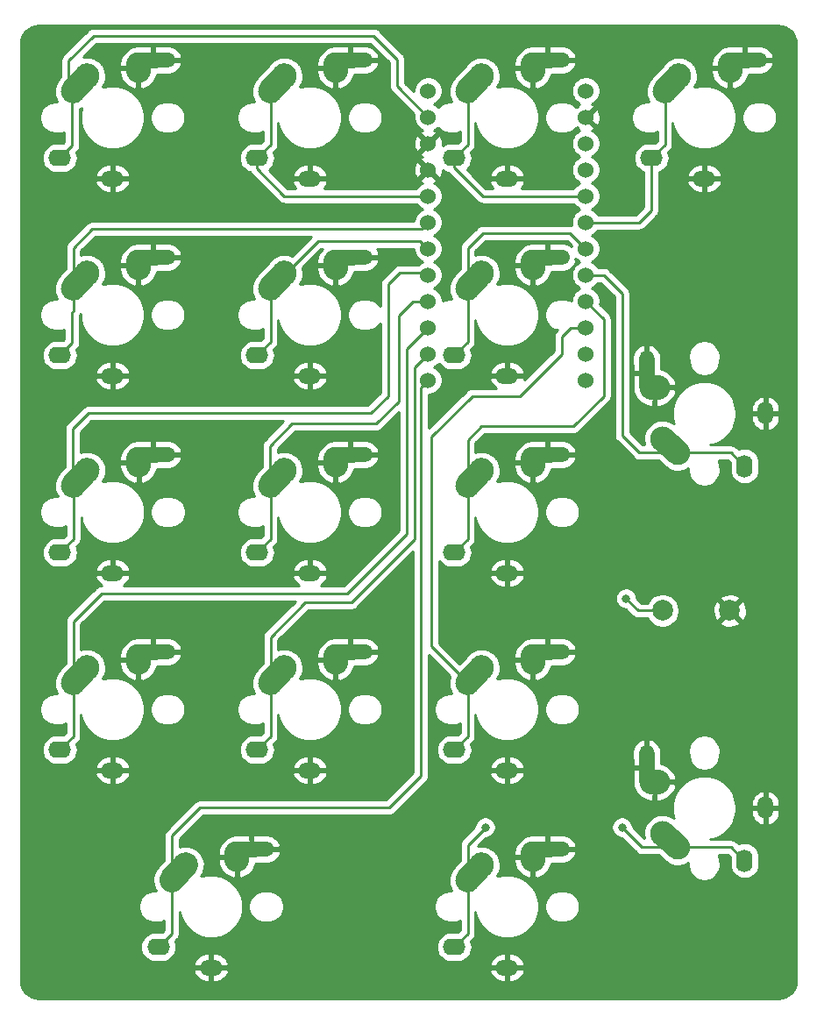
<source format=gbl>
G04 #@! TF.GenerationSoftware,KiCad,Pcbnew,(5.1.10)-1*
G04 #@! TF.CreationDate,2021-05-19T19:05:48-07:00*
G04 #@! TF.ProjectId,numpad,6e756d70-6164-42e6-9b69-6361645f7063,rev?*
G04 #@! TF.SameCoordinates,Original*
G04 #@! TF.FileFunction,Copper,L2,Bot*
G04 #@! TF.FilePolarity,Positive*
%FSLAX46Y46*%
G04 Gerber Fmt 4.6, Leading zero omitted, Abs format (unit mm)*
G04 Created by KiCad (PCBNEW (5.1.10)-1) date 2021-05-19 19:05:48*
%MOMM*%
%LPD*%
G01*
G04 APERTURE LIST*
G04 #@! TA.AperFunction,ComponentPad*
%ADD10O,2.400000X2.950000*%
G04 #@! TD*
G04 #@! TA.AperFunction,ComponentPad*
%ADD11C,2.400000*%
G04 #@! TD*
G04 #@! TA.AperFunction,ComponentPad*
%ADD12O,2.200000X1.600000*%
G04 #@! TD*
G04 #@! TA.AperFunction,ComponentPad*
%ADD13O,2.200000X1.500000*%
G04 #@! TD*
G04 #@! TA.AperFunction,ComponentPad*
%ADD14C,2.000000*%
G04 #@! TD*
G04 #@! TA.AperFunction,ComponentPad*
%ADD15O,2.950000X2.400000*%
G04 #@! TD*
G04 #@! TA.AperFunction,ComponentPad*
%ADD16O,1.600000X2.200000*%
G04 #@! TD*
G04 #@! TA.AperFunction,ComponentPad*
%ADD17O,1.500000X2.200000*%
G04 #@! TD*
G04 #@! TA.AperFunction,ComponentPad*
%ADD18C,1.524000*%
G04 #@! TD*
G04 #@! TA.AperFunction,ViaPad*
%ADD19C,0.800000*%
G04 #@! TD*
G04 #@! TA.AperFunction,Conductor*
%ADD20C,0.250000*%
G04 #@! TD*
G04 #@! TA.AperFunction,Conductor*
%ADD21C,0.254000*%
G04 #@! TD*
G04 #@! TA.AperFunction,Conductor*
%ADD22C,0.100000*%
G04 #@! TD*
G04 APERTURE END LIST*
G04 #@! TA.AperFunction,ComponentPad*
G36*
G01*
X130245726Y-127615793D02*
X131583988Y-126129503D01*
G75*
G02*
X133278719Y-126040686I891774J-802957D01*
G01*
X133278719Y-126040686D01*
G75*
G02*
X133367536Y-127735417I-802957J-891774D01*
G01*
X132029274Y-129221707D01*
G75*
G02*
X130334543Y-129310524I-891774J802957D01*
G01*
X130334543Y-129310524D01*
G75*
G02*
X130245726Y-127615793I802957J891774D01*
G01*
G37*
G04 #@! TD.AperFunction*
D10*
X137437500Y-126168750D03*
D11*
X132437500Y-126968750D03*
G04 #@! TA.AperFunction,ComponentPad*
G36*
G01*
X136637626Y-125447547D02*
X136637626Y-125447547D01*
G75*
G02*
X137381052Y-124691031I749971J6545D01*
G01*
X140280942Y-124665725D01*
G75*
G02*
X141037458Y-125409151I6545J-749971D01*
G01*
X141037458Y-125409151D01*
G75*
G02*
X140294032Y-126165667I-749971J-6545D01*
G01*
X137394142Y-126190973D01*
G75*
G02*
X136637626Y-125447547I-6545J749971D01*
G01*
G37*
G04 #@! TD.AperFunction*
D12*
X129837500Y-134868750D03*
D13*
X134937500Y-136868750D03*
X134937500Y-117818750D03*
D12*
X129837500Y-115818750D03*
G04 #@! TA.AperFunction,ComponentPad*
G36*
G01*
X136637626Y-106397547D02*
X136637626Y-106397547D01*
G75*
G02*
X137381052Y-105641031I749971J6545D01*
G01*
X140280942Y-105615725D01*
G75*
G02*
X141037458Y-106359151I6545J-749971D01*
G01*
X141037458Y-106359151D01*
G75*
G02*
X140294032Y-107115667I-749971J-6545D01*
G01*
X137394142Y-107140973D01*
G75*
G02*
X136637626Y-106397547I-6545J749971D01*
G01*
G37*
G04 #@! TD.AperFunction*
D11*
X132437500Y-107918750D03*
D10*
X137437500Y-107118750D03*
G04 #@! TA.AperFunction,ComponentPad*
G36*
G01*
X130245726Y-108565793D02*
X131583988Y-107079503D01*
G75*
G02*
X133278719Y-106990686I891774J-802957D01*
G01*
X133278719Y-106990686D01*
G75*
G02*
X133367536Y-108685417I-802957J-891774D01*
G01*
X132029274Y-110171707D01*
G75*
G02*
X130334543Y-110260524I-891774J802957D01*
G01*
X130334543Y-110260524D01*
G75*
G02*
X130245726Y-108565793I802957J891774D01*
G01*
G37*
G04 #@! TD.AperFunction*
G04 #@! TA.AperFunction,ComponentPad*
G36*
G01*
X111195726Y-108565793D02*
X112533988Y-107079503D01*
G75*
G02*
X114228719Y-106990686I891774J-802957D01*
G01*
X114228719Y-106990686D01*
G75*
G02*
X114317536Y-108685417I-802957J-891774D01*
G01*
X112979274Y-110171707D01*
G75*
G02*
X111284543Y-110260524I-891774J802957D01*
G01*
X111284543Y-110260524D01*
G75*
G02*
X111195726Y-108565793I802957J891774D01*
G01*
G37*
G04 #@! TD.AperFunction*
X118387500Y-107118750D03*
D11*
X113387500Y-107918750D03*
G04 #@! TA.AperFunction,ComponentPad*
G36*
G01*
X117587626Y-106397547D02*
X117587626Y-106397547D01*
G75*
G02*
X118331052Y-105641031I749971J6545D01*
G01*
X121230942Y-105615725D01*
G75*
G02*
X121987458Y-106359151I6545J-749971D01*
G01*
X121987458Y-106359151D01*
G75*
G02*
X121244032Y-107115667I-749971J-6545D01*
G01*
X118344142Y-107140973D01*
G75*
G02*
X117587626Y-106397547I-6545J749971D01*
G01*
G37*
G04 #@! TD.AperFunction*
D12*
X110787500Y-115818750D03*
D13*
X115887500Y-117818750D03*
X96837500Y-117818750D03*
D12*
X91737500Y-115818750D03*
G04 #@! TA.AperFunction,ComponentPad*
G36*
G01*
X98537626Y-106397547D02*
X98537626Y-106397547D01*
G75*
G02*
X99281052Y-105641031I749971J6545D01*
G01*
X102180942Y-105615725D01*
G75*
G02*
X102937458Y-106359151I6545J-749971D01*
G01*
X102937458Y-106359151D01*
G75*
G02*
X102194032Y-107115667I-749971J-6545D01*
G01*
X99294142Y-107140973D01*
G75*
G02*
X98537626Y-106397547I-6545J749971D01*
G01*
G37*
G04 #@! TD.AperFunction*
D11*
X94337500Y-107918750D03*
D10*
X99337500Y-107118750D03*
G04 #@! TA.AperFunction,ComponentPad*
G36*
G01*
X92145726Y-108565793D02*
X93483988Y-107079503D01*
G75*
G02*
X95178719Y-106990686I891774J-802957D01*
G01*
X95178719Y-106990686D01*
G75*
G02*
X95267536Y-108685417I-802957J-891774D01*
G01*
X93929274Y-110171707D01*
G75*
G02*
X92234543Y-110260524I-891774J802957D01*
G01*
X92234543Y-110260524D01*
G75*
G02*
X92145726Y-108565793I802957J891774D01*
G01*
G37*
G04 #@! TD.AperFunction*
G04 #@! TA.AperFunction,ComponentPad*
G36*
G01*
X130245726Y-89515793D02*
X131583988Y-88029503D01*
G75*
G02*
X133278719Y-87940686I891774J-802957D01*
G01*
X133278719Y-87940686D01*
G75*
G02*
X133367536Y-89635417I-802957J-891774D01*
G01*
X132029274Y-91121707D01*
G75*
G02*
X130334543Y-91210524I-891774J802957D01*
G01*
X130334543Y-91210524D01*
G75*
G02*
X130245726Y-89515793I802957J891774D01*
G01*
G37*
G04 #@! TD.AperFunction*
X137437500Y-88068750D03*
D11*
X132437500Y-88868750D03*
G04 #@! TA.AperFunction,ComponentPad*
G36*
G01*
X136637626Y-87347547D02*
X136637626Y-87347547D01*
G75*
G02*
X137381052Y-86591031I749971J6545D01*
G01*
X140280942Y-86565725D01*
G75*
G02*
X141037458Y-87309151I6545J-749971D01*
G01*
X141037458Y-87309151D01*
G75*
G02*
X140294032Y-88065667I-749971J-6545D01*
G01*
X137394142Y-88090973D01*
G75*
G02*
X136637626Y-87347547I-6545J749971D01*
G01*
G37*
G04 #@! TD.AperFunction*
D12*
X129837500Y-96768750D03*
D13*
X134937500Y-98768750D03*
X115887500Y-98768750D03*
D12*
X110787500Y-96768750D03*
G04 #@! TA.AperFunction,ComponentPad*
G36*
G01*
X117587626Y-87347547D02*
X117587626Y-87347547D01*
G75*
G02*
X118331052Y-86591031I749971J6545D01*
G01*
X121230942Y-86565725D01*
G75*
G02*
X121987458Y-87309151I6545J-749971D01*
G01*
X121987458Y-87309151D01*
G75*
G02*
X121244032Y-88065667I-749971J-6545D01*
G01*
X118344142Y-88090973D01*
G75*
G02*
X117587626Y-87347547I-6545J749971D01*
G01*
G37*
G04 #@! TD.AperFunction*
D11*
X113387500Y-88868750D03*
D10*
X118387500Y-88068750D03*
G04 #@! TA.AperFunction,ComponentPad*
G36*
G01*
X111195726Y-89515793D02*
X112533988Y-88029503D01*
G75*
G02*
X114228719Y-87940686I891774J-802957D01*
G01*
X114228719Y-87940686D01*
G75*
G02*
X114317536Y-89635417I-802957J-891774D01*
G01*
X112979274Y-91121707D01*
G75*
G02*
X111284543Y-91210524I-891774J802957D01*
G01*
X111284543Y-91210524D01*
G75*
G02*
X111195726Y-89515793I802957J891774D01*
G01*
G37*
G04 #@! TD.AperFunction*
G04 #@! TA.AperFunction,ComponentPad*
G36*
G01*
X92152477Y-89515793D02*
X93490739Y-88029503D01*
G75*
G02*
X95185470Y-87940686I891774J-802957D01*
G01*
X95185470Y-87940686D01*
G75*
G02*
X95274287Y-89635417I-802957J-891774D01*
G01*
X93936025Y-91121707D01*
G75*
G02*
X92241294Y-91210524I-891774J802957D01*
G01*
X92241294Y-91210524D01*
G75*
G02*
X92152477Y-89515793I802957J891774D01*
G01*
G37*
G04 #@! TD.AperFunction*
X99344251Y-88068750D03*
D11*
X94344251Y-88868750D03*
G04 #@! TA.AperFunction,ComponentPad*
G36*
G01*
X98544377Y-87347547D02*
X98544377Y-87347547D01*
G75*
G02*
X99287803Y-86591031I749971J6545D01*
G01*
X102187693Y-86565725D01*
G75*
G02*
X102944209Y-87309151I6545J-749971D01*
G01*
X102944209Y-87309151D01*
G75*
G02*
X102200783Y-88065667I-749971J-6545D01*
G01*
X99300893Y-88090973D01*
G75*
G02*
X98544377Y-87347547I-6545J749971D01*
G01*
G37*
G04 #@! TD.AperFunction*
D12*
X91744251Y-96768750D03*
D13*
X96844251Y-98768750D03*
G04 #@! TA.AperFunction,ComponentPad*
G36*
G01*
X130245726Y-70465793D02*
X131583988Y-68979503D01*
G75*
G02*
X133278719Y-68890686I891774J-802957D01*
G01*
X133278719Y-68890686D01*
G75*
G02*
X133367536Y-70585417I-802957J-891774D01*
G01*
X132029274Y-72071707D01*
G75*
G02*
X130334543Y-72160524I-891774J802957D01*
G01*
X130334543Y-72160524D01*
G75*
G02*
X130245726Y-70465793I802957J891774D01*
G01*
G37*
G04 #@! TD.AperFunction*
D10*
X137437500Y-69018750D03*
D11*
X132437500Y-69818750D03*
G04 #@! TA.AperFunction,ComponentPad*
G36*
G01*
X136637626Y-68297547D02*
X136637626Y-68297547D01*
G75*
G02*
X137381052Y-67541031I749971J6545D01*
G01*
X140280942Y-67515725D01*
G75*
G02*
X141037458Y-68259151I6545J-749971D01*
G01*
X141037458Y-68259151D01*
G75*
G02*
X140294032Y-69015667I-749971J-6545D01*
G01*
X137394142Y-69040973D01*
G75*
G02*
X136637626Y-68297547I-6545J749971D01*
G01*
G37*
G04 #@! TD.AperFunction*
D12*
X129837500Y-77718750D03*
D13*
X134937500Y-79718750D03*
X115887500Y-79718750D03*
D12*
X110787500Y-77718750D03*
G04 #@! TA.AperFunction,ComponentPad*
G36*
G01*
X117587626Y-68297547D02*
X117587626Y-68297547D01*
G75*
G02*
X118331052Y-67541031I749971J6545D01*
G01*
X121230942Y-67515725D01*
G75*
G02*
X121987458Y-68259151I6545J-749971D01*
G01*
X121987458Y-68259151D01*
G75*
G02*
X121244032Y-69015667I-749971J-6545D01*
G01*
X118344142Y-69040973D01*
G75*
G02*
X117587626Y-68297547I-6545J749971D01*
G01*
G37*
G04 #@! TD.AperFunction*
D11*
X113387500Y-69818750D03*
D10*
X118387500Y-69018750D03*
G04 #@! TA.AperFunction,ComponentPad*
G36*
G01*
X111195726Y-70465793D02*
X112533988Y-68979503D01*
G75*
G02*
X114228719Y-68890686I891774J-802957D01*
G01*
X114228719Y-68890686D01*
G75*
G02*
X114317536Y-70585417I-802957J-891774D01*
G01*
X112979274Y-72071707D01*
G75*
G02*
X111284543Y-72160524I-891774J802957D01*
G01*
X111284543Y-72160524D01*
G75*
G02*
X111195726Y-70465793I802957J891774D01*
G01*
G37*
G04 #@! TD.AperFunction*
G04 #@! TA.AperFunction,ComponentPad*
G36*
G01*
X92145726Y-70465793D02*
X93483988Y-68979503D01*
G75*
G02*
X95178719Y-68890686I891774J-802957D01*
G01*
X95178719Y-68890686D01*
G75*
G02*
X95267536Y-70585417I-802957J-891774D01*
G01*
X93929274Y-72071707D01*
G75*
G02*
X92234543Y-72160524I-891774J802957D01*
G01*
X92234543Y-72160524D01*
G75*
G02*
X92145726Y-70465793I802957J891774D01*
G01*
G37*
G04 #@! TD.AperFunction*
X99337500Y-69018750D03*
D11*
X94337500Y-69818750D03*
G04 #@! TA.AperFunction,ComponentPad*
G36*
G01*
X98537626Y-68297547D02*
X98537626Y-68297547D01*
G75*
G02*
X99281052Y-67541031I749971J6545D01*
G01*
X102180942Y-67515725D01*
G75*
G02*
X102937458Y-68259151I6545J-749971D01*
G01*
X102937458Y-68259151D01*
G75*
G02*
X102194032Y-69015667I-749971J-6545D01*
G01*
X99294142Y-69040973D01*
G75*
G02*
X98537626Y-68297547I-6545J749971D01*
G01*
G37*
G04 #@! TD.AperFunction*
D12*
X91737500Y-77718750D03*
D13*
X96837500Y-79718750D03*
X153987500Y-60668750D03*
D12*
X148887500Y-58668750D03*
G04 #@! TA.AperFunction,ComponentPad*
G36*
G01*
X155687626Y-49247547D02*
X155687626Y-49247547D01*
G75*
G02*
X156431052Y-48491031I749971J6545D01*
G01*
X159330942Y-48465725D01*
G75*
G02*
X160087458Y-49209151I6545J-749971D01*
G01*
X160087458Y-49209151D01*
G75*
G02*
X159344032Y-49965667I-749971J-6545D01*
G01*
X156444142Y-49990973D01*
G75*
G02*
X155687626Y-49247547I-6545J749971D01*
G01*
G37*
G04 #@! TD.AperFunction*
D11*
X151487500Y-50768750D03*
D10*
X156487500Y-49968750D03*
G04 #@! TA.AperFunction,ComponentPad*
G36*
G01*
X149295726Y-51415793D02*
X150633988Y-49929503D01*
G75*
G02*
X152328719Y-49840686I891774J-802957D01*
G01*
X152328719Y-49840686D01*
G75*
G02*
X152417536Y-51535417I-802957J-891774D01*
G01*
X151079274Y-53021707D01*
G75*
G02*
X149384543Y-53110524I-891774J802957D01*
G01*
X149384543Y-53110524D01*
G75*
G02*
X149295726Y-51415793I802957J891774D01*
G01*
G37*
G04 #@! TD.AperFunction*
G04 #@! TA.AperFunction,ComponentPad*
G36*
G01*
X130245726Y-51415793D02*
X131583988Y-49929503D01*
G75*
G02*
X133278719Y-49840686I891774J-802957D01*
G01*
X133278719Y-49840686D01*
G75*
G02*
X133367536Y-51535417I-802957J-891774D01*
G01*
X132029274Y-53021707D01*
G75*
G02*
X130334543Y-53110524I-891774J802957D01*
G01*
X130334543Y-53110524D01*
G75*
G02*
X130245726Y-51415793I802957J891774D01*
G01*
G37*
G04 #@! TD.AperFunction*
X137437500Y-49968750D03*
D11*
X132437500Y-50768750D03*
G04 #@! TA.AperFunction,ComponentPad*
G36*
G01*
X136637626Y-49247547D02*
X136637626Y-49247547D01*
G75*
G02*
X137381052Y-48491031I749971J6545D01*
G01*
X140280942Y-48465725D01*
G75*
G02*
X141037458Y-49209151I6545J-749971D01*
G01*
X141037458Y-49209151D01*
G75*
G02*
X140294032Y-49965667I-749971J-6545D01*
G01*
X137394142Y-49990973D01*
G75*
G02*
X136637626Y-49247547I-6545J749971D01*
G01*
G37*
G04 #@! TD.AperFunction*
D12*
X129837500Y-58668750D03*
D13*
X134937500Y-60668750D03*
X115887500Y-60668750D03*
D12*
X110787500Y-58668750D03*
G04 #@! TA.AperFunction,ComponentPad*
G36*
G01*
X117587626Y-49247547D02*
X117587626Y-49247547D01*
G75*
G02*
X118331052Y-48491031I749971J6545D01*
G01*
X121230942Y-48465725D01*
G75*
G02*
X121987458Y-49209151I6545J-749971D01*
G01*
X121987458Y-49209151D01*
G75*
G02*
X121244032Y-49965667I-749971J-6545D01*
G01*
X118344142Y-49990973D01*
G75*
G02*
X117587626Y-49247547I-6545J749971D01*
G01*
G37*
G04 #@! TD.AperFunction*
D11*
X113387500Y-50768750D03*
D10*
X118387500Y-49968750D03*
G04 #@! TA.AperFunction,ComponentPad*
G36*
G01*
X111195726Y-51415793D02*
X112533988Y-49929503D01*
G75*
G02*
X114228719Y-49840686I891774J-802957D01*
G01*
X114228719Y-49840686D01*
G75*
G02*
X114317536Y-51535417I-802957J-891774D01*
G01*
X112979274Y-53021707D01*
G75*
G02*
X111284543Y-53110524I-891774J802957D01*
G01*
X111284543Y-53110524D01*
G75*
G02*
X111195726Y-51415793I802957J891774D01*
G01*
G37*
G04 #@! TD.AperFunction*
G04 #@! TA.AperFunction,ComponentPad*
G36*
G01*
X92145726Y-51415793D02*
X93483988Y-49929503D01*
G75*
G02*
X95178719Y-49840686I891774J-802957D01*
G01*
X95178719Y-49840686D01*
G75*
G02*
X95267536Y-51535417I-802957J-891774D01*
G01*
X93929274Y-53021707D01*
G75*
G02*
X92234543Y-53110524I-891774J802957D01*
G01*
X92234543Y-53110524D01*
G75*
G02*
X92145726Y-51415793I802957J891774D01*
G01*
G37*
G04 #@! TD.AperFunction*
X99337500Y-49968750D03*
D11*
X94337500Y-50768750D03*
G04 #@! TA.AperFunction,ComponentPad*
G36*
G01*
X98537626Y-49247547D02*
X98537626Y-49247547D01*
G75*
G02*
X99281052Y-48491031I749971J6545D01*
G01*
X102180942Y-48465725D01*
G75*
G02*
X102937458Y-49209151I6545J-749971D01*
G01*
X102937458Y-49209151D01*
G75*
G02*
X102194032Y-49965667I-749971J-6545D01*
G01*
X99294142Y-49990973D01*
G75*
G02*
X98537626Y-49247547I-6545J749971D01*
G01*
G37*
G04 #@! TD.AperFunction*
D12*
X91737500Y-58668750D03*
D13*
X96837500Y-60668750D03*
D14*
X156443750Y-102393750D03*
X149943750Y-102393750D03*
G04 #@! TA.AperFunction,ComponentPad*
G36*
G01*
X150634543Y-88035524D02*
X149148253Y-86697262D01*
G75*
G02*
X149059436Y-85002531I802957J891774D01*
G01*
X149059436Y-85002531D01*
G75*
G02*
X150754167Y-84913714I891774J-802957D01*
G01*
X152240457Y-86251976D01*
G75*
G02*
X152329274Y-87946707I-802957J-891774D01*
G01*
X152329274Y-87946707D01*
G75*
G02*
X150634543Y-88035524I-891774J802957D01*
G01*
G37*
G04 #@! TD.AperFunction*
D15*
X149187500Y-80843750D03*
D11*
X149987500Y-85843750D03*
G04 #@! TA.AperFunction,ComponentPad*
G36*
G01*
X148466297Y-81643624D02*
X148466297Y-81643624D01*
G75*
G02*
X147709781Y-80900198I-6545J749971D01*
G01*
X147684475Y-78000308D01*
G75*
G02*
X148427901Y-77243792I749971J6545D01*
G01*
X148427901Y-77243792D01*
G75*
G02*
X149184417Y-77987218I6545J-749971D01*
G01*
X149209723Y-80887108D01*
G75*
G02*
X148466297Y-81643624I-749971J-6545D01*
G01*
G37*
G04 #@! TD.AperFunction*
D16*
X157887500Y-88443750D03*
D17*
X159887500Y-83343750D03*
G04 #@! TA.AperFunction,ComponentPad*
G36*
G01*
X150634543Y-126135524D02*
X149148253Y-124797262D01*
G75*
G02*
X149059436Y-123102531I802957J891774D01*
G01*
X149059436Y-123102531D01*
G75*
G02*
X150754167Y-123013714I891774J-802957D01*
G01*
X152240457Y-124351976D01*
G75*
G02*
X152329274Y-126046707I-802957J-891774D01*
G01*
X152329274Y-126046707D01*
G75*
G02*
X150634543Y-126135524I-891774J802957D01*
G01*
G37*
G04 #@! TD.AperFunction*
D15*
X149187500Y-118943750D03*
D11*
X149987500Y-123943750D03*
G04 #@! TA.AperFunction,ComponentPad*
G36*
G01*
X148466297Y-119743624D02*
X148466297Y-119743624D01*
G75*
G02*
X147709781Y-119000198I-6545J749971D01*
G01*
X147684475Y-116100308D01*
G75*
G02*
X148427901Y-115343792I749971J6545D01*
G01*
X148427901Y-115343792D01*
G75*
G02*
X149184417Y-116087218I6545J-749971D01*
G01*
X149209723Y-118987108D01*
G75*
G02*
X148466297Y-119743624I-749971J-6545D01*
G01*
G37*
G04 #@! TD.AperFunction*
D16*
X157887500Y-126543750D03*
D17*
X159887500Y-121443750D03*
G04 #@! TA.AperFunction,ComponentPad*
G36*
G01*
X101670726Y-127615793D02*
X103008988Y-126129503D01*
G75*
G02*
X104703719Y-126040686I891774J-802957D01*
G01*
X104703719Y-126040686D01*
G75*
G02*
X104792536Y-127735417I-802957J-891774D01*
G01*
X103454274Y-129221707D01*
G75*
G02*
X101759543Y-129310524I-891774J802957D01*
G01*
X101759543Y-129310524D01*
G75*
G02*
X101670726Y-127615793I802957J891774D01*
G01*
G37*
G04 #@! TD.AperFunction*
D10*
X108862500Y-126168750D03*
D11*
X103862500Y-126968750D03*
G04 #@! TA.AperFunction,ComponentPad*
G36*
G01*
X108062626Y-125447547D02*
X108062626Y-125447547D01*
G75*
G02*
X108806052Y-124691031I749971J6545D01*
G01*
X111705942Y-124665725D01*
G75*
G02*
X112462458Y-125409151I6545J-749971D01*
G01*
X112462458Y-125409151D01*
G75*
G02*
X111719032Y-126165667I-749971J-6545D01*
G01*
X108819142Y-126190973D01*
G75*
G02*
X108062626Y-125447547I-6545J749971D01*
G01*
G37*
G04 #@! TD.AperFunction*
D12*
X101262500Y-134868750D03*
D13*
X106362500Y-136868750D03*
D18*
X127326100Y-52197000D03*
X127326100Y-54737000D03*
X127326100Y-57277000D03*
X127326100Y-59817000D03*
X127326100Y-62357000D03*
X127326100Y-64897000D03*
X127326100Y-67437000D03*
X127326100Y-69977000D03*
X127326100Y-72517000D03*
X127326100Y-75057000D03*
X127326100Y-77597000D03*
X127326100Y-80137000D03*
X142546100Y-80137000D03*
X142546100Y-77597000D03*
X142546100Y-75057000D03*
X142546100Y-72517000D03*
X142546100Y-69977000D03*
X142546100Y-67437000D03*
X142546100Y-64897000D03*
X142546100Y-62357000D03*
X142546100Y-59817000D03*
X142546100Y-57277000D03*
X142546100Y-54737000D03*
X142546100Y-52197000D03*
D19*
X146431000Y-101219000D03*
X146050000Y-123317000D03*
X132842000Y-123317000D03*
D20*
X149943750Y-102393750D02*
X147605750Y-102393750D01*
X147605750Y-102393750D02*
X146431000Y-101219000D01*
X146431000Y-101219000D02*
X146431000Y-101219000D01*
X92932501Y-52323749D02*
X93037500Y-52218750D01*
X92932501Y-57473749D02*
X92932501Y-52323749D01*
X91737500Y-58668750D02*
X92932501Y-57473749D01*
X124333000Y-51743900D02*
X127326100Y-54737000D01*
X122047000Y-46863000D02*
X124333000Y-49149000D01*
X94996000Y-46863000D02*
X122047000Y-46863000D01*
X124333000Y-49149000D02*
X124333000Y-51743900D01*
X92583000Y-49276000D02*
X94996000Y-46863000D01*
X92583000Y-51764250D02*
X92583000Y-49276000D01*
X93037500Y-52218750D02*
X92583000Y-51764250D01*
X112087500Y-57368750D02*
X110787500Y-58668750D01*
X112087500Y-52218750D02*
X112087500Y-57368750D01*
X120523000Y-62357000D02*
X120523000Y-62357000D01*
X113425750Y-62357000D02*
X127326100Y-62357000D01*
X110787500Y-59718750D02*
X113425750Y-62357000D01*
X110787500Y-58668750D02*
X110787500Y-59718750D01*
X131137500Y-57368750D02*
X129837500Y-58668750D01*
X131137500Y-52218750D02*
X131137500Y-57368750D01*
X129837500Y-58668750D02*
X129837500Y-59606500D01*
X132588000Y-62357000D02*
X142546100Y-62357000D01*
X129837500Y-59606500D02*
X132588000Y-62357000D01*
X150187500Y-57368750D02*
X148887500Y-58668750D01*
X150187500Y-52218750D02*
X150187500Y-57368750D01*
X147701000Y-64897000D02*
X142546100Y-64897000D01*
X148887500Y-63710500D02*
X147701000Y-64897000D01*
X148887500Y-58668750D02*
X148887500Y-63710500D01*
X92932501Y-76523749D02*
X91737500Y-77718750D01*
X92932501Y-73564499D02*
X92932501Y-76523749D01*
X93037500Y-73459500D02*
X92932501Y-73564499D01*
X93037500Y-71268750D02*
X93037500Y-73459500D01*
X93037500Y-67363500D02*
X93037500Y-71268750D01*
X94869000Y-65532000D02*
X93037500Y-67363500D01*
X126691100Y-65532000D02*
X94869000Y-65532000D01*
X127326100Y-64897000D02*
X126691100Y-65532000D01*
X112087500Y-76418750D02*
X110787500Y-77718750D01*
X112087500Y-71268750D02*
X112087500Y-76418750D01*
X116681249Y-66675001D02*
X112087500Y-71268750D01*
X126564101Y-66675001D02*
X116681249Y-66675001D01*
X127326100Y-67437000D02*
X126564101Y-66675001D01*
X131137500Y-76418750D02*
X129837500Y-77718750D01*
X131137500Y-71268750D02*
X131137500Y-76418750D01*
X141022100Y-65913000D02*
X142546100Y-67437000D01*
X132588000Y-65913000D02*
X141022100Y-65913000D01*
X131137500Y-67363500D02*
X132588000Y-65913000D01*
X131137500Y-71268750D02*
X131137500Y-67363500D01*
X156587500Y-87143750D02*
X157887500Y-88443750D01*
X151437500Y-87143750D02*
X156587500Y-87143750D01*
X144272000Y-69977000D02*
X142546100Y-69977000D01*
X146050000Y-71755000D02*
X144272000Y-69977000D01*
X146050000Y-85471000D02*
X146050000Y-71755000D01*
X147722750Y-87143750D02*
X146050000Y-85471000D01*
X151437500Y-87143750D02*
X147722750Y-87143750D01*
X93044251Y-95468750D02*
X91744251Y-96768750D01*
X93044251Y-90318750D02*
X93044251Y-95468750D01*
X127072100Y-69723000D02*
X127326100Y-69977000D01*
X124968000Y-69723000D02*
X127072100Y-69723000D01*
X124968000Y-69723000D02*
X124587000Y-69723000D01*
X123444000Y-70866000D02*
X123444000Y-72009000D01*
X124587000Y-69723000D02*
X123444000Y-70866000D01*
X123444000Y-72009000D02*
X123444000Y-71691500D01*
X123444000Y-81661000D02*
X123444000Y-72009000D01*
X121793000Y-83312000D02*
X123444000Y-81661000D01*
X94488000Y-83312000D02*
X121793000Y-83312000D01*
X92964000Y-84836000D02*
X94488000Y-83312000D01*
X92964000Y-90238499D02*
X92964000Y-84836000D01*
X93044251Y-90318750D02*
X92964000Y-90238499D01*
X112087500Y-95468750D02*
X110787500Y-96768750D01*
X112087500Y-90318750D02*
X112087500Y-95468750D01*
X125857000Y-72517000D02*
X127326100Y-72517000D01*
X124460000Y-82169000D02*
X124460000Y-73914000D01*
X124460000Y-73914000D02*
X125857000Y-72517000D01*
X122301000Y-84328000D02*
X124460000Y-82169000D01*
X114173000Y-84328000D02*
X122301000Y-84328000D01*
X112014000Y-86487000D02*
X114173000Y-84328000D01*
X112014000Y-90245250D02*
X112014000Y-86487000D01*
X112087500Y-90318750D02*
X112014000Y-90245250D01*
X131137500Y-95468750D02*
X129837500Y-96768750D01*
X131137500Y-90318750D02*
X131137500Y-95468750D01*
X131137500Y-90318750D02*
X131137500Y-85905500D01*
X131137500Y-85905500D02*
X132461000Y-84582000D01*
X144272000Y-81661000D02*
X144272000Y-74242900D01*
X132461000Y-84582000D02*
X141351000Y-84582000D01*
X141351000Y-84582000D02*
X144272000Y-81661000D01*
X144272000Y-74242900D02*
X142546100Y-72517000D01*
X93037500Y-114518750D02*
X91737500Y-115818750D01*
X93037500Y-109368750D02*
X93037500Y-114518750D01*
X125222000Y-77161100D02*
X127326100Y-75057000D01*
X125222000Y-94996000D02*
X125222000Y-77161100D01*
X119507000Y-100711000D02*
X125222000Y-94996000D01*
X95758000Y-100711000D02*
X119507000Y-100711000D01*
X93037500Y-103431500D02*
X95758000Y-100711000D01*
X93037500Y-109368750D02*
X93037500Y-103431500D01*
X112087500Y-114518750D02*
X110787500Y-115818750D01*
X112087500Y-109368750D02*
X112087500Y-114518750D01*
X112087500Y-109368750D02*
X113389250Y-109368750D01*
X115443000Y-101600000D02*
X112087500Y-104955500D01*
X112087500Y-104955500D02*
X112087500Y-109368750D01*
X119888000Y-101600000D02*
X115443000Y-101600000D01*
X125984000Y-95504000D02*
X119888000Y-101600000D01*
X125984000Y-78939100D02*
X125984000Y-95504000D01*
X127326100Y-77597000D02*
X125984000Y-78939100D01*
X131137500Y-114518750D02*
X129837500Y-115818750D01*
X131137500Y-109368750D02*
X131137500Y-114518750D01*
X142546100Y-75131900D02*
X142546100Y-75057000D01*
X127635000Y-85598000D02*
X127635000Y-105866250D01*
X131572000Y-81661000D02*
X127635000Y-85598000D01*
X136144000Y-81661000D02*
X131572000Y-81661000D01*
X140208000Y-77597000D02*
X136144000Y-81661000D01*
X140208000Y-75946000D02*
X140208000Y-77597000D01*
X141097000Y-75057000D02*
X140208000Y-75946000D01*
X127635000Y-105866250D02*
X131137500Y-109368750D01*
X142546100Y-75057000D02*
X141097000Y-75057000D01*
X156587500Y-125243750D02*
X157887500Y-126543750D01*
X151437500Y-125243750D02*
X156587500Y-125243750D01*
X151437500Y-125243750D02*
X147976750Y-125243750D01*
X147976750Y-125243750D02*
X146050000Y-123317000D01*
X146050000Y-123317000D02*
X146050000Y-123317000D01*
X102562500Y-133568750D02*
X101262500Y-134868750D01*
X102562500Y-128418750D02*
X102562500Y-133568750D01*
X126619000Y-80844100D02*
X127326100Y-80137000D01*
X126619000Y-118364000D02*
X126619000Y-80844100D01*
X123571000Y-121412000D02*
X126619000Y-118364000D01*
X105283000Y-121412000D02*
X123571000Y-121412000D01*
X102562500Y-124132500D02*
X105283000Y-121412000D01*
X102562500Y-128418750D02*
X102562500Y-124132500D01*
X131137500Y-133568750D02*
X129837500Y-134868750D01*
X131137500Y-128418750D02*
X131137500Y-133568750D01*
X131137500Y-128418750D02*
X131137500Y-125021500D01*
X131137500Y-125021500D02*
X132842000Y-123317000D01*
X132842000Y-123317000D02*
X132842000Y-123317000D01*
D21*
X161464960Y-45939636D02*
X161785960Y-46036551D01*
X162082025Y-46193971D01*
X162341873Y-46405899D01*
X162555608Y-46664260D01*
X162715088Y-46959214D01*
X162814244Y-47279532D01*
X162852501Y-47643522D01*
X162852500Y-138080221D01*
X162816614Y-138446210D01*
X162719698Y-138767212D01*
X162562279Y-139063275D01*
X162350351Y-139323123D01*
X162091992Y-139536856D01*
X161797036Y-139696338D01*
X161476719Y-139795493D01*
X161112729Y-139833750D01*
X89726029Y-139833750D01*
X89360040Y-139797864D01*
X89039038Y-139700948D01*
X88742975Y-139543529D01*
X88483127Y-139331601D01*
X88269394Y-139073242D01*
X88109912Y-138778286D01*
X88010757Y-138457969D01*
X87972500Y-138093979D01*
X87972500Y-137209935D01*
X104670182Y-137209935D01*
X104684327Y-137281434D01*
X104790358Y-137532618D01*
X104943355Y-137758290D01*
X105137439Y-137949778D01*
X105365151Y-138099722D01*
X105617740Y-138202361D01*
X105885500Y-138253750D01*
X106235500Y-138253750D01*
X106235500Y-136995750D01*
X106489500Y-136995750D01*
X106489500Y-138253750D01*
X106839500Y-138253750D01*
X107107260Y-138202361D01*
X107359849Y-138099722D01*
X107587561Y-137949778D01*
X107781645Y-137758290D01*
X107934642Y-137532618D01*
X108040673Y-137281434D01*
X108054818Y-137209935D01*
X133245182Y-137209935D01*
X133259327Y-137281434D01*
X133365358Y-137532618D01*
X133518355Y-137758290D01*
X133712439Y-137949778D01*
X133940151Y-138099722D01*
X134192740Y-138202361D01*
X134460500Y-138253750D01*
X134810500Y-138253750D01*
X134810500Y-136995750D01*
X135064500Y-136995750D01*
X135064500Y-138253750D01*
X135414500Y-138253750D01*
X135682260Y-138202361D01*
X135934849Y-138099722D01*
X136162561Y-137949778D01*
X136356645Y-137758290D01*
X136509642Y-137532618D01*
X136615673Y-137281434D01*
X136629818Y-137209935D01*
X136507156Y-136995750D01*
X135064500Y-136995750D01*
X134810500Y-136995750D01*
X133367844Y-136995750D01*
X133245182Y-137209935D01*
X108054818Y-137209935D01*
X107932156Y-136995750D01*
X106489500Y-136995750D01*
X106235500Y-136995750D01*
X104792844Y-136995750D01*
X104670182Y-137209935D01*
X87972500Y-137209935D01*
X87972500Y-136527565D01*
X104670182Y-136527565D01*
X104792844Y-136741750D01*
X106235500Y-136741750D01*
X106235500Y-135483750D01*
X106489500Y-135483750D01*
X106489500Y-136741750D01*
X107932156Y-136741750D01*
X108054818Y-136527565D01*
X133245182Y-136527565D01*
X133367844Y-136741750D01*
X134810500Y-136741750D01*
X134810500Y-135483750D01*
X135064500Y-135483750D01*
X135064500Y-136741750D01*
X136507156Y-136741750D01*
X136629818Y-136527565D01*
X136615673Y-136456066D01*
X136509642Y-136204882D01*
X136356645Y-135979210D01*
X136162561Y-135787722D01*
X135934849Y-135637778D01*
X135682260Y-135535139D01*
X135414500Y-135483750D01*
X135064500Y-135483750D01*
X134810500Y-135483750D01*
X134460500Y-135483750D01*
X134192740Y-135535139D01*
X133940151Y-135637778D01*
X133712439Y-135787722D01*
X133518355Y-135979210D01*
X133365358Y-136204882D01*
X133259327Y-136456066D01*
X133245182Y-136527565D01*
X108054818Y-136527565D01*
X108040673Y-136456066D01*
X107934642Y-136204882D01*
X107781645Y-135979210D01*
X107587561Y-135787722D01*
X107359849Y-135637778D01*
X107107260Y-135535139D01*
X106839500Y-135483750D01*
X106489500Y-135483750D01*
X106235500Y-135483750D01*
X105885500Y-135483750D01*
X105617740Y-135535139D01*
X105365151Y-135637778D01*
X105137439Y-135787722D01*
X104943355Y-135979210D01*
X104790358Y-136204882D01*
X104684327Y-136456066D01*
X104670182Y-136527565D01*
X87972500Y-136527565D01*
X87972500Y-118159935D01*
X95145182Y-118159935D01*
X95159327Y-118231434D01*
X95265358Y-118482618D01*
X95418355Y-118708290D01*
X95612439Y-118899778D01*
X95840151Y-119049722D01*
X96092740Y-119152361D01*
X96360500Y-119203750D01*
X96710500Y-119203750D01*
X96710500Y-117945750D01*
X96964500Y-117945750D01*
X96964500Y-119203750D01*
X97314500Y-119203750D01*
X97582260Y-119152361D01*
X97834849Y-119049722D01*
X98062561Y-118899778D01*
X98256645Y-118708290D01*
X98409642Y-118482618D01*
X98515673Y-118231434D01*
X98529818Y-118159935D01*
X114195182Y-118159935D01*
X114209327Y-118231434D01*
X114315358Y-118482618D01*
X114468355Y-118708290D01*
X114662439Y-118899778D01*
X114890151Y-119049722D01*
X115142740Y-119152361D01*
X115410500Y-119203750D01*
X115760500Y-119203750D01*
X115760500Y-117945750D01*
X116014500Y-117945750D01*
X116014500Y-119203750D01*
X116364500Y-119203750D01*
X116632260Y-119152361D01*
X116884849Y-119049722D01*
X117112561Y-118899778D01*
X117306645Y-118708290D01*
X117459642Y-118482618D01*
X117565673Y-118231434D01*
X117579818Y-118159935D01*
X117457156Y-117945750D01*
X116014500Y-117945750D01*
X115760500Y-117945750D01*
X114317844Y-117945750D01*
X114195182Y-118159935D01*
X98529818Y-118159935D01*
X98407156Y-117945750D01*
X96964500Y-117945750D01*
X96710500Y-117945750D01*
X95267844Y-117945750D01*
X95145182Y-118159935D01*
X87972500Y-118159935D01*
X87972500Y-117477565D01*
X95145182Y-117477565D01*
X95267844Y-117691750D01*
X96710500Y-117691750D01*
X96710500Y-116433750D01*
X96964500Y-116433750D01*
X96964500Y-117691750D01*
X98407156Y-117691750D01*
X98529818Y-117477565D01*
X114195182Y-117477565D01*
X114317844Y-117691750D01*
X115760500Y-117691750D01*
X115760500Y-116433750D01*
X116014500Y-116433750D01*
X116014500Y-117691750D01*
X117457156Y-117691750D01*
X117579818Y-117477565D01*
X117565673Y-117406066D01*
X117459642Y-117154882D01*
X117306645Y-116929210D01*
X117112561Y-116737722D01*
X116884849Y-116587778D01*
X116632260Y-116485139D01*
X116364500Y-116433750D01*
X116014500Y-116433750D01*
X115760500Y-116433750D01*
X115410500Y-116433750D01*
X115142740Y-116485139D01*
X114890151Y-116587778D01*
X114662439Y-116737722D01*
X114468355Y-116929210D01*
X114315358Y-117154882D01*
X114209327Y-117406066D01*
X114195182Y-117477565D01*
X98529818Y-117477565D01*
X98515673Y-117406066D01*
X98409642Y-117154882D01*
X98256645Y-116929210D01*
X98062561Y-116737722D01*
X97834849Y-116587778D01*
X97582260Y-116485139D01*
X97314500Y-116433750D01*
X96964500Y-116433750D01*
X96710500Y-116433750D01*
X96360500Y-116433750D01*
X96092740Y-116485139D01*
X95840151Y-116587778D01*
X95612439Y-116737722D01*
X95418355Y-116929210D01*
X95265358Y-117154882D01*
X95159327Y-117406066D01*
X95145182Y-117477565D01*
X87972500Y-117477565D01*
X87972500Y-98427565D01*
X95151933Y-98427565D01*
X95274595Y-98641750D01*
X96717251Y-98641750D01*
X96717251Y-97383750D01*
X96971251Y-97383750D01*
X96971251Y-98641750D01*
X98413907Y-98641750D01*
X98536569Y-98427565D01*
X114195182Y-98427565D01*
X114317844Y-98641750D01*
X115760500Y-98641750D01*
X115760500Y-97383750D01*
X116014500Y-97383750D01*
X116014500Y-98641750D01*
X117457156Y-98641750D01*
X117579818Y-98427565D01*
X117565673Y-98356066D01*
X117459642Y-98104882D01*
X117306645Y-97879210D01*
X117112561Y-97687722D01*
X116884849Y-97537778D01*
X116632260Y-97435139D01*
X116364500Y-97383750D01*
X116014500Y-97383750D01*
X115760500Y-97383750D01*
X115410500Y-97383750D01*
X115142740Y-97435139D01*
X114890151Y-97537778D01*
X114662439Y-97687722D01*
X114468355Y-97879210D01*
X114315358Y-98104882D01*
X114209327Y-98356066D01*
X114195182Y-98427565D01*
X98536569Y-98427565D01*
X98522424Y-98356066D01*
X98416393Y-98104882D01*
X98263396Y-97879210D01*
X98069312Y-97687722D01*
X97841600Y-97537778D01*
X97589011Y-97435139D01*
X97321251Y-97383750D01*
X96971251Y-97383750D01*
X96717251Y-97383750D01*
X96367251Y-97383750D01*
X96099491Y-97435139D01*
X95846902Y-97537778D01*
X95619190Y-97687722D01*
X95425106Y-97879210D01*
X95272109Y-98104882D01*
X95166078Y-98356066D01*
X95151933Y-98427565D01*
X87972500Y-98427565D01*
X87972500Y-80059935D01*
X95145182Y-80059935D01*
X95159327Y-80131434D01*
X95265358Y-80382618D01*
X95418355Y-80608290D01*
X95612439Y-80799778D01*
X95840151Y-80949722D01*
X96092740Y-81052361D01*
X96360500Y-81103750D01*
X96710500Y-81103750D01*
X96710500Y-79845750D01*
X96964500Y-79845750D01*
X96964500Y-81103750D01*
X97314500Y-81103750D01*
X97582260Y-81052361D01*
X97834849Y-80949722D01*
X98062561Y-80799778D01*
X98256645Y-80608290D01*
X98409642Y-80382618D01*
X98515673Y-80131434D01*
X98529818Y-80059935D01*
X114195182Y-80059935D01*
X114209327Y-80131434D01*
X114315358Y-80382618D01*
X114468355Y-80608290D01*
X114662439Y-80799778D01*
X114890151Y-80949722D01*
X115142740Y-81052361D01*
X115410500Y-81103750D01*
X115760500Y-81103750D01*
X115760500Y-79845750D01*
X116014500Y-79845750D01*
X116014500Y-81103750D01*
X116364500Y-81103750D01*
X116632260Y-81052361D01*
X116884849Y-80949722D01*
X117112561Y-80799778D01*
X117306645Y-80608290D01*
X117459642Y-80382618D01*
X117565673Y-80131434D01*
X117579818Y-80059935D01*
X117457156Y-79845750D01*
X116014500Y-79845750D01*
X115760500Y-79845750D01*
X114317844Y-79845750D01*
X114195182Y-80059935D01*
X98529818Y-80059935D01*
X98407156Y-79845750D01*
X96964500Y-79845750D01*
X96710500Y-79845750D01*
X95267844Y-79845750D01*
X95145182Y-80059935D01*
X87972500Y-80059935D01*
X87972500Y-79377565D01*
X95145182Y-79377565D01*
X95267844Y-79591750D01*
X96710500Y-79591750D01*
X96710500Y-78333750D01*
X96964500Y-78333750D01*
X96964500Y-79591750D01*
X98407156Y-79591750D01*
X98529818Y-79377565D01*
X114195182Y-79377565D01*
X114317844Y-79591750D01*
X115760500Y-79591750D01*
X115760500Y-78333750D01*
X116014500Y-78333750D01*
X116014500Y-79591750D01*
X117457156Y-79591750D01*
X117579818Y-79377565D01*
X117565673Y-79306066D01*
X117459642Y-79054882D01*
X117306645Y-78829210D01*
X117112561Y-78637722D01*
X116884849Y-78487778D01*
X116632260Y-78385139D01*
X116364500Y-78333750D01*
X116014500Y-78333750D01*
X115760500Y-78333750D01*
X115410500Y-78333750D01*
X115142740Y-78385139D01*
X114890151Y-78487778D01*
X114662439Y-78637722D01*
X114468355Y-78829210D01*
X114315358Y-79054882D01*
X114209327Y-79306066D01*
X114195182Y-79377565D01*
X98529818Y-79377565D01*
X98515673Y-79306066D01*
X98409642Y-79054882D01*
X98256645Y-78829210D01*
X98062561Y-78637722D01*
X97834849Y-78487778D01*
X97582260Y-78385139D01*
X97314500Y-78333750D01*
X96964500Y-78333750D01*
X96710500Y-78333750D01*
X96360500Y-78333750D01*
X96092740Y-78385139D01*
X95840151Y-78487778D01*
X95612439Y-78637722D01*
X95418355Y-78829210D01*
X95265358Y-79054882D01*
X95159327Y-79306066D01*
X95145182Y-79377565D01*
X87972500Y-79377565D01*
X87972500Y-61009935D01*
X95145182Y-61009935D01*
X95159327Y-61081434D01*
X95265358Y-61332618D01*
X95418355Y-61558290D01*
X95612439Y-61749778D01*
X95840151Y-61899722D01*
X96092740Y-62002361D01*
X96360500Y-62053750D01*
X96710500Y-62053750D01*
X96710500Y-60795750D01*
X96964500Y-60795750D01*
X96964500Y-62053750D01*
X97314500Y-62053750D01*
X97582260Y-62002361D01*
X97834849Y-61899722D01*
X98062561Y-61749778D01*
X98256645Y-61558290D01*
X98409642Y-61332618D01*
X98515673Y-61081434D01*
X98529818Y-61009935D01*
X98407156Y-60795750D01*
X96964500Y-60795750D01*
X96710500Y-60795750D01*
X95267844Y-60795750D01*
X95145182Y-61009935D01*
X87972500Y-61009935D01*
X87972500Y-60327565D01*
X95145182Y-60327565D01*
X95267844Y-60541750D01*
X96710500Y-60541750D01*
X96710500Y-59283750D01*
X96964500Y-59283750D01*
X96964500Y-60541750D01*
X98407156Y-60541750D01*
X98529818Y-60327565D01*
X98515673Y-60256066D01*
X98409642Y-60004882D01*
X98256645Y-59779210D01*
X98062561Y-59587722D01*
X97834849Y-59437778D01*
X97582260Y-59335139D01*
X97314500Y-59283750D01*
X96964500Y-59283750D01*
X96710500Y-59283750D01*
X96360500Y-59283750D01*
X96092740Y-59335139D01*
X95840151Y-59437778D01*
X95612439Y-59587722D01*
X95418355Y-59779210D01*
X95265358Y-60004882D01*
X95159327Y-60256066D01*
X95145182Y-60327565D01*
X87972500Y-60327565D01*
X87972500Y-54617566D01*
X89802500Y-54617566D01*
X89802500Y-54919934D01*
X89861489Y-55216493D01*
X89977201Y-55495845D01*
X90145188Y-55747255D01*
X90358995Y-55961062D01*
X90610405Y-56129049D01*
X90889757Y-56244761D01*
X91186316Y-56303750D01*
X91488684Y-56303750D01*
X91740052Y-56253750D01*
X91903760Y-56253750D01*
X92172501Y-56200294D01*
X92172501Y-57158947D01*
X92097698Y-57233750D01*
X91367008Y-57233750D01*
X91156191Y-57254514D01*
X90885692Y-57336568D01*
X90636399Y-57469818D01*
X90417892Y-57649142D01*
X90238568Y-57867649D01*
X90105318Y-58116942D01*
X90023264Y-58387441D01*
X89995557Y-58668750D01*
X90023264Y-58950059D01*
X90105318Y-59220558D01*
X90238568Y-59469851D01*
X90417892Y-59688358D01*
X90636399Y-59867682D01*
X90885692Y-60000932D01*
X91156191Y-60082986D01*
X91367008Y-60103750D01*
X92107992Y-60103750D01*
X92318809Y-60082986D01*
X92589308Y-60000932D01*
X92838601Y-59867682D01*
X93057108Y-59688358D01*
X93236432Y-59469851D01*
X93369682Y-59220558D01*
X93451736Y-58950059D01*
X93479443Y-58668750D01*
X93451736Y-58387441D01*
X93369682Y-58116942D01*
X93367741Y-58113311D01*
X93443505Y-58037547D01*
X93472502Y-58013750D01*
X93567475Y-57898025D01*
X93638047Y-57765996D01*
X93681504Y-57622735D01*
X93692501Y-57511082D01*
X93692501Y-57511081D01*
X93696178Y-57473749D01*
X93692501Y-57436416D01*
X93692501Y-53933187D01*
X93831309Y-53883007D01*
X93876514Y-53855711D01*
X93871055Y-53868889D01*
X93752500Y-54464904D01*
X93752500Y-55072596D01*
X93871055Y-55668611D01*
X94103608Y-56230045D01*
X94441224Y-56735323D01*
X94870927Y-57165026D01*
X95376205Y-57502642D01*
X95937639Y-57735195D01*
X96533654Y-57853750D01*
X97141346Y-57853750D01*
X97737361Y-57735195D01*
X98298795Y-57502642D01*
X98804073Y-57165026D01*
X99233776Y-56735323D01*
X99571392Y-56230045D01*
X99803945Y-55668611D01*
X99922500Y-55072596D01*
X99922500Y-54622490D01*
X100432500Y-54622490D01*
X100432500Y-54915010D01*
X100489568Y-55201908D01*
X100601510Y-55472161D01*
X100764025Y-55715382D01*
X100970868Y-55922225D01*
X101214089Y-56084740D01*
X101484342Y-56196682D01*
X101771240Y-56253750D01*
X101934948Y-56253750D01*
X102186316Y-56303750D01*
X102488684Y-56303750D01*
X102785243Y-56244761D01*
X103064595Y-56129049D01*
X103316005Y-55961062D01*
X103529812Y-55747255D01*
X103697799Y-55495845D01*
X103813511Y-55216493D01*
X103872500Y-54919934D01*
X103872500Y-54617566D01*
X103813511Y-54321007D01*
X103697799Y-54041655D01*
X103529812Y-53790245D01*
X103316005Y-53576438D01*
X103064595Y-53408451D01*
X102785243Y-53292739D01*
X102488684Y-53233750D01*
X102186316Y-53233750D01*
X101934948Y-53283750D01*
X101771240Y-53283750D01*
X101484342Y-53340818D01*
X101214089Y-53452760D01*
X100970868Y-53615275D01*
X100764025Y-53822118D01*
X100601510Y-54065339D01*
X100489568Y-54335592D01*
X100432500Y-54622490D01*
X99922500Y-54622490D01*
X99922500Y-54464904D01*
X99803945Y-53868889D01*
X99571392Y-53307455D01*
X99233776Y-52802177D01*
X98804073Y-52372474D01*
X98298795Y-52034858D01*
X97737361Y-51802305D01*
X97141346Y-51683750D01*
X96533654Y-51683750D01*
X95937639Y-51802305D01*
X95835689Y-51844534D01*
X95960402Y-51675222D01*
X96113878Y-51347959D01*
X96200559Y-50997044D01*
X96217113Y-50635960D01*
X96162906Y-50278584D01*
X96040019Y-49938651D01*
X95853176Y-49629223D01*
X95796181Y-49566750D01*
X97502500Y-49566750D01*
X97502500Y-49841750D01*
X98039398Y-49841750D01*
X98071295Y-49915510D01*
X98195800Y-50095750D01*
X97502500Y-50095750D01*
X97502500Y-50370750D01*
X97562535Y-50726300D01*
X97690781Y-51063306D01*
X97882310Y-51368817D01*
X98129761Y-51631093D01*
X98423625Y-51840054D01*
X98752608Y-51987670D01*
X98925695Y-52031945D01*
X99210500Y-51915182D01*
X99210500Y-50626728D01*
X99464500Y-50624511D01*
X99464500Y-51915182D01*
X99749305Y-52031945D01*
X99922392Y-51987670D01*
X100251375Y-51840054D01*
X100545239Y-51631093D01*
X100792690Y-51368817D01*
X100984219Y-51063306D01*
X101112465Y-50726300D01*
X101132109Y-50609958D01*
X102326568Y-50599535D01*
X102593870Y-50545811D01*
X102845553Y-50440972D01*
X103071948Y-50289046D01*
X103264354Y-50095872D01*
X103415376Y-49868873D01*
X103519211Y-49616773D01*
X103532731Y-49545154D01*
X103408205Y-49332047D01*
X101136218Y-49351875D01*
X101112465Y-49211200D01*
X101069557Y-49098447D01*
X103405988Y-49078057D01*
X103526776Y-48862810D01*
X103512008Y-48791437D01*
X103403789Y-48541188D01*
X103248828Y-48316859D01*
X103053081Y-48127072D01*
X102824069Y-47979121D01*
X102570594Y-47878690D01*
X102302396Y-47829640D01*
X100852451Y-47842293D01*
X100859723Y-48675609D01*
X100792690Y-48568683D01*
X100603026Y-48367657D01*
X100598461Y-47844510D01*
X99148516Y-47857163D01*
X98881214Y-47910887D01*
X98843604Y-47926554D01*
X98752608Y-47949830D01*
X98423625Y-48097446D01*
X98129761Y-48306407D01*
X97882310Y-48568683D01*
X97690781Y-48874194D01*
X97562535Y-49211200D01*
X97502500Y-49566750D01*
X95796181Y-49566750D01*
X95609557Y-49362192D01*
X95318524Y-49147820D01*
X94991261Y-48994344D01*
X94640345Y-48907663D01*
X94279261Y-48891109D01*
X94000394Y-48933408D01*
X95310802Y-47623000D01*
X121732199Y-47623000D01*
X123573000Y-49463802D01*
X123573001Y-51706568D01*
X123569324Y-51743900D01*
X123573001Y-51781233D01*
X123583998Y-51892886D01*
X123585996Y-51899473D01*
X123627454Y-52036146D01*
X123698026Y-52168176D01*
X123769201Y-52254902D01*
X123793000Y-52283901D01*
X123821998Y-52307699D01*
X125959728Y-54445430D01*
X125929100Y-54599408D01*
X125929100Y-54874592D01*
X125982786Y-55144490D01*
X126088095Y-55398727D01*
X126240980Y-55627535D01*
X126435565Y-55822120D01*
X126664373Y-55975005D01*
X126736043Y-56004692D01*
X126723077Y-56009364D01*
X126607120Y-56071344D01*
X126540140Y-56311435D01*
X127326100Y-57097395D01*
X128112060Y-56311435D01*
X128045080Y-56071344D01*
X127909340Y-56007515D01*
X127987827Y-55975005D01*
X128216635Y-55822120D01*
X128268344Y-55770411D01*
X128458995Y-55961062D01*
X128710405Y-56129049D01*
X128989757Y-56244761D01*
X129286316Y-56303750D01*
X129588684Y-56303750D01*
X129840052Y-56253750D01*
X130003760Y-56253750D01*
X130290658Y-56196682D01*
X130377501Y-56160711D01*
X130377501Y-57053947D01*
X130197698Y-57233750D01*
X129467008Y-57233750D01*
X129256191Y-57254514D01*
X128985692Y-57336568D01*
X128736399Y-57469818D01*
X128712813Y-57489174D01*
X128715123Y-57479865D01*
X128728010Y-57204983D01*
X128687022Y-56932867D01*
X128593736Y-56673977D01*
X128531756Y-56558020D01*
X128291665Y-56491040D01*
X127505705Y-57277000D01*
X127519848Y-57291143D01*
X127340243Y-57470748D01*
X127326100Y-57456605D01*
X126540140Y-58242565D01*
X126607120Y-58482656D01*
X126737744Y-58544079D01*
X126723077Y-58549364D01*
X126607120Y-58611344D01*
X126540140Y-58851435D01*
X127326100Y-59637395D01*
X127340243Y-59623253D01*
X127519848Y-59802858D01*
X127505705Y-59817000D01*
X128291665Y-60602960D01*
X128531756Y-60535980D01*
X128648856Y-60286952D01*
X128715123Y-60019865D01*
X128722782Y-59856506D01*
X128736399Y-59867682D01*
X128985692Y-60000932D01*
X129241789Y-60078617D01*
X129262415Y-60103750D01*
X129297500Y-60146501D01*
X129326498Y-60170299D01*
X132024205Y-62868008D01*
X132047999Y-62897001D01*
X132076992Y-62920795D01*
X132076996Y-62920799D01*
X132126589Y-62961498D01*
X132163724Y-62991974D01*
X132295753Y-63062546D01*
X132439014Y-63106003D01*
X132550667Y-63117000D01*
X132550676Y-63117000D01*
X132587999Y-63120676D01*
X132625322Y-63117000D01*
X141373759Y-63117000D01*
X141460980Y-63247535D01*
X141655565Y-63442120D01*
X141884373Y-63595005D01*
X141961615Y-63627000D01*
X141884373Y-63658995D01*
X141655565Y-63811880D01*
X141460980Y-64006465D01*
X141308095Y-64235273D01*
X141202786Y-64489510D01*
X141149100Y-64759408D01*
X141149100Y-65034592D01*
X141175081Y-65165209D01*
X141171086Y-65163997D01*
X141059433Y-65153000D01*
X141059422Y-65153000D01*
X141022100Y-65149324D01*
X140984778Y-65153000D01*
X132625325Y-65153000D01*
X132588000Y-65149324D01*
X132550675Y-65153000D01*
X132550667Y-65153000D01*
X132439014Y-65163997D01*
X132295753Y-65207454D01*
X132163724Y-65278026D01*
X132047999Y-65372999D01*
X132024201Y-65401997D01*
X130626498Y-66799701D01*
X130597500Y-66823499D01*
X130573702Y-66852497D01*
X130573701Y-66852498D01*
X130502526Y-66939224D01*
X130431954Y-67071254D01*
X130388498Y-67214515D01*
X130373824Y-67363500D01*
X130377501Y-67400832D01*
X130377500Y-69370451D01*
X129713515Y-70107882D01*
X129552860Y-70325989D01*
X129399385Y-70653251D01*
X129312704Y-71004167D01*
X129296149Y-71365250D01*
X129350356Y-71722626D01*
X129473243Y-72062559D01*
X129609280Y-72287847D01*
X129588684Y-72283750D01*
X129286316Y-72283750D01*
X128989757Y-72342739D01*
X128723100Y-72453193D01*
X128723100Y-72379408D01*
X128669414Y-72109510D01*
X128564105Y-71855273D01*
X128411220Y-71626465D01*
X128216635Y-71431880D01*
X127987827Y-71278995D01*
X127910585Y-71247000D01*
X127987827Y-71215005D01*
X128216635Y-71062120D01*
X128411220Y-70867535D01*
X128564105Y-70638727D01*
X128669414Y-70384490D01*
X128723100Y-70114592D01*
X128723100Y-69839408D01*
X128669414Y-69569510D01*
X128564105Y-69315273D01*
X128411220Y-69086465D01*
X128216635Y-68891880D01*
X127987827Y-68738995D01*
X127910585Y-68707000D01*
X127987827Y-68675005D01*
X128216635Y-68522120D01*
X128411220Y-68327535D01*
X128564105Y-68098727D01*
X128669414Y-67844490D01*
X128723100Y-67574592D01*
X128723100Y-67299408D01*
X128669414Y-67029510D01*
X128564105Y-66775273D01*
X128411220Y-66546465D01*
X128216635Y-66351880D01*
X127987827Y-66198995D01*
X127910585Y-66167000D01*
X127987827Y-66135005D01*
X128216635Y-65982120D01*
X128411220Y-65787535D01*
X128564105Y-65558727D01*
X128669414Y-65304490D01*
X128723100Y-65034592D01*
X128723100Y-64759408D01*
X128669414Y-64489510D01*
X128564105Y-64235273D01*
X128411220Y-64006465D01*
X128216635Y-63811880D01*
X127987827Y-63658995D01*
X127910585Y-63627000D01*
X127987827Y-63595005D01*
X128216635Y-63442120D01*
X128411220Y-63247535D01*
X128564105Y-63018727D01*
X128669414Y-62764490D01*
X128723100Y-62494592D01*
X128723100Y-62219408D01*
X128669414Y-61949510D01*
X128564105Y-61695273D01*
X128411220Y-61466465D01*
X128216635Y-61271880D01*
X127987827Y-61118995D01*
X127916157Y-61089308D01*
X127929123Y-61084636D01*
X128045080Y-61022656D01*
X128112060Y-60782565D01*
X127326100Y-59996605D01*
X126540140Y-60782565D01*
X126607120Y-61022656D01*
X126742860Y-61086485D01*
X126664373Y-61118995D01*
X126435565Y-61271880D01*
X126240980Y-61466465D01*
X126153759Y-61597000D01*
X117267410Y-61597000D01*
X117306645Y-61558290D01*
X117459642Y-61332618D01*
X117565673Y-61081434D01*
X117579818Y-61009935D01*
X117457156Y-60795750D01*
X116014500Y-60795750D01*
X116014500Y-60815750D01*
X115760500Y-60815750D01*
X115760500Y-60795750D01*
X114317844Y-60795750D01*
X114195182Y-61009935D01*
X114209327Y-61081434D01*
X114315358Y-61332618D01*
X114468355Y-61558290D01*
X114507590Y-61597000D01*
X113740552Y-61597000D01*
X112471117Y-60327565D01*
X114195182Y-60327565D01*
X114317844Y-60541750D01*
X115760500Y-60541750D01*
X115760500Y-59283750D01*
X116014500Y-59283750D01*
X116014500Y-60541750D01*
X117457156Y-60541750D01*
X117579818Y-60327565D01*
X117565673Y-60256066D01*
X117459642Y-60004882D01*
X117381090Y-59889017D01*
X125924190Y-59889017D01*
X125965178Y-60161133D01*
X126058464Y-60420023D01*
X126120444Y-60535980D01*
X126360535Y-60602960D01*
X127146495Y-59817000D01*
X126360535Y-59031040D01*
X126120444Y-59098020D01*
X126003344Y-59347048D01*
X125937077Y-59614135D01*
X125924190Y-59889017D01*
X117381090Y-59889017D01*
X117306645Y-59779210D01*
X117112561Y-59587722D01*
X116884849Y-59437778D01*
X116632260Y-59335139D01*
X116364500Y-59283750D01*
X116014500Y-59283750D01*
X115760500Y-59283750D01*
X115410500Y-59283750D01*
X115142740Y-59335139D01*
X114890151Y-59437778D01*
X114662439Y-59587722D01*
X114468355Y-59779210D01*
X114315358Y-60004882D01*
X114209327Y-60256066D01*
X114195182Y-60327565D01*
X112471117Y-60327565D01*
X111955956Y-59812405D01*
X112107108Y-59688358D01*
X112286432Y-59469851D01*
X112419682Y-59220558D01*
X112501736Y-58950059D01*
X112529443Y-58668750D01*
X112501736Y-58387441D01*
X112419682Y-58116942D01*
X112417741Y-58113311D01*
X112598503Y-57932549D01*
X112627501Y-57908751D01*
X112722474Y-57793026D01*
X112793046Y-57660997D01*
X112836503Y-57517736D01*
X112847500Y-57406083D01*
X112847500Y-57406075D01*
X112851176Y-57368750D01*
X112847500Y-57331425D01*
X112847500Y-55298826D01*
X112921055Y-55668611D01*
X113153608Y-56230045D01*
X113491224Y-56735323D01*
X113920927Y-57165026D01*
X114426205Y-57502642D01*
X114987639Y-57735195D01*
X115583654Y-57853750D01*
X116191346Y-57853750D01*
X116787361Y-57735195D01*
X117348795Y-57502642D01*
X117578711Y-57349017D01*
X125924190Y-57349017D01*
X125965178Y-57621133D01*
X126058464Y-57880023D01*
X126120444Y-57995980D01*
X126360535Y-58062960D01*
X127146495Y-57277000D01*
X126360535Y-56491040D01*
X126120444Y-56558020D01*
X126003344Y-56807048D01*
X125937077Y-57074135D01*
X125924190Y-57349017D01*
X117578711Y-57349017D01*
X117854073Y-57165026D01*
X118283776Y-56735323D01*
X118621392Y-56230045D01*
X118853945Y-55668611D01*
X118972500Y-55072596D01*
X118972500Y-54622490D01*
X119482500Y-54622490D01*
X119482500Y-54915010D01*
X119539568Y-55201908D01*
X119651510Y-55472161D01*
X119814025Y-55715382D01*
X120020868Y-55922225D01*
X120264089Y-56084740D01*
X120534342Y-56196682D01*
X120821240Y-56253750D01*
X120984948Y-56253750D01*
X121236316Y-56303750D01*
X121538684Y-56303750D01*
X121835243Y-56244761D01*
X122114595Y-56129049D01*
X122366005Y-55961062D01*
X122579812Y-55747255D01*
X122747799Y-55495845D01*
X122863511Y-55216493D01*
X122922500Y-54919934D01*
X122922500Y-54617566D01*
X122863511Y-54321007D01*
X122747799Y-54041655D01*
X122579812Y-53790245D01*
X122366005Y-53576438D01*
X122114595Y-53408451D01*
X121835243Y-53292739D01*
X121538684Y-53233750D01*
X121236316Y-53233750D01*
X120984948Y-53283750D01*
X120821240Y-53283750D01*
X120534342Y-53340818D01*
X120264089Y-53452760D01*
X120020868Y-53615275D01*
X119814025Y-53822118D01*
X119651510Y-54065339D01*
X119539568Y-54335592D01*
X119482500Y-54622490D01*
X118972500Y-54622490D01*
X118972500Y-54464904D01*
X118853945Y-53868889D01*
X118621392Y-53307455D01*
X118283776Y-52802177D01*
X117854073Y-52372474D01*
X117348795Y-52034858D01*
X116787361Y-51802305D01*
X116191346Y-51683750D01*
X115583654Y-51683750D01*
X114987639Y-51802305D01*
X114885689Y-51844534D01*
X115010402Y-51675222D01*
X115163878Y-51347959D01*
X115250559Y-50997044D01*
X115267113Y-50635960D01*
X115212906Y-50278584D01*
X115090019Y-49938651D01*
X114903176Y-49629223D01*
X114846181Y-49566750D01*
X116552500Y-49566750D01*
X116552500Y-49841750D01*
X117089398Y-49841750D01*
X117121295Y-49915510D01*
X117245800Y-50095750D01*
X116552500Y-50095750D01*
X116552500Y-50370750D01*
X116612535Y-50726300D01*
X116740781Y-51063306D01*
X116932310Y-51368817D01*
X117179761Y-51631093D01*
X117473625Y-51840054D01*
X117802608Y-51987670D01*
X117975695Y-52031945D01*
X118260500Y-51915182D01*
X118260500Y-50626728D01*
X118514500Y-50624511D01*
X118514500Y-51915182D01*
X118799305Y-52031945D01*
X118972392Y-51987670D01*
X119301375Y-51840054D01*
X119595239Y-51631093D01*
X119842690Y-51368817D01*
X120034219Y-51063306D01*
X120162465Y-50726300D01*
X120182109Y-50609958D01*
X121376568Y-50599535D01*
X121643870Y-50545811D01*
X121895553Y-50440972D01*
X122121948Y-50289046D01*
X122314354Y-50095872D01*
X122465376Y-49868873D01*
X122569211Y-49616773D01*
X122582731Y-49545154D01*
X122458205Y-49332047D01*
X120186218Y-49351875D01*
X120162465Y-49211200D01*
X120119557Y-49098447D01*
X122455988Y-49078057D01*
X122576776Y-48862810D01*
X122562008Y-48791437D01*
X122453789Y-48541188D01*
X122298828Y-48316859D01*
X122103081Y-48127072D01*
X121874069Y-47979121D01*
X121620594Y-47878690D01*
X121352396Y-47829640D01*
X119902451Y-47842293D01*
X119909723Y-48675609D01*
X119842690Y-48568683D01*
X119653026Y-48367657D01*
X119648461Y-47844510D01*
X118198516Y-47857163D01*
X117931214Y-47910887D01*
X117893604Y-47926554D01*
X117802608Y-47949830D01*
X117473625Y-48097446D01*
X117179761Y-48306407D01*
X116932310Y-48568683D01*
X116740781Y-48874194D01*
X116612535Y-49211200D01*
X116552500Y-49566750D01*
X114846181Y-49566750D01*
X114659557Y-49362192D01*
X114368524Y-49147820D01*
X114041261Y-48994344D01*
X113690345Y-48907663D01*
X113329261Y-48891109D01*
X112971885Y-48945316D01*
X112631952Y-49068203D01*
X112322525Y-49255046D01*
X112247317Y-49323660D01*
X112217756Y-49343412D01*
X112135442Y-49425726D01*
X112122406Y-49437619D01*
X112112073Y-49449095D01*
X111962162Y-49599006D01*
X111919202Y-49663300D01*
X110663515Y-51057882D01*
X110502860Y-51275989D01*
X110349385Y-51603251D01*
X110262704Y-51954167D01*
X110246149Y-52315250D01*
X110300356Y-52672626D01*
X110423243Y-53012559D01*
X110559280Y-53237847D01*
X110538684Y-53233750D01*
X110236316Y-53233750D01*
X109939757Y-53292739D01*
X109660405Y-53408451D01*
X109408995Y-53576438D01*
X109195188Y-53790245D01*
X109027201Y-54041655D01*
X108911489Y-54321007D01*
X108852500Y-54617566D01*
X108852500Y-54919934D01*
X108911489Y-55216493D01*
X109027201Y-55495845D01*
X109195188Y-55747255D01*
X109408995Y-55961062D01*
X109660405Y-56129049D01*
X109939757Y-56244761D01*
X110236316Y-56303750D01*
X110538684Y-56303750D01*
X110790052Y-56253750D01*
X110953760Y-56253750D01*
X111240658Y-56196682D01*
X111327501Y-56160711D01*
X111327501Y-57053947D01*
X111147698Y-57233750D01*
X110417008Y-57233750D01*
X110206191Y-57254514D01*
X109935692Y-57336568D01*
X109686399Y-57469818D01*
X109467892Y-57649142D01*
X109288568Y-57867649D01*
X109155318Y-58116942D01*
X109073264Y-58387441D01*
X109045557Y-58668750D01*
X109073264Y-58950059D01*
X109155318Y-59220558D01*
X109288568Y-59469851D01*
X109467892Y-59688358D01*
X109686399Y-59867682D01*
X109935692Y-60000932D01*
X110103838Y-60051938D01*
X110152526Y-60143026D01*
X110219383Y-60224490D01*
X110247500Y-60258751D01*
X110276498Y-60282549D01*
X112861951Y-62868003D01*
X112885749Y-62897001D01*
X112914747Y-62920799D01*
X113001473Y-62991974D01*
X113133501Y-63062545D01*
X113133503Y-63062546D01*
X113276764Y-63106003D01*
X113388417Y-63117000D01*
X113388427Y-63117000D01*
X113425750Y-63120676D01*
X113463073Y-63117000D01*
X126153759Y-63117000D01*
X126240980Y-63247535D01*
X126435565Y-63442120D01*
X126664373Y-63595005D01*
X126741615Y-63627000D01*
X126664373Y-63658995D01*
X126435565Y-63811880D01*
X126240980Y-64006465D01*
X126088095Y-64235273D01*
X125982786Y-64489510D01*
X125929100Y-64759408D01*
X125929100Y-64772000D01*
X94906322Y-64772000D01*
X94868999Y-64768324D01*
X94831676Y-64772000D01*
X94831667Y-64772000D01*
X94720014Y-64782997D01*
X94576753Y-64826454D01*
X94444723Y-64897026D01*
X94361083Y-64965668D01*
X94328999Y-64991999D01*
X94305201Y-65020997D01*
X92526503Y-66799696D01*
X92497499Y-66823499D01*
X92451426Y-66879640D01*
X92402526Y-66939224D01*
X92387547Y-66967248D01*
X92331954Y-67071254D01*
X92288497Y-67214515D01*
X92277500Y-67326168D01*
X92277500Y-67326178D01*
X92273824Y-67363500D01*
X92277500Y-67400823D01*
X92277501Y-69370451D01*
X91613515Y-70107882D01*
X91452860Y-70325989D01*
X91299385Y-70653251D01*
X91212704Y-71004167D01*
X91196149Y-71365250D01*
X91250356Y-71722626D01*
X91373243Y-72062559D01*
X91509280Y-72287847D01*
X91488684Y-72283750D01*
X91186316Y-72283750D01*
X90889757Y-72342739D01*
X90610405Y-72458451D01*
X90358995Y-72626438D01*
X90145188Y-72840245D01*
X89977201Y-73091655D01*
X89861489Y-73371007D01*
X89802500Y-73667566D01*
X89802500Y-73969934D01*
X89861489Y-74266493D01*
X89977201Y-74545845D01*
X90145188Y-74797255D01*
X90358995Y-75011062D01*
X90610405Y-75179049D01*
X90889757Y-75294761D01*
X91186316Y-75353750D01*
X91488684Y-75353750D01*
X91740052Y-75303750D01*
X91903760Y-75303750D01*
X92172502Y-75250294D01*
X92172502Y-76208946D01*
X92097698Y-76283750D01*
X91367008Y-76283750D01*
X91156191Y-76304514D01*
X90885692Y-76386568D01*
X90636399Y-76519818D01*
X90417892Y-76699142D01*
X90238568Y-76917649D01*
X90105318Y-77166942D01*
X90023264Y-77437441D01*
X89995557Y-77718750D01*
X90023264Y-78000059D01*
X90105318Y-78270558D01*
X90238568Y-78519851D01*
X90417892Y-78738358D01*
X90636399Y-78917682D01*
X90885692Y-79050932D01*
X91156191Y-79132986D01*
X91367008Y-79153750D01*
X92107992Y-79153750D01*
X92318809Y-79132986D01*
X92589308Y-79050932D01*
X92838601Y-78917682D01*
X93057108Y-78738358D01*
X93236432Y-78519851D01*
X93369682Y-78270558D01*
X93451736Y-78000059D01*
X93479443Y-77718750D01*
X93451736Y-77437441D01*
X93369682Y-77166942D01*
X93367741Y-77163311D01*
X93443504Y-77087548D01*
X93472502Y-77063750D01*
X93567475Y-76948025D01*
X93638047Y-76815996D01*
X93681504Y-76672735D01*
X93692501Y-76561082D01*
X93696178Y-76523749D01*
X93692501Y-76486416D01*
X93692501Y-73846309D01*
X93743046Y-73751747D01*
X93752500Y-73720581D01*
X93752500Y-74122596D01*
X93871055Y-74718611D01*
X94103608Y-75280045D01*
X94441224Y-75785323D01*
X94870927Y-76215026D01*
X95376205Y-76552642D01*
X95937639Y-76785195D01*
X96533654Y-76903750D01*
X97141346Y-76903750D01*
X97737361Y-76785195D01*
X98298795Y-76552642D01*
X98804073Y-76215026D01*
X99233776Y-75785323D01*
X99571392Y-75280045D01*
X99803945Y-74718611D01*
X99922500Y-74122596D01*
X99922500Y-73672490D01*
X100432500Y-73672490D01*
X100432500Y-73965010D01*
X100489568Y-74251908D01*
X100601510Y-74522161D01*
X100764025Y-74765382D01*
X100970868Y-74972225D01*
X101214089Y-75134740D01*
X101484342Y-75246682D01*
X101771240Y-75303750D01*
X101934948Y-75303750D01*
X102186316Y-75353750D01*
X102488684Y-75353750D01*
X102785243Y-75294761D01*
X103064595Y-75179049D01*
X103316005Y-75011062D01*
X103529812Y-74797255D01*
X103697799Y-74545845D01*
X103813511Y-74266493D01*
X103872500Y-73969934D01*
X103872500Y-73667566D01*
X103813511Y-73371007D01*
X103697799Y-73091655D01*
X103529812Y-72840245D01*
X103316005Y-72626438D01*
X103064595Y-72458451D01*
X102785243Y-72342739D01*
X102488684Y-72283750D01*
X102186316Y-72283750D01*
X101934948Y-72333750D01*
X101771240Y-72333750D01*
X101484342Y-72390818D01*
X101214089Y-72502760D01*
X100970868Y-72665275D01*
X100764025Y-72872118D01*
X100601510Y-73115339D01*
X100489568Y-73385592D01*
X100432500Y-73672490D01*
X99922500Y-73672490D01*
X99922500Y-73514904D01*
X99803945Y-72918889D01*
X99571392Y-72357455D01*
X99233776Y-71852177D01*
X98804073Y-71422474D01*
X98298795Y-71084858D01*
X97737361Y-70852305D01*
X97141346Y-70733750D01*
X96533654Y-70733750D01*
X95937639Y-70852305D01*
X95835689Y-70894534D01*
X95960402Y-70725222D01*
X96113878Y-70397959D01*
X96200559Y-70047044D01*
X96217113Y-69685960D01*
X96162906Y-69328584D01*
X96040019Y-68988651D01*
X95853176Y-68679223D01*
X95796181Y-68616750D01*
X97502500Y-68616750D01*
X97502500Y-68891750D01*
X98039398Y-68891750D01*
X98071295Y-68965510D01*
X98195800Y-69145750D01*
X97502500Y-69145750D01*
X97502500Y-69420750D01*
X97562535Y-69776300D01*
X97690781Y-70113306D01*
X97882310Y-70418817D01*
X98129761Y-70681093D01*
X98423625Y-70890054D01*
X98752608Y-71037670D01*
X98925695Y-71081945D01*
X99210500Y-70965182D01*
X99210500Y-69676728D01*
X99464500Y-69674511D01*
X99464500Y-70965182D01*
X99749305Y-71081945D01*
X99922392Y-71037670D01*
X100251375Y-70890054D01*
X100545239Y-70681093D01*
X100792690Y-70418817D01*
X100984219Y-70113306D01*
X101112465Y-69776300D01*
X101132109Y-69659958D01*
X102326568Y-69649535D01*
X102593870Y-69595811D01*
X102845553Y-69490972D01*
X103071948Y-69339046D01*
X103264354Y-69145872D01*
X103415376Y-68918873D01*
X103519211Y-68666773D01*
X103532731Y-68595154D01*
X103408205Y-68382047D01*
X101136218Y-68401875D01*
X101112465Y-68261200D01*
X101069557Y-68148447D01*
X103405988Y-68128057D01*
X103526776Y-67912810D01*
X103512008Y-67841437D01*
X103403789Y-67591188D01*
X103248828Y-67366859D01*
X103053081Y-67177072D01*
X102824069Y-67029121D01*
X102570594Y-66928690D01*
X102302396Y-66879640D01*
X100852451Y-66892293D01*
X100859723Y-67725609D01*
X100792690Y-67618683D01*
X100603026Y-67417657D01*
X100598461Y-66894510D01*
X99148516Y-66907163D01*
X98881214Y-66960887D01*
X98843604Y-66976554D01*
X98752608Y-66999830D01*
X98423625Y-67147446D01*
X98129761Y-67356407D01*
X97882310Y-67618683D01*
X97690781Y-67924194D01*
X97562535Y-68261200D01*
X97502500Y-68616750D01*
X95796181Y-68616750D01*
X95609557Y-68412192D01*
X95318524Y-68197820D01*
X94991261Y-68044344D01*
X94640345Y-67957663D01*
X94279261Y-67941109D01*
X93921885Y-67995316D01*
X93797500Y-68040282D01*
X93797500Y-67678301D01*
X95183802Y-66292000D01*
X115989448Y-66292000D01*
X114174581Y-68106867D01*
X114041261Y-68044344D01*
X113690345Y-67957663D01*
X113329261Y-67941109D01*
X112971885Y-67995316D01*
X112631952Y-68118203D01*
X112322525Y-68305046D01*
X112247317Y-68373660D01*
X112217756Y-68393412D01*
X112135442Y-68475726D01*
X112122406Y-68487619D01*
X112112073Y-68499095D01*
X111962162Y-68649006D01*
X111919202Y-68713300D01*
X110663515Y-70107882D01*
X110502860Y-70325989D01*
X110349385Y-70653251D01*
X110262704Y-71004167D01*
X110246149Y-71365250D01*
X110300356Y-71722626D01*
X110423243Y-72062559D01*
X110559280Y-72287847D01*
X110538684Y-72283750D01*
X110236316Y-72283750D01*
X109939757Y-72342739D01*
X109660405Y-72458451D01*
X109408995Y-72626438D01*
X109195188Y-72840245D01*
X109027201Y-73091655D01*
X108911489Y-73371007D01*
X108852500Y-73667566D01*
X108852500Y-73969934D01*
X108911489Y-74266493D01*
X109027201Y-74545845D01*
X109195188Y-74797255D01*
X109408995Y-75011062D01*
X109660405Y-75179049D01*
X109939757Y-75294761D01*
X110236316Y-75353750D01*
X110538684Y-75353750D01*
X110790052Y-75303750D01*
X110953760Y-75303750D01*
X111240658Y-75246682D01*
X111327501Y-75210711D01*
X111327501Y-76103947D01*
X111147698Y-76283750D01*
X110417008Y-76283750D01*
X110206191Y-76304514D01*
X109935692Y-76386568D01*
X109686399Y-76519818D01*
X109467892Y-76699142D01*
X109288568Y-76917649D01*
X109155318Y-77166942D01*
X109073264Y-77437441D01*
X109045557Y-77718750D01*
X109073264Y-78000059D01*
X109155318Y-78270558D01*
X109288568Y-78519851D01*
X109467892Y-78738358D01*
X109686399Y-78917682D01*
X109935692Y-79050932D01*
X110206191Y-79132986D01*
X110417008Y-79153750D01*
X111157992Y-79153750D01*
X111368809Y-79132986D01*
X111639308Y-79050932D01*
X111888601Y-78917682D01*
X112107108Y-78738358D01*
X112286432Y-78519851D01*
X112419682Y-78270558D01*
X112501736Y-78000059D01*
X112529443Y-77718750D01*
X112501736Y-77437441D01*
X112419682Y-77166942D01*
X112417741Y-77163311D01*
X112598503Y-76982549D01*
X112627501Y-76958751D01*
X112722474Y-76843026D01*
X112793046Y-76710997D01*
X112836503Y-76567736D01*
X112847500Y-76456083D01*
X112847500Y-76456075D01*
X112851176Y-76418750D01*
X112847500Y-76381425D01*
X112847500Y-74348826D01*
X112921055Y-74718611D01*
X113153608Y-75280045D01*
X113491224Y-75785323D01*
X113920927Y-76215026D01*
X114426205Y-76552642D01*
X114987639Y-76785195D01*
X115583654Y-76903750D01*
X116191346Y-76903750D01*
X116787361Y-76785195D01*
X117348795Y-76552642D01*
X117854073Y-76215026D01*
X118283776Y-75785323D01*
X118621392Y-75280045D01*
X118853945Y-74718611D01*
X118972500Y-74122596D01*
X118972500Y-73514904D01*
X118853945Y-72918889D01*
X118621392Y-72357455D01*
X118283776Y-71852177D01*
X117854073Y-71422474D01*
X117348795Y-71084858D01*
X116787361Y-70852305D01*
X116191346Y-70733750D01*
X115583654Y-70733750D01*
X114987639Y-70852305D01*
X114885689Y-70894534D01*
X115010402Y-70725222D01*
X115163878Y-70397959D01*
X115250559Y-70047044D01*
X115267113Y-69685960D01*
X115212906Y-69328584D01*
X115183583Y-69247469D01*
X116996051Y-67435001D01*
X117105609Y-67435001D01*
X116932310Y-67618683D01*
X116740781Y-67924194D01*
X116612535Y-68261200D01*
X116552500Y-68616750D01*
X116552500Y-68891750D01*
X117089398Y-68891750D01*
X117121295Y-68965510D01*
X117245800Y-69145750D01*
X116552500Y-69145750D01*
X116552500Y-69420750D01*
X116612535Y-69776300D01*
X116740781Y-70113306D01*
X116932310Y-70418817D01*
X117179761Y-70681093D01*
X117473625Y-70890054D01*
X117802608Y-71037670D01*
X117975695Y-71081945D01*
X118260500Y-70965182D01*
X118260500Y-69676728D01*
X118514500Y-69674511D01*
X118514500Y-70965182D01*
X118799305Y-71081945D01*
X118972392Y-71037670D01*
X119301375Y-70890054D01*
X119595239Y-70681093D01*
X119842690Y-70418817D01*
X120034219Y-70113306D01*
X120162465Y-69776300D01*
X120182109Y-69659958D01*
X121376568Y-69649535D01*
X121643870Y-69595811D01*
X121895553Y-69490972D01*
X122121948Y-69339046D01*
X122314354Y-69145872D01*
X122465376Y-68918873D01*
X122569211Y-68666773D01*
X122582731Y-68595154D01*
X122458205Y-68382047D01*
X120186218Y-68401875D01*
X120162465Y-68261200D01*
X120119557Y-68148447D01*
X122455988Y-68128057D01*
X122576776Y-67912810D01*
X122562008Y-67841437D01*
X122453789Y-67591188D01*
X122345899Y-67435001D01*
X125929100Y-67435001D01*
X125929100Y-67574592D01*
X125982786Y-67844490D01*
X126088095Y-68098727D01*
X126240980Y-68327535D01*
X126435565Y-68522120D01*
X126664373Y-68675005D01*
X126741615Y-68707000D01*
X126664373Y-68738995D01*
X126435565Y-68891880D01*
X126364445Y-68963000D01*
X124624322Y-68963000D01*
X124586999Y-68959324D01*
X124549676Y-68963000D01*
X124549667Y-68963000D01*
X124438014Y-68973997D01*
X124294753Y-69017454D01*
X124162723Y-69088026D01*
X124092387Y-69145750D01*
X124046999Y-69182999D01*
X124023201Y-69211997D01*
X122933002Y-70302196D01*
X122903999Y-70325999D01*
X122855997Y-70384490D01*
X122809026Y-70441724D01*
X122767322Y-70519747D01*
X122738454Y-70573754D01*
X122694997Y-70717015D01*
X122684000Y-70828668D01*
X122684000Y-70828678D01*
X122680324Y-70866000D01*
X122684000Y-70903323D01*
X122684001Y-71654160D01*
X122684000Y-71654167D01*
X122684000Y-72046332D01*
X122684001Y-72046342D01*
X122684001Y-72996175D01*
X122579812Y-72840245D01*
X122366005Y-72626438D01*
X122114595Y-72458451D01*
X121835243Y-72342739D01*
X121538684Y-72283750D01*
X121236316Y-72283750D01*
X120984948Y-72333750D01*
X120821240Y-72333750D01*
X120534342Y-72390818D01*
X120264089Y-72502760D01*
X120020868Y-72665275D01*
X119814025Y-72872118D01*
X119651510Y-73115339D01*
X119539568Y-73385592D01*
X119482500Y-73672490D01*
X119482500Y-73965010D01*
X119539568Y-74251908D01*
X119651510Y-74522161D01*
X119814025Y-74765382D01*
X120020868Y-74972225D01*
X120264089Y-75134740D01*
X120534342Y-75246682D01*
X120821240Y-75303750D01*
X120984948Y-75303750D01*
X121236316Y-75353750D01*
X121538684Y-75353750D01*
X121835243Y-75294761D01*
X122114595Y-75179049D01*
X122366005Y-75011062D01*
X122579812Y-74797255D01*
X122684001Y-74641326D01*
X122684000Y-81346198D01*
X121478199Y-82552000D01*
X94525322Y-82552000D01*
X94487999Y-82548324D01*
X94450676Y-82552000D01*
X94450667Y-82552000D01*
X94339014Y-82562997D01*
X94195753Y-82606454D01*
X94063724Y-82677026D01*
X94063722Y-82677027D01*
X94063723Y-82677027D01*
X93976996Y-82748201D01*
X93976992Y-82748205D01*
X93947999Y-82771999D01*
X93924205Y-82800992D01*
X92452998Y-84272201D01*
X92424000Y-84295999D01*
X92400202Y-84324997D01*
X92400201Y-84324998D01*
X92329026Y-84411724D01*
X92258454Y-84543754D01*
X92214998Y-84687015D01*
X92200324Y-84836000D01*
X92204001Y-84873332D01*
X92204000Y-88509579D01*
X91620266Y-89157882D01*
X91459611Y-89375989D01*
X91306136Y-89703251D01*
X91219455Y-90054167D01*
X91202900Y-90415250D01*
X91257107Y-90772626D01*
X91379994Y-91112559D01*
X91516031Y-91337847D01*
X91495435Y-91333750D01*
X91193067Y-91333750D01*
X90896508Y-91392739D01*
X90617156Y-91508451D01*
X90365746Y-91676438D01*
X90151939Y-91890245D01*
X89983952Y-92141655D01*
X89868240Y-92421007D01*
X89809251Y-92717566D01*
X89809251Y-93019934D01*
X89868240Y-93316493D01*
X89983952Y-93595845D01*
X90151939Y-93847255D01*
X90365746Y-94061062D01*
X90617156Y-94229049D01*
X90896508Y-94344761D01*
X91193067Y-94403750D01*
X91495435Y-94403750D01*
X91746803Y-94353750D01*
X91910511Y-94353750D01*
X92197409Y-94296682D01*
X92284252Y-94260711D01*
X92284252Y-95153947D01*
X92104449Y-95333750D01*
X91373759Y-95333750D01*
X91162942Y-95354514D01*
X90892443Y-95436568D01*
X90643150Y-95569818D01*
X90424643Y-95749142D01*
X90245319Y-95967649D01*
X90112069Y-96216942D01*
X90030015Y-96487441D01*
X90002308Y-96768750D01*
X90030015Y-97050059D01*
X90112069Y-97320558D01*
X90245319Y-97569851D01*
X90424643Y-97788358D01*
X90643150Y-97967682D01*
X90892443Y-98100932D01*
X91162942Y-98182986D01*
X91373759Y-98203750D01*
X92114743Y-98203750D01*
X92325560Y-98182986D01*
X92596059Y-98100932D01*
X92845352Y-97967682D01*
X93063859Y-97788358D01*
X93243183Y-97569851D01*
X93376433Y-97320558D01*
X93458487Y-97050059D01*
X93486194Y-96768750D01*
X93458487Y-96487441D01*
X93376433Y-96216942D01*
X93374492Y-96213311D01*
X93555254Y-96032549D01*
X93584252Y-96008751D01*
X93679225Y-95893026D01*
X93749797Y-95760997D01*
X93793254Y-95617736D01*
X93804251Y-95506083D01*
X93804251Y-95506075D01*
X93807927Y-95468750D01*
X93804251Y-95431425D01*
X93804251Y-93398826D01*
X93877806Y-93768611D01*
X94110359Y-94330045D01*
X94447975Y-94835323D01*
X94877678Y-95265026D01*
X95382956Y-95602642D01*
X95944390Y-95835195D01*
X96540405Y-95953750D01*
X97148097Y-95953750D01*
X97744112Y-95835195D01*
X98305546Y-95602642D01*
X98810824Y-95265026D01*
X99240527Y-94835323D01*
X99578143Y-94330045D01*
X99810696Y-93768611D01*
X99929251Y-93172596D01*
X99929251Y-92722490D01*
X100439251Y-92722490D01*
X100439251Y-93015010D01*
X100496319Y-93301908D01*
X100608261Y-93572161D01*
X100770776Y-93815382D01*
X100977619Y-94022225D01*
X101220840Y-94184740D01*
X101491093Y-94296682D01*
X101777991Y-94353750D01*
X101941699Y-94353750D01*
X102193067Y-94403750D01*
X102495435Y-94403750D01*
X102791994Y-94344761D01*
X103071346Y-94229049D01*
X103322756Y-94061062D01*
X103536563Y-93847255D01*
X103704550Y-93595845D01*
X103820262Y-93316493D01*
X103879251Y-93019934D01*
X103879251Y-92717566D01*
X103820262Y-92421007D01*
X103704550Y-92141655D01*
X103536563Y-91890245D01*
X103322756Y-91676438D01*
X103071346Y-91508451D01*
X102791994Y-91392739D01*
X102495435Y-91333750D01*
X102193067Y-91333750D01*
X101941699Y-91383750D01*
X101777991Y-91383750D01*
X101491093Y-91440818D01*
X101220840Y-91552760D01*
X100977619Y-91715275D01*
X100770776Y-91922118D01*
X100608261Y-92165339D01*
X100496319Y-92435592D01*
X100439251Y-92722490D01*
X99929251Y-92722490D01*
X99929251Y-92564904D01*
X99810696Y-91968889D01*
X99578143Y-91407455D01*
X99240527Y-90902177D01*
X98810824Y-90472474D01*
X98305546Y-90134858D01*
X97744112Y-89902305D01*
X97148097Y-89783750D01*
X96540405Y-89783750D01*
X95944390Y-89902305D01*
X95842440Y-89944534D01*
X95967153Y-89775222D01*
X96120629Y-89447959D01*
X96207310Y-89097044D01*
X96223864Y-88735960D01*
X96169657Y-88378584D01*
X96046770Y-88038651D01*
X95859927Y-87729223D01*
X95802932Y-87666750D01*
X97509251Y-87666750D01*
X97509251Y-87941750D01*
X98046149Y-87941750D01*
X98078046Y-88015510D01*
X98202551Y-88195750D01*
X97509251Y-88195750D01*
X97509251Y-88470750D01*
X97569286Y-88826300D01*
X97697532Y-89163306D01*
X97889061Y-89468817D01*
X98136512Y-89731093D01*
X98430376Y-89940054D01*
X98759359Y-90087670D01*
X98932446Y-90131945D01*
X99217251Y-90015182D01*
X99217251Y-88726728D01*
X99471251Y-88724511D01*
X99471251Y-90015182D01*
X99756056Y-90131945D01*
X99929143Y-90087670D01*
X100258126Y-89940054D01*
X100551990Y-89731093D01*
X100799441Y-89468817D01*
X100990970Y-89163306D01*
X101119216Y-88826300D01*
X101138860Y-88709958D01*
X102333319Y-88699535D01*
X102600621Y-88645811D01*
X102852304Y-88540972D01*
X103078699Y-88389046D01*
X103271105Y-88195872D01*
X103422127Y-87968873D01*
X103525962Y-87716773D01*
X103539482Y-87645154D01*
X103414956Y-87432047D01*
X101142969Y-87451875D01*
X101119216Y-87311200D01*
X101076308Y-87198447D01*
X103412739Y-87178057D01*
X103533527Y-86962810D01*
X103518759Y-86891437D01*
X103410540Y-86641188D01*
X103255579Y-86416859D01*
X103059832Y-86227072D01*
X102830820Y-86079121D01*
X102577345Y-85978690D01*
X102309147Y-85929640D01*
X100859202Y-85942293D01*
X100866474Y-86775609D01*
X100799441Y-86668683D01*
X100609777Y-86467657D01*
X100605212Y-85944510D01*
X99155267Y-85957163D01*
X98887965Y-86010887D01*
X98850355Y-86026554D01*
X98759359Y-86049830D01*
X98430376Y-86197446D01*
X98136512Y-86406407D01*
X97889061Y-86668683D01*
X97697532Y-86974194D01*
X97569286Y-87311200D01*
X97509251Y-87666750D01*
X95802932Y-87666750D01*
X95616308Y-87462192D01*
X95325275Y-87247820D01*
X94998012Y-87094344D01*
X94647096Y-87007663D01*
X94286012Y-86991109D01*
X93928636Y-87045316D01*
X93724000Y-87119293D01*
X93724000Y-85150801D01*
X94802803Y-84072000D01*
X113354198Y-84072000D01*
X111502998Y-85923201D01*
X111474000Y-85946999D01*
X111450202Y-85975997D01*
X111450201Y-85975998D01*
X111379026Y-86062724D01*
X111308454Y-86194754D01*
X111298651Y-86227072D01*
X111264998Y-86338014D01*
X111260961Y-86379000D01*
X111250324Y-86487000D01*
X111254001Y-86524332D01*
X111254000Y-88502081D01*
X110663515Y-89157882D01*
X110502860Y-89375989D01*
X110349385Y-89703251D01*
X110262704Y-90054167D01*
X110246149Y-90415250D01*
X110300356Y-90772626D01*
X110423243Y-91112559D01*
X110559280Y-91337847D01*
X110538684Y-91333750D01*
X110236316Y-91333750D01*
X109939757Y-91392739D01*
X109660405Y-91508451D01*
X109408995Y-91676438D01*
X109195188Y-91890245D01*
X109027201Y-92141655D01*
X108911489Y-92421007D01*
X108852500Y-92717566D01*
X108852500Y-93019934D01*
X108911489Y-93316493D01*
X109027201Y-93595845D01*
X109195188Y-93847255D01*
X109408995Y-94061062D01*
X109660405Y-94229049D01*
X109939757Y-94344761D01*
X110236316Y-94403750D01*
X110538684Y-94403750D01*
X110790052Y-94353750D01*
X110953760Y-94353750D01*
X111240658Y-94296682D01*
X111327501Y-94260711D01*
X111327501Y-95153947D01*
X111147698Y-95333750D01*
X110417008Y-95333750D01*
X110206191Y-95354514D01*
X109935692Y-95436568D01*
X109686399Y-95569818D01*
X109467892Y-95749142D01*
X109288568Y-95967649D01*
X109155318Y-96216942D01*
X109073264Y-96487441D01*
X109045557Y-96768750D01*
X109073264Y-97050059D01*
X109155318Y-97320558D01*
X109288568Y-97569851D01*
X109467892Y-97788358D01*
X109686399Y-97967682D01*
X109935692Y-98100932D01*
X110206191Y-98182986D01*
X110417008Y-98203750D01*
X111157992Y-98203750D01*
X111368809Y-98182986D01*
X111639308Y-98100932D01*
X111888601Y-97967682D01*
X112107108Y-97788358D01*
X112286432Y-97569851D01*
X112419682Y-97320558D01*
X112501736Y-97050059D01*
X112529443Y-96768750D01*
X112501736Y-96487441D01*
X112419682Y-96216942D01*
X112417741Y-96213311D01*
X112598503Y-96032549D01*
X112627501Y-96008751D01*
X112722474Y-95893026D01*
X112793046Y-95760997D01*
X112836503Y-95617736D01*
X112847500Y-95506083D01*
X112847500Y-95506075D01*
X112851176Y-95468750D01*
X112847500Y-95431425D01*
X112847500Y-93398826D01*
X112921055Y-93768611D01*
X113153608Y-94330045D01*
X113491224Y-94835323D01*
X113920927Y-95265026D01*
X114426205Y-95602642D01*
X114987639Y-95835195D01*
X115583654Y-95953750D01*
X116191346Y-95953750D01*
X116787361Y-95835195D01*
X117348795Y-95602642D01*
X117854073Y-95265026D01*
X118283776Y-94835323D01*
X118621392Y-94330045D01*
X118853945Y-93768611D01*
X118972500Y-93172596D01*
X118972500Y-92722490D01*
X119482500Y-92722490D01*
X119482500Y-93015010D01*
X119539568Y-93301908D01*
X119651510Y-93572161D01*
X119814025Y-93815382D01*
X120020868Y-94022225D01*
X120264089Y-94184740D01*
X120534342Y-94296682D01*
X120821240Y-94353750D01*
X120984948Y-94353750D01*
X121236316Y-94403750D01*
X121538684Y-94403750D01*
X121835243Y-94344761D01*
X122114595Y-94229049D01*
X122366005Y-94061062D01*
X122579812Y-93847255D01*
X122747799Y-93595845D01*
X122863511Y-93316493D01*
X122922500Y-93019934D01*
X122922500Y-92717566D01*
X122863511Y-92421007D01*
X122747799Y-92141655D01*
X122579812Y-91890245D01*
X122366005Y-91676438D01*
X122114595Y-91508451D01*
X121835243Y-91392739D01*
X121538684Y-91333750D01*
X121236316Y-91333750D01*
X120984948Y-91383750D01*
X120821240Y-91383750D01*
X120534342Y-91440818D01*
X120264089Y-91552760D01*
X120020868Y-91715275D01*
X119814025Y-91922118D01*
X119651510Y-92165339D01*
X119539568Y-92435592D01*
X119482500Y-92722490D01*
X118972500Y-92722490D01*
X118972500Y-92564904D01*
X118853945Y-91968889D01*
X118621392Y-91407455D01*
X118283776Y-90902177D01*
X117854073Y-90472474D01*
X117348795Y-90134858D01*
X116787361Y-89902305D01*
X116191346Y-89783750D01*
X115583654Y-89783750D01*
X114987639Y-89902305D01*
X114885689Y-89944534D01*
X115010402Y-89775222D01*
X115163878Y-89447959D01*
X115250559Y-89097044D01*
X115267113Y-88735960D01*
X115212906Y-88378584D01*
X115090019Y-88038651D01*
X114903176Y-87729223D01*
X114846181Y-87666750D01*
X116552500Y-87666750D01*
X116552500Y-87941750D01*
X117089398Y-87941750D01*
X117121295Y-88015510D01*
X117245800Y-88195750D01*
X116552500Y-88195750D01*
X116552500Y-88470750D01*
X116612535Y-88826300D01*
X116740781Y-89163306D01*
X116932310Y-89468817D01*
X117179761Y-89731093D01*
X117473625Y-89940054D01*
X117802608Y-90087670D01*
X117975695Y-90131945D01*
X118260500Y-90015182D01*
X118260500Y-88726728D01*
X118514500Y-88724511D01*
X118514500Y-90015182D01*
X118799305Y-90131945D01*
X118972392Y-90087670D01*
X119301375Y-89940054D01*
X119595239Y-89731093D01*
X119842690Y-89468817D01*
X120034219Y-89163306D01*
X120162465Y-88826300D01*
X120182109Y-88709958D01*
X121376568Y-88699535D01*
X121643870Y-88645811D01*
X121895553Y-88540972D01*
X122121948Y-88389046D01*
X122314354Y-88195872D01*
X122465376Y-87968873D01*
X122569211Y-87716773D01*
X122582731Y-87645154D01*
X122458205Y-87432047D01*
X120186218Y-87451875D01*
X120162465Y-87311200D01*
X120119557Y-87198447D01*
X122455988Y-87178057D01*
X122576776Y-86962810D01*
X122562008Y-86891437D01*
X122453789Y-86641188D01*
X122298828Y-86416859D01*
X122103081Y-86227072D01*
X121874069Y-86079121D01*
X121620594Y-85978690D01*
X121352396Y-85929640D01*
X119902451Y-85942293D01*
X119909723Y-86775609D01*
X119842690Y-86668683D01*
X119653026Y-86467657D01*
X119648461Y-85944510D01*
X118198516Y-85957163D01*
X117931214Y-86010887D01*
X117893604Y-86026554D01*
X117802608Y-86049830D01*
X117473625Y-86197446D01*
X117179761Y-86406407D01*
X116932310Y-86668683D01*
X116740781Y-86974194D01*
X116612535Y-87311200D01*
X116552500Y-87666750D01*
X114846181Y-87666750D01*
X114659557Y-87462192D01*
X114368524Y-87247820D01*
X114041261Y-87094344D01*
X113690345Y-87007663D01*
X113329261Y-86991109D01*
X112971885Y-87045316D01*
X112774000Y-87116852D01*
X112774000Y-86801801D01*
X114487802Y-85088000D01*
X122263678Y-85088000D01*
X122301000Y-85091676D01*
X122338322Y-85088000D01*
X122338333Y-85088000D01*
X122449986Y-85077003D01*
X122593247Y-85033546D01*
X122725276Y-84962974D01*
X122841001Y-84868001D01*
X122864804Y-84838997D01*
X124462001Y-83241801D01*
X124462000Y-94681198D01*
X119192199Y-99951000D01*
X116958841Y-99951000D01*
X117112561Y-99849778D01*
X117306645Y-99658290D01*
X117459642Y-99432618D01*
X117565673Y-99181434D01*
X117579818Y-99109935D01*
X117457156Y-98895750D01*
X116014500Y-98895750D01*
X116014500Y-98915750D01*
X115760500Y-98915750D01*
X115760500Y-98895750D01*
X114317844Y-98895750D01*
X114195182Y-99109935D01*
X114209327Y-99181434D01*
X114315358Y-99432618D01*
X114468355Y-99658290D01*
X114662439Y-99849778D01*
X114816159Y-99951000D01*
X97915592Y-99951000D01*
X98069312Y-99849778D01*
X98263396Y-99658290D01*
X98416393Y-99432618D01*
X98522424Y-99181434D01*
X98536569Y-99109935D01*
X98413907Y-98895750D01*
X96971251Y-98895750D01*
X96971251Y-98915750D01*
X96717251Y-98915750D01*
X96717251Y-98895750D01*
X95274595Y-98895750D01*
X95151933Y-99109935D01*
X95166078Y-99181434D01*
X95272109Y-99432618D01*
X95425106Y-99658290D01*
X95619190Y-99849778D01*
X95768969Y-99948404D01*
X95758000Y-99947324D01*
X95720677Y-99951000D01*
X95720667Y-99951000D01*
X95609014Y-99961997D01*
X95465753Y-100005454D01*
X95333723Y-100076026D01*
X95250083Y-100144668D01*
X95217999Y-100170999D01*
X95194201Y-100199997D01*
X92526498Y-102867701D01*
X92497500Y-102891499D01*
X92473702Y-102920497D01*
X92473701Y-102920498D01*
X92402526Y-103007224D01*
X92331954Y-103139254D01*
X92288498Y-103282515D01*
X92273824Y-103431500D01*
X92277501Y-103468832D01*
X92277500Y-107470451D01*
X91613515Y-108207882D01*
X91452860Y-108425989D01*
X91299385Y-108753251D01*
X91212704Y-109104167D01*
X91196149Y-109465250D01*
X91250356Y-109822626D01*
X91373243Y-110162559D01*
X91509280Y-110387847D01*
X91488684Y-110383750D01*
X91186316Y-110383750D01*
X90889757Y-110442739D01*
X90610405Y-110558451D01*
X90358995Y-110726438D01*
X90145188Y-110940245D01*
X89977201Y-111191655D01*
X89861489Y-111471007D01*
X89802500Y-111767566D01*
X89802500Y-112069934D01*
X89861489Y-112366493D01*
X89977201Y-112645845D01*
X90145188Y-112897255D01*
X90358995Y-113111062D01*
X90610405Y-113279049D01*
X90889757Y-113394761D01*
X91186316Y-113453750D01*
X91488684Y-113453750D01*
X91740052Y-113403750D01*
X91903760Y-113403750D01*
X92190658Y-113346682D01*
X92277501Y-113310711D01*
X92277501Y-114203947D01*
X92097698Y-114383750D01*
X91367008Y-114383750D01*
X91156191Y-114404514D01*
X90885692Y-114486568D01*
X90636399Y-114619818D01*
X90417892Y-114799142D01*
X90238568Y-115017649D01*
X90105318Y-115266942D01*
X90023264Y-115537441D01*
X89995557Y-115818750D01*
X90023264Y-116100059D01*
X90105318Y-116370558D01*
X90238568Y-116619851D01*
X90417892Y-116838358D01*
X90636399Y-117017682D01*
X90885692Y-117150932D01*
X91156191Y-117232986D01*
X91367008Y-117253750D01*
X92107992Y-117253750D01*
X92318809Y-117232986D01*
X92589308Y-117150932D01*
X92838601Y-117017682D01*
X93057108Y-116838358D01*
X93236432Y-116619851D01*
X93369682Y-116370558D01*
X93451736Y-116100059D01*
X93479443Y-115818750D01*
X93451736Y-115537441D01*
X93369682Y-115266942D01*
X93367741Y-115263311D01*
X93548503Y-115082549D01*
X93577501Y-115058751D01*
X93672474Y-114943026D01*
X93743046Y-114810997D01*
X93786503Y-114667736D01*
X93797500Y-114556083D01*
X93797500Y-114556075D01*
X93801176Y-114518750D01*
X93797500Y-114481425D01*
X93797500Y-112448826D01*
X93871055Y-112818611D01*
X94103608Y-113380045D01*
X94441224Y-113885323D01*
X94870927Y-114315026D01*
X95376205Y-114652642D01*
X95937639Y-114885195D01*
X96533654Y-115003750D01*
X97141346Y-115003750D01*
X97737361Y-114885195D01*
X98298795Y-114652642D01*
X98804073Y-114315026D01*
X99233776Y-113885323D01*
X99571392Y-113380045D01*
X99803945Y-112818611D01*
X99922500Y-112222596D01*
X99922500Y-111772490D01*
X100432500Y-111772490D01*
X100432500Y-112065010D01*
X100489568Y-112351908D01*
X100601510Y-112622161D01*
X100764025Y-112865382D01*
X100970868Y-113072225D01*
X101214089Y-113234740D01*
X101484342Y-113346682D01*
X101771240Y-113403750D01*
X101934948Y-113403750D01*
X102186316Y-113453750D01*
X102488684Y-113453750D01*
X102785243Y-113394761D01*
X103064595Y-113279049D01*
X103316005Y-113111062D01*
X103529812Y-112897255D01*
X103697799Y-112645845D01*
X103813511Y-112366493D01*
X103872500Y-112069934D01*
X103872500Y-111767566D01*
X103813511Y-111471007D01*
X103697799Y-111191655D01*
X103529812Y-110940245D01*
X103316005Y-110726438D01*
X103064595Y-110558451D01*
X102785243Y-110442739D01*
X102488684Y-110383750D01*
X102186316Y-110383750D01*
X101934948Y-110433750D01*
X101771240Y-110433750D01*
X101484342Y-110490818D01*
X101214089Y-110602760D01*
X100970868Y-110765275D01*
X100764025Y-110972118D01*
X100601510Y-111215339D01*
X100489568Y-111485592D01*
X100432500Y-111772490D01*
X99922500Y-111772490D01*
X99922500Y-111614904D01*
X99803945Y-111018889D01*
X99571392Y-110457455D01*
X99233776Y-109952177D01*
X98804073Y-109522474D01*
X98298795Y-109184858D01*
X97737361Y-108952305D01*
X97141346Y-108833750D01*
X96533654Y-108833750D01*
X95937639Y-108952305D01*
X95835689Y-108994534D01*
X95960402Y-108825222D01*
X96113878Y-108497959D01*
X96200559Y-108147044D01*
X96217113Y-107785960D01*
X96162906Y-107428584D01*
X96040019Y-107088651D01*
X95853176Y-106779223D01*
X95796181Y-106716750D01*
X97502500Y-106716750D01*
X97502500Y-106991750D01*
X98039398Y-106991750D01*
X98071295Y-107065510D01*
X98195800Y-107245750D01*
X97502500Y-107245750D01*
X97502500Y-107520750D01*
X97562535Y-107876300D01*
X97690781Y-108213306D01*
X97882310Y-108518817D01*
X98129761Y-108781093D01*
X98423625Y-108990054D01*
X98752608Y-109137670D01*
X98925695Y-109181945D01*
X99210500Y-109065182D01*
X99210500Y-107776728D01*
X99464500Y-107774511D01*
X99464500Y-109065182D01*
X99749305Y-109181945D01*
X99922392Y-109137670D01*
X100251375Y-108990054D01*
X100545239Y-108781093D01*
X100792690Y-108518817D01*
X100984219Y-108213306D01*
X101112465Y-107876300D01*
X101132109Y-107759958D01*
X102326568Y-107749535D01*
X102593870Y-107695811D01*
X102845553Y-107590972D01*
X103071948Y-107439046D01*
X103264354Y-107245872D01*
X103415376Y-107018873D01*
X103519211Y-106766773D01*
X103532731Y-106695154D01*
X103408205Y-106482047D01*
X101136218Y-106501875D01*
X101112465Y-106361200D01*
X101069557Y-106248447D01*
X103405988Y-106228057D01*
X103526776Y-106012810D01*
X103512008Y-105941437D01*
X103403789Y-105691188D01*
X103248828Y-105466859D01*
X103053081Y-105277072D01*
X102824069Y-105129121D01*
X102570594Y-105028690D01*
X102302396Y-104979640D01*
X100852451Y-104992293D01*
X100859723Y-105825609D01*
X100792690Y-105718683D01*
X100603026Y-105517657D01*
X100598461Y-104994510D01*
X99148516Y-105007163D01*
X98881214Y-105060887D01*
X98843604Y-105076554D01*
X98752608Y-105099830D01*
X98423625Y-105247446D01*
X98129761Y-105456407D01*
X97882310Y-105718683D01*
X97690781Y-106024194D01*
X97562535Y-106361200D01*
X97502500Y-106716750D01*
X95796181Y-106716750D01*
X95609557Y-106512192D01*
X95318524Y-106297820D01*
X94991261Y-106144344D01*
X94640345Y-106057663D01*
X94279261Y-106041109D01*
X93921885Y-106095316D01*
X93797500Y-106140282D01*
X93797500Y-103746301D01*
X96072802Y-101471000D01*
X114497198Y-101471000D01*
X111576503Y-104391696D01*
X111547499Y-104415499D01*
X111492371Y-104482674D01*
X111452526Y-104531224D01*
X111381955Y-104663253D01*
X111381954Y-104663254D01*
X111338497Y-104806515D01*
X111327500Y-104918168D01*
X111327500Y-104918178D01*
X111323824Y-104955500D01*
X111327500Y-104992823D01*
X111327501Y-107470451D01*
X110663515Y-108207882D01*
X110502860Y-108425989D01*
X110349385Y-108753251D01*
X110262704Y-109104167D01*
X110246149Y-109465250D01*
X110300356Y-109822626D01*
X110423243Y-110162559D01*
X110559280Y-110387847D01*
X110538684Y-110383750D01*
X110236316Y-110383750D01*
X109939757Y-110442739D01*
X109660405Y-110558451D01*
X109408995Y-110726438D01*
X109195188Y-110940245D01*
X109027201Y-111191655D01*
X108911489Y-111471007D01*
X108852500Y-111767566D01*
X108852500Y-112069934D01*
X108911489Y-112366493D01*
X109027201Y-112645845D01*
X109195188Y-112897255D01*
X109408995Y-113111062D01*
X109660405Y-113279049D01*
X109939757Y-113394761D01*
X110236316Y-113453750D01*
X110538684Y-113453750D01*
X110790052Y-113403750D01*
X110953760Y-113403750D01*
X111240658Y-113346682D01*
X111327501Y-113310711D01*
X111327501Y-114203947D01*
X111147698Y-114383750D01*
X110417008Y-114383750D01*
X110206191Y-114404514D01*
X109935692Y-114486568D01*
X109686399Y-114619818D01*
X109467892Y-114799142D01*
X109288568Y-115017649D01*
X109155318Y-115266942D01*
X109073264Y-115537441D01*
X109045557Y-115818750D01*
X109073264Y-116100059D01*
X109155318Y-116370558D01*
X109288568Y-116619851D01*
X109467892Y-116838358D01*
X109686399Y-117017682D01*
X109935692Y-117150932D01*
X110206191Y-117232986D01*
X110417008Y-117253750D01*
X111157992Y-117253750D01*
X111368809Y-117232986D01*
X111639308Y-117150932D01*
X111888601Y-117017682D01*
X112107108Y-116838358D01*
X112286432Y-116619851D01*
X112419682Y-116370558D01*
X112501736Y-116100059D01*
X112529443Y-115818750D01*
X112501736Y-115537441D01*
X112419682Y-115266942D01*
X112417741Y-115263311D01*
X112598503Y-115082549D01*
X112627501Y-115058751D01*
X112722474Y-114943026D01*
X112793046Y-114810997D01*
X112836503Y-114667736D01*
X112847500Y-114556083D01*
X112847500Y-114556075D01*
X112851176Y-114518750D01*
X112847500Y-114481425D01*
X112847500Y-112448826D01*
X112921055Y-112818611D01*
X113153608Y-113380045D01*
X113491224Y-113885323D01*
X113920927Y-114315026D01*
X114426205Y-114652642D01*
X114987639Y-114885195D01*
X115583654Y-115003750D01*
X116191346Y-115003750D01*
X116787361Y-114885195D01*
X117348795Y-114652642D01*
X117854073Y-114315026D01*
X118283776Y-113885323D01*
X118621392Y-113380045D01*
X118853945Y-112818611D01*
X118972500Y-112222596D01*
X118972500Y-111772490D01*
X119482500Y-111772490D01*
X119482500Y-112065010D01*
X119539568Y-112351908D01*
X119651510Y-112622161D01*
X119814025Y-112865382D01*
X120020868Y-113072225D01*
X120264089Y-113234740D01*
X120534342Y-113346682D01*
X120821240Y-113403750D01*
X120984948Y-113403750D01*
X121236316Y-113453750D01*
X121538684Y-113453750D01*
X121835243Y-113394761D01*
X122114595Y-113279049D01*
X122366005Y-113111062D01*
X122579812Y-112897255D01*
X122747799Y-112645845D01*
X122863511Y-112366493D01*
X122922500Y-112069934D01*
X122922500Y-111767566D01*
X122863511Y-111471007D01*
X122747799Y-111191655D01*
X122579812Y-110940245D01*
X122366005Y-110726438D01*
X122114595Y-110558451D01*
X121835243Y-110442739D01*
X121538684Y-110383750D01*
X121236316Y-110383750D01*
X120984948Y-110433750D01*
X120821240Y-110433750D01*
X120534342Y-110490818D01*
X120264089Y-110602760D01*
X120020868Y-110765275D01*
X119814025Y-110972118D01*
X119651510Y-111215339D01*
X119539568Y-111485592D01*
X119482500Y-111772490D01*
X118972500Y-111772490D01*
X118972500Y-111614904D01*
X118853945Y-111018889D01*
X118621392Y-110457455D01*
X118283776Y-109952177D01*
X117854073Y-109522474D01*
X117348795Y-109184858D01*
X116787361Y-108952305D01*
X116191346Y-108833750D01*
X115583654Y-108833750D01*
X114987639Y-108952305D01*
X114885689Y-108994534D01*
X115010402Y-108825222D01*
X115163878Y-108497959D01*
X115250559Y-108147044D01*
X115267113Y-107785960D01*
X115212906Y-107428584D01*
X115090019Y-107088651D01*
X114903176Y-106779223D01*
X114846181Y-106716750D01*
X116552500Y-106716750D01*
X116552500Y-106991750D01*
X117089398Y-106991750D01*
X117121295Y-107065510D01*
X117245800Y-107245750D01*
X116552500Y-107245750D01*
X116552500Y-107520750D01*
X116612535Y-107876300D01*
X116740781Y-108213306D01*
X116932310Y-108518817D01*
X117179761Y-108781093D01*
X117473625Y-108990054D01*
X117802608Y-109137670D01*
X117975695Y-109181945D01*
X118260500Y-109065182D01*
X118260500Y-107776728D01*
X118514500Y-107774511D01*
X118514500Y-109065182D01*
X118799305Y-109181945D01*
X118972392Y-109137670D01*
X119301375Y-108990054D01*
X119595239Y-108781093D01*
X119842690Y-108518817D01*
X120034219Y-108213306D01*
X120162465Y-107876300D01*
X120182109Y-107759958D01*
X121376568Y-107749535D01*
X121643870Y-107695811D01*
X121895553Y-107590972D01*
X122121948Y-107439046D01*
X122314354Y-107245872D01*
X122465376Y-107018873D01*
X122569211Y-106766773D01*
X122582731Y-106695154D01*
X122458205Y-106482047D01*
X120186218Y-106501875D01*
X120162465Y-106361200D01*
X120119557Y-106248447D01*
X122455988Y-106228057D01*
X122576776Y-106012810D01*
X122562008Y-105941437D01*
X122453789Y-105691188D01*
X122298828Y-105466859D01*
X122103081Y-105277072D01*
X121874069Y-105129121D01*
X121620594Y-105028690D01*
X121352396Y-104979640D01*
X119902451Y-104992293D01*
X119909723Y-105825609D01*
X119842690Y-105718683D01*
X119653026Y-105517657D01*
X119648461Y-104994510D01*
X118198516Y-105007163D01*
X117931214Y-105060887D01*
X117893604Y-105076554D01*
X117802608Y-105099830D01*
X117473625Y-105247446D01*
X117179761Y-105456407D01*
X116932310Y-105718683D01*
X116740781Y-106024194D01*
X116612535Y-106361200D01*
X116552500Y-106716750D01*
X114846181Y-106716750D01*
X114659557Y-106512192D01*
X114368524Y-106297820D01*
X114041261Y-106144344D01*
X113690345Y-106057663D01*
X113329261Y-106041109D01*
X112971885Y-106095316D01*
X112847500Y-106140282D01*
X112847500Y-105270301D01*
X115757802Y-102360000D01*
X119850678Y-102360000D01*
X119888000Y-102363676D01*
X119925322Y-102360000D01*
X119925333Y-102360000D01*
X120036986Y-102349003D01*
X120180247Y-102305546D01*
X120312276Y-102234974D01*
X120428001Y-102140001D01*
X120451804Y-102110997D01*
X125859001Y-96703801D01*
X125859000Y-118049198D01*
X123256199Y-120652000D01*
X105320322Y-120652000D01*
X105283000Y-120648324D01*
X105245677Y-120652000D01*
X105245667Y-120652000D01*
X105134014Y-120662997D01*
X104990753Y-120706454D01*
X104858723Y-120777026D01*
X104775083Y-120845668D01*
X104742999Y-120871999D01*
X104719201Y-120900997D01*
X102051498Y-123568701D01*
X102022500Y-123592499D01*
X101998702Y-123621497D01*
X101998701Y-123621498D01*
X101927526Y-123708224D01*
X101856954Y-123840254D01*
X101826680Y-123940058D01*
X101813498Y-123983514D01*
X101809654Y-124022546D01*
X101798824Y-124132500D01*
X101802501Y-124169832D01*
X101802500Y-126520451D01*
X101138515Y-127257882D01*
X100977860Y-127475989D01*
X100824385Y-127803251D01*
X100737704Y-128154167D01*
X100721149Y-128515250D01*
X100775356Y-128872626D01*
X100898243Y-129212559D01*
X101034280Y-129437847D01*
X101013684Y-129433750D01*
X100711316Y-129433750D01*
X100414757Y-129492739D01*
X100135405Y-129608451D01*
X99883995Y-129776438D01*
X99670188Y-129990245D01*
X99502201Y-130241655D01*
X99386489Y-130521007D01*
X99327500Y-130817566D01*
X99327500Y-131119934D01*
X99386489Y-131416493D01*
X99502201Y-131695845D01*
X99670188Y-131947255D01*
X99883995Y-132161062D01*
X100135405Y-132329049D01*
X100414757Y-132444761D01*
X100711316Y-132503750D01*
X101013684Y-132503750D01*
X101265052Y-132453750D01*
X101428760Y-132453750D01*
X101715658Y-132396682D01*
X101802501Y-132360711D01*
X101802501Y-133253947D01*
X101622698Y-133433750D01*
X100892008Y-133433750D01*
X100681191Y-133454514D01*
X100410692Y-133536568D01*
X100161399Y-133669818D01*
X99942892Y-133849142D01*
X99763568Y-134067649D01*
X99630318Y-134316942D01*
X99548264Y-134587441D01*
X99520557Y-134868750D01*
X99548264Y-135150059D01*
X99630318Y-135420558D01*
X99763568Y-135669851D01*
X99942892Y-135888358D01*
X100161399Y-136067682D01*
X100410692Y-136200932D01*
X100681191Y-136282986D01*
X100892008Y-136303750D01*
X101632992Y-136303750D01*
X101843809Y-136282986D01*
X102114308Y-136200932D01*
X102363601Y-136067682D01*
X102582108Y-135888358D01*
X102761432Y-135669851D01*
X102894682Y-135420558D01*
X102976736Y-135150059D01*
X103004443Y-134868750D01*
X102976736Y-134587441D01*
X102894682Y-134316942D01*
X102892741Y-134313311D01*
X103073503Y-134132549D01*
X103102501Y-134108751D01*
X103197474Y-133993026D01*
X103268046Y-133860997D01*
X103311503Y-133717736D01*
X103322500Y-133606083D01*
X103322500Y-133606075D01*
X103326176Y-133568750D01*
X103322500Y-133531425D01*
X103322500Y-131498826D01*
X103396055Y-131868611D01*
X103628608Y-132430045D01*
X103966224Y-132935323D01*
X104395927Y-133365026D01*
X104901205Y-133702642D01*
X105462639Y-133935195D01*
X106058654Y-134053750D01*
X106666346Y-134053750D01*
X107262361Y-133935195D01*
X107823795Y-133702642D01*
X108329073Y-133365026D01*
X108758776Y-132935323D01*
X109096392Y-132430045D01*
X109328945Y-131868611D01*
X109447500Y-131272596D01*
X109447500Y-130822490D01*
X109957500Y-130822490D01*
X109957500Y-131115010D01*
X110014568Y-131401908D01*
X110126510Y-131672161D01*
X110289025Y-131915382D01*
X110495868Y-132122225D01*
X110739089Y-132284740D01*
X111009342Y-132396682D01*
X111296240Y-132453750D01*
X111459948Y-132453750D01*
X111711316Y-132503750D01*
X112013684Y-132503750D01*
X112310243Y-132444761D01*
X112589595Y-132329049D01*
X112841005Y-132161062D01*
X113054812Y-131947255D01*
X113222799Y-131695845D01*
X113338511Y-131416493D01*
X113397500Y-131119934D01*
X113397500Y-130817566D01*
X127902500Y-130817566D01*
X127902500Y-131119934D01*
X127961489Y-131416493D01*
X128077201Y-131695845D01*
X128245188Y-131947255D01*
X128458995Y-132161062D01*
X128710405Y-132329049D01*
X128989757Y-132444761D01*
X129286316Y-132503750D01*
X129588684Y-132503750D01*
X129840052Y-132453750D01*
X130003760Y-132453750D01*
X130290658Y-132396682D01*
X130377501Y-132360711D01*
X130377501Y-133253947D01*
X130197698Y-133433750D01*
X129467008Y-133433750D01*
X129256191Y-133454514D01*
X128985692Y-133536568D01*
X128736399Y-133669818D01*
X128517892Y-133849142D01*
X128338568Y-134067649D01*
X128205318Y-134316942D01*
X128123264Y-134587441D01*
X128095557Y-134868750D01*
X128123264Y-135150059D01*
X128205318Y-135420558D01*
X128338568Y-135669851D01*
X128517892Y-135888358D01*
X128736399Y-136067682D01*
X128985692Y-136200932D01*
X129256191Y-136282986D01*
X129467008Y-136303750D01*
X130207992Y-136303750D01*
X130418809Y-136282986D01*
X130689308Y-136200932D01*
X130938601Y-136067682D01*
X131157108Y-135888358D01*
X131336432Y-135669851D01*
X131469682Y-135420558D01*
X131551736Y-135150059D01*
X131579443Y-134868750D01*
X131551736Y-134587441D01*
X131469682Y-134316942D01*
X131467741Y-134313311D01*
X131648503Y-134132549D01*
X131677501Y-134108751D01*
X131772474Y-133993026D01*
X131843046Y-133860997D01*
X131886503Y-133717736D01*
X131897500Y-133606083D01*
X131897500Y-133606075D01*
X131901176Y-133568750D01*
X131897500Y-133531425D01*
X131897500Y-131498826D01*
X131971055Y-131868611D01*
X132203608Y-132430045D01*
X132541224Y-132935323D01*
X132970927Y-133365026D01*
X133476205Y-133702642D01*
X134037639Y-133935195D01*
X134633654Y-134053750D01*
X135241346Y-134053750D01*
X135837361Y-133935195D01*
X136398795Y-133702642D01*
X136904073Y-133365026D01*
X137333776Y-132935323D01*
X137671392Y-132430045D01*
X137903945Y-131868611D01*
X138022500Y-131272596D01*
X138022500Y-130822490D01*
X138532500Y-130822490D01*
X138532500Y-131115010D01*
X138589568Y-131401908D01*
X138701510Y-131672161D01*
X138864025Y-131915382D01*
X139070868Y-132122225D01*
X139314089Y-132284740D01*
X139584342Y-132396682D01*
X139871240Y-132453750D01*
X140034948Y-132453750D01*
X140286316Y-132503750D01*
X140588684Y-132503750D01*
X140885243Y-132444761D01*
X141164595Y-132329049D01*
X141416005Y-132161062D01*
X141629812Y-131947255D01*
X141797799Y-131695845D01*
X141913511Y-131416493D01*
X141972500Y-131119934D01*
X141972500Y-130817566D01*
X141913511Y-130521007D01*
X141797799Y-130241655D01*
X141629812Y-129990245D01*
X141416005Y-129776438D01*
X141164595Y-129608451D01*
X140885243Y-129492739D01*
X140588684Y-129433750D01*
X140286316Y-129433750D01*
X140034948Y-129483750D01*
X139871240Y-129483750D01*
X139584342Y-129540818D01*
X139314089Y-129652760D01*
X139070868Y-129815275D01*
X138864025Y-130022118D01*
X138701510Y-130265339D01*
X138589568Y-130535592D01*
X138532500Y-130822490D01*
X138022500Y-130822490D01*
X138022500Y-130664904D01*
X137903945Y-130068889D01*
X137671392Y-129507455D01*
X137333776Y-129002177D01*
X136904073Y-128572474D01*
X136398795Y-128234858D01*
X135837361Y-128002305D01*
X135241346Y-127883750D01*
X134633654Y-127883750D01*
X134037639Y-128002305D01*
X133935689Y-128044534D01*
X134060402Y-127875222D01*
X134213878Y-127547959D01*
X134300559Y-127197044D01*
X134317113Y-126835960D01*
X134262906Y-126478584D01*
X134140019Y-126138651D01*
X133953176Y-125829223D01*
X133896181Y-125766750D01*
X135602500Y-125766750D01*
X135602500Y-126041750D01*
X136139398Y-126041750D01*
X136171295Y-126115510D01*
X136295800Y-126295750D01*
X135602500Y-126295750D01*
X135602500Y-126570750D01*
X135662535Y-126926300D01*
X135790781Y-127263306D01*
X135982310Y-127568817D01*
X136229761Y-127831093D01*
X136523625Y-128040054D01*
X136852608Y-128187670D01*
X137025695Y-128231945D01*
X137310500Y-128115182D01*
X137310500Y-126826728D01*
X137564500Y-126824511D01*
X137564500Y-128115182D01*
X137849305Y-128231945D01*
X138022392Y-128187670D01*
X138351375Y-128040054D01*
X138645239Y-127831093D01*
X138892690Y-127568817D01*
X139084219Y-127263306D01*
X139212465Y-126926300D01*
X139232109Y-126809958D01*
X140426568Y-126799535D01*
X140693870Y-126745811D01*
X140945553Y-126640972D01*
X141171948Y-126489046D01*
X141364354Y-126295872D01*
X141515376Y-126068873D01*
X141619211Y-125816773D01*
X141632731Y-125745154D01*
X141508205Y-125532047D01*
X139236218Y-125551875D01*
X139212465Y-125411200D01*
X139169557Y-125298447D01*
X141505988Y-125278057D01*
X141626776Y-125062810D01*
X141612008Y-124991437D01*
X141503789Y-124741188D01*
X141348828Y-124516859D01*
X141153081Y-124327072D01*
X140924069Y-124179121D01*
X140670594Y-124078690D01*
X140402396Y-124029640D01*
X138952451Y-124042293D01*
X138959723Y-124875609D01*
X138892690Y-124768683D01*
X138703026Y-124567657D01*
X138698461Y-124044510D01*
X137248516Y-124057163D01*
X136981214Y-124110887D01*
X136943604Y-124126554D01*
X136852608Y-124149830D01*
X136523625Y-124297446D01*
X136229761Y-124506407D01*
X135982310Y-124768683D01*
X135790781Y-125074194D01*
X135662535Y-125411200D01*
X135602500Y-125766750D01*
X133896181Y-125766750D01*
X133709557Y-125562192D01*
X133418524Y-125347820D01*
X133091261Y-125194344D01*
X132740345Y-125107663D01*
X132379261Y-125091109D01*
X132100393Y-125133408D01*
X132881802Y-124352000D01*
X132943939Y-124352000D01*
X133143898Y-124312226D01*
X133332256Y-124234205D01*
X133501774Y-124120937D01*
X133645937Y-123976774D01*
X133759205Y-123807256D01*
X133837226Y-123618898D01*
X133877000Y-123418939D01*
X133877000Y-123215061D01*
X145015000Y-123215061D01*
X145015000Y-123418939D01*
X145054774Y-123618898D01*
X145132795Y-123807256D01*
X145246063Y-123976774D01*
X145390226Y-124120937D01*
X145559744Y-124234205D01*
X145748102Y-124312226D01*
X145948061Y-124352000D01*
X146010199Y-124352000D01*
X147412950Y-125754752D01*
X147436749Y-125783751D01*
X147465747Y-125807549D01*
X147552473Y-125878724D01*
X147684503Y-125949296D01*
X147827764Y-125992753D01*
X147939417Y-126003750D01*
X147939427Y-126003750D01*
X147976750Y-126007426D01*
X148014072Y-126003750D01*
X149539202Y-126003750D01*
X150276631Y-126667735D01*
X150494738Y-126828390D01*
X150822001Y-126981866D01*
X151172916Y-127068547D01*
X151534000Y-127085101D01*
X151891376Y-127030894D01*
X152231309Y-126908007D01*
X152456597Y-126771971D01*
X152452500Y-126792566D01*
X152452500Y-127094934D01*
X152511489Y-127391493D01*
X152627201Y-127670845D01*
X152795188Y-127922255D01*
X153008995Y-128136062D01*
X153260405Y-128304049D01*
X153539757Y-128419761D01*
X153836316Y-128478750D01*
X154138684Y-128478750D01*
X154435243Y-128419761D01*
X154714595Y-128304049D01*
X154966005Y-128136062D01*
X155179812Y-127922255D01*
X155347799Y-127670845D01*
X155463511Y-127391493D01*
X155522500Y-127094934D01*
X155522500Y-126792566D01*
X155472500Y-126541198D01*
X155472500Y-126377490D01*
X155415432Y-126090592D01*
X155379461Y-126003750D01*
X156272699Y-126003750D01*
X156452500Y-126183551D01*
X156452500Y-126914242D01*
X156473264Y-127125059D01*
X156555318Y-127395558D01*
X156688568Y-127644851D01*
X156867893Y-127863358D01*
X157086400Y-128042682D01*
X157335693Y-128175932D01*
X157606192Y-128257986D01*
X157887500Y-128285693D01*
X158168809Y-128257986D01*
X158439308Y-128175932D01*
X158688601Y-128042682D01*
X158907108Y-127863358D01*
X159086432Y-127644851D01*
X159219682Y-127395558D01*
X159301736Y-127125058D01*
X159322500Y-126914241D01*
X159322500Y-126173258D01*
X159301736Y-125962441D01*
X159219682Y-125691942D01*
X159086432Y-125442649D01*
X158907107Y-125224142D01*
X158688600Y-125044818D01*
X158439307Y-124911568D01*
X158168808Y-124829514D01*
X157887500Y-124801807D01*
X157606191Y-124829514D01*
X157335692Y-124911568D01*
X157332060Y-124913509D01*
X157151304Y-124732753D01*
X157127501Y-124703749D01*
X157011776Y-124608776D01*
X156879747Y-124538204D01*
X156736486Y-124494747D01*
X156624833Y-124483750D01*
X156624822Y-124483750D01*
X156587500Y-124480074D01*
X156550178Y-124483750D01*
X154517576Y-124483750D01*
X154887361Y-124410195D01*
X155448795Y-124177642D01*
X155954073Y-123840026D01*
X156383776Y-123410323D01*
X156721392Y-122905045D01*
X156953945Y-122343611D01*
X157072500Y-121747596D01*
X157072500Y-121570750D01*
X158502500Y-121570750D01*
X158502500Y-121920750D01*
X158553889Y-122188510D01*
X158656528Y-122441099D01*
X158806472Y-122668811D01*
X158997960Y-122862895D01*
X159223632Y-123015892D01*
X159474816Y-123121923D01*
X159546315Y-123136068D01*
X159760500Y-123013406D01*
X159760500Y-121570750D01*
X160014500Y-121570750D01*
X160014500Y-123013406D01*
X160228685Y-123136068D01*
X160300184Y-123121923D01*
X160551368Y-123015892D01*
X160777040Y-122862895D01*
X160968528Y-122668811D01*
X161118472Y-122441099D01*
X161221111Y-122188510D01*
X161272500Y-121920750D01*
X161272500Y-121570750D01*
X160014500Y-121570750D01*
X159760500Y-121570750D01*
X158502500Y-121570750D01*
X157072500Y-121570750D01*
X157072500Y-121139904D01*
X157038058Y-120966750D01*
X158502500Y-120966750D01*
X158502500Y-121316750D01*
X159760500Y-121316750D01*
X159760500Y-119874094D01*
X160014500Y-119874094D01*
X160014500Y-121316750D01*
X161272500Y-121316750D01*
X161272500Y-120966750D01*
X161221111Y-120698990D01*
X161118472Y-120446401D01*
X160968528Y-120218689D01*
X160777040Y-120024605D01*
X160551368Y-119871608D01*
X160300184Y-119765577D01*
X160228685Y-119751432D01*
X160014500Y-119874094D01*
X159760500Y-119874094D01*
X159546315Y-119751432D01*
X159474816Y-119765577D01*
X159223632Y-119871608D01*
X158997960Y-120024605D01*
X158806472Y-120218689D01*
X158656528Y-120446401D01*
X158553889Y-120698990D01*
X158502500Y-120966750D01*
X157038058Y-120966750D01*
X156953945Y-120543889D01*
X156721392Y-119982455D01*
X156383776Y-119477177D01*
X155954073Y-119047474D01*
X155448795Y-118709858D01*
X154887361Y-118477305D01*
X154291346Y-118358750D01*
X153683654Y-118358750D01*
X153087639Y-118477305D01*
X152526205Y-118709858D01*
X152020927Y-119047474D01*
X151591224Y-119477177D01*
X151253608Y-119982455D01*
X151021055Y-120543889D01*
X150902500Y-121139904D01*
X150902500Y-121747596D01*
X151021055Y-122343611D01*
X151063285Y-122445562D01*
X150893971Y-122320848D01*
X150566709Y-122167373D01*
X150215793Y-122080692D01*
X149854710Y-122064137D01*
X149497334Y-122118344D01*
X149157401Y-122241231D01*
X148847974Y-122428074D01*
X148580942Y-122671693D01*
X148366570Y-122962727D01*
X148213095Y-123289989D01*
X148126414Y-123640905D01*
X148109859Y-124001988D01*
X148163512Y-124355710D01*
X147085000Y-123277199D01*
X147085000Y-123215061D01*
X147045226Y-123015102D01*
X146967205Y-122826744D01*
X146853937Y-122657226D01*
X146709774Y-122513063D01*
X146540256Y-122399795D01*
X146351898Y-122321774D01*
X146151939Y-122282000D01*
X145948061Y-122282000D01*
X145748102Y-122321774D01*
X145559744Y-122399795D01*
X145390226Y-122513063D01*
X145246063Y-122657226D01*
X145132795Y-122826744D01*
X145054774Y-123015102D01*
X145015000Y-123215061D01*
X133877000Y-123215061D01*
X133837226Y-123015102D01*
X133759205Y-122826744D01*
X133645937Y-122657226D01*
X133501774Y-122513063D01*
X133332256Y-122399795D01*
X133143898Y-122321774D01*
X132943939Y-122282000D01*
X132740061Y-122282000D01*
X132540102Y-122321774D01*
X132351744Y-122399795D01*
X132182226Y-122513063D01*
X132038063Y-122657226D01*
X131924795Y-122826744D01*
X131846774Y-123015102D01*
X131807000Y-123215061D01*
X131807000Y-123277198D01*
X130626498Y-124457701D01*
X130597500Y-124481499D01*
X130573702Y-124510497D01*
X130573701Y-124510498D01*
X130502526Y-124597224D01*
X130431954Y-124729254D01*
X130404587Y-124819474D01*
X130388498Y-124872514D01*
X130380718Y-124951503D01*
X130373824Y-125021500D01*
X130377501Y-125058832D01*
X130377501Y-126520451D01*
X129713515Y-127257882D01*
X129552860Y-127475989D01*
X129399385Y-127803251D01*
X129312704Y-128154167D01*
X129296149Y-128515250D01*
X129350356Y-128872626D01*
X129473243Y-129212559D01*
X129609280Y-129437847D01*
X129588684Y-129433750D01*
X129286316Y-129433750D01*
X128989757Y-129492739D01*
X128710405Y-129608451D01*
X128458995Y-129776438D01*
X128245188Y-129990245D01*
X128077201Y-130241655D01*
X127961489Y-130521007D01*
X127902500Y-130817566D01*
X113397500Y-130817566D01*
X113338511Y-130521007D01*
X113222799Y-130241655D01*
X113054812Y-129990245D01*
X112841005Y-129776438D01*
X112589595Y-129608451D01*
X112310243Y-129492739D01*
X112013684Y-129433750D01*
X111711316Y-129433750D01*
X111459948Y-129483750D01*
X111296240Y-129483750D01*
X111009342Y-129540818D01*
X110739089Y-129652760D01*
X110495868Y-129815275D01*
X110289025Y-130022118D01*
X110126510Y-130265339D01*
X110014568Y-130535592D01*
X109957500Y-130822490D01*
X109447500Y-130822490D01*
X109447500Y-130664904D01*
X109328945Y-130068889D01*
X109096392Y-129507455D01*
X108758776Y-129002177D01*
X108329073Y-128572474D01*
X107823795Y-128234858D01*
X107262361Y-128002305D01*
X106666346Y-127883750D01*
X106058654Y-127883750D01*
X105462639Y-128002305D01*
X105360689Y-128044534D01*
X105485402Y-127875222D01*
X105638878Y-127547959D01*
X105725559Y-127197044D01*
X105742113Y-126835960D01*
X105687906Y-126478584D01*
X105565019Y-126138651D01*
X105378176Y-125829223D01*
X105321181Y-125766750D01*
X107027500Y-125766750D01*
X107027500Y-126041750D01*
X107564398Y-126041750D01*
X107596295Y-126115510D01*
X107720800Y-126295750D01*
X107027500Y-126295750D01*
X107027500Y-126570750D01*
X107087535Y-126926300D01*
X107215781Y-127263306D01*
X107407310Y-127568817D01*
X107654761Y-127831093D01*
X107948625Y-128040054D01*
X108277608Y-128187670D01*
X108450695Y-128231945D01*
X108735500Y-128115182D01*
X108735500Y-126826728D01*
X108989500Y-126824511D01*
X108989500Y-128115182D01*
X109274305Y-128231945D01*
X109447392Y-128187670D01*
X109776375Y-128040054D01*
X110070239Y-127831093D01*
X110317690Y-127568817D01*
X110509219Y-127263306D01*
X110637465Y-126926300D01*
X110657109Y-126809958D01*
X111851568Y-126799535D01*
X112118870Y-126745811D01*
X112370553Y-126640972D01*
X112596948Y-126489046D01*
X112789354Y-126295872D01*
X112940376Y-126068873D01*
X113044211Y-125816773D01*
X113057731Y-125745154D01*
X112933205Y-125532047D01*
X110661218Y-125551875D01*
X110637465Y-125411200D01*
X110594557Y-125298447D01*
X112930988Y-125278057D01*
X113051776Y-125062810D01*
X113037008Y-124991437D01*
X112928789Y-124741188D01*
X112773828Y-124516859D01*
X112578081Y-124327072D01*
X112349069Y-124179121D01*
X112095594Y-124078690D01*
X111827396Y-124029640D01*
X110377451Y-124042293D01*
X110384723Y-124875609D01*
X110317690Y-124768683D01*
X110128026Y-124567657D01*
X110123461Y-124044510D01*
X108673516Y-124057163D01*
X108406214Y-124110887D01*
X108368604Y-124126554D01*
X108277608Y-124149830D01*
X107948625Y-124297446D01*
X107654761Y-124506407D01*
X107407310Y-124768683D01*
X107215781Y-125074194D01*
X107087535Y-125411200D01*
X107027500Y-125766750D01*
X105321181Y-125766750D01*
X105134557Y-125562192D01*
X104843524Y-125347820D01*
X104516261Y-125194344D01*
X104165345Y-125107663D01*
X103804261Y-125091109D01*
X103446885Y-125145316D01*
X103322500Y-125190282D01*
X103322500Y-124447301D01*
X105597802Y-122172000D01*
X123533678Y-122172000D01*
X123571000Y-122175676D01*
X123608322Y-122172000D01*
X123608333Y-122172000D01*
X123719986Y-122161003D01*
X123863247Y-122117546D01*
X123995276Y-122046974D01*
X124111001Y-121952001D01*
X124134804Y-121922997D01*
X127130004Y-118927798D01*
X127159001Y-118904001D01*
X127185332Y-118871917D01*
X127253974Y-118788277D01*
X127324546Y-118656247D01*
X127324546Y-118656246D01*
X127368003Y-118512986D01*
X127379000Y-118401333D01*
X127379000Y-118401323D01*
X127382676Y-118364000D01*
X127379000Y-118326677D01*
X127379000Y-118159935D01*
X133245182Y-118159935D01*
X133259327Y-118231434D01*
X133365358Y-118482618D01*
X133518355Y-118708290D01*
X133712439Y-118899778D01*
X133940151Y-119049722D01*
X134192740Y-119152361D01*
X134460500Y-119203750D01*
X134810500Y-119203750D01*
X134810500Y-117945750D01*
X135064500Y-117945750D01*
X135064500Y-119203750D01*
X135414500Y-119203750D01*
X135682260Y-119152361D01*
X135934849Y-119049722D01*
X136162561Y-118899778D01*
X136356645Y-118708290D01*
X136509642Y-118482618D01*
X136615673Y-118231434D01*
X136629818Y-118159935D01*
X136507156Y-117945750D01*
X135064500Y-117945750D01*
X134810500Y-117945750D01*
X133367844Y-117945750D01*
X133245182Y-118159935D01*
X127379000Y-118159935D01*
X127379000Y-117477565D01*
X133245182Y-117477565D01*
X133367844Y-117691750D01*
X134810500Y-117691750D01*
X134810500Y-116433750D01*
X135064500Y-116433750D01*
X135064500Y-117691750D01*
X136507156Y-117691750D01*
X136629818Y-117477565D01*
X136615673Y-117406066D01*
X136509642Y-117154882D01*
X136356645Y-116929210D01*
X136162561Y-116737722D01*
X135934849Y-116587778D01*
X135682260Y-116485139D01*
X135414500Y-116433750D01*
X135064500Y-116433750D01*
X134810500Y-116433750D01*
X134460500Y-116433750D01*
X134192740Y-116485139D01*
X133940151Y-116587778D01*
X133712439Y-116737722D01*
X133518355Y-116929210D01*
X133365358Y-117154882D01*
X133259327Y-117406066D01*
X133245182Y-117477565D01*
X127379000Y-117477565D01*
X127379000Y-106685051D01*
X129414650Y-108720701D01*
X129399385Y-108753251D01*
X129312704Y-109104167D01*
X129296149Y-109465250D01*
X129350356Y-109822626D01*
X129473243Y-110162559D01*
X129609280Y-110387847D01*
X129588684Y-110383750D01*
X129286316Y-110383750D01*
X128989757Y-110442739D01*
X128710405Y-110558451D01*
X128458995Y-110726438D01*
X128245188Y-110940245D01*
X128077201Y-111191655D01*
X127961489Y-111471007D01*
X127902500Y-111767566D01*
X127902500Y-112069934D01*
X127961489Y-112366493D01*
X128077201Y-112645845D01*
X128245188Y-112897255D01*
X128458995Y-113111062D01*
X128710405Y-113279049D01*
X128989757Y-113394761D01*
X129286316Y-113453750D01*
X129588684Y-113453750D01*
X129840052Y-113403750D01*
X130003760Y-113403750D01*
X130290658Y-113346682D01*
X130377501Y-113310711D01*
X130377501Y-114203947D01*
X130197698Y-114383750D01*
X129467008Y-114383750D01*
X129256191Y-114404514D01*
X128985692Y-114486568D01*
X128736399Y-114619818D01*
X128517892Y-114799142D01*
X128338568Y-115017649D01*
X128205318Y-115266942D01*
X128123264Y-115537441D01*
X128095557Y-115818750D01*
X128123264Y-116100059D01*
X128205318Y-116370558D01*
X128338568Y-116619851D01*
X128517892Y-116838358D01*
X128736399Y-117017682D01*
X128985692Y-117150932D01*
X129256191Y-117232986D01*
X129467008Y-117253750D01*
X130207992Y-117253750D01*
X130418809Y-117232986D01*
X130689308Y-117150932D01*
X130938601Y-117017682D01*
X131157108Y-116838358D01*
X131336432Y-116619851D01*
X131469682Y-116370558D01*
X131551736Y-116100059D01*
X131563673Y-115978854D01*
X147048390Y-115978854D01*
X147061043Y-117428799D01*
X147894359Y-117421527D01*
X147787433Y-117488560D01*
X147586407Y-117678224D01*
X147063260Y-117682789D01*
X147075913Y-119132734D01*
X147129637Y-119400036D01*
X147145304Y-119437646D01*
X147168580Y-119528642D01*
X147316196Y-119857625D01*
X147525157Y-120151489D01*
X147787433Y-120398940D01*
X148092944Y-120590469D01*
X148429950Y-120718715D01*
X148785500Y-120778750D01*
X149060500Y-120778750D01*
X149060500Y-120241852D01*
X149134260Y-120209955D01*
X149314500Y-120085450D01*
X149314500Y-120778750D01*
X149589500Y-120778750D01*
X149945050Y-120718715D01*
X150282056Y-120590469D01*
X150587567Y-120398940D01*
X150849843Y-120151489D01*
X151058804Y-119857625D01*
X151206420Y-119528642D01*
X151250695Y-119355555D01*
X151133932Y-119070750D01*
X149845478Y-119070750D01*
X149843261Y-118816750D01*
X151133932Y-118816750D01*
X151250695Y-118531945D01*
X151206420Y-118358858D01*
X151058804Y-118029875D01*
X150849843Y-117736011D01*
X150587567Y-117488560D01*
X150282056Y-117297031D01*
X149945050Y-117168785D01*
X149828708Y-117149141D01*
X149818285Y-115954682D01*
X149785702Y-115792566D01*
X152452500Y-115792566D01*
X152452500Y-116094934D01*
X152502500Y-116346302D01*
X152502500Y-116510010D01*
X152559568Y-116796908D01*
X152671510Y-117067161D01*
X152834025Y-117310382D01*
X153040868Y-117517225D01*
X153284089Y-117679740D01*
X153554342Y-117791682D01*
X153841240Y-117848750D01*
X154133760Y-117848750D01*
X154420658Y-117791682D01*
X154690911Y-117679740D01*
X154934132Y-117517225D01*
X155140975Y-117310382D01*
X155303490Y-117067161D01*
X155415432Y-116796908D01*
X155472500Y-116510010D01*
X155472500Y-116346302D01*
X155522500Y-116094934D01*
X155522500Y-115792566D01*
X155463511Y-115496007D01*
X155347799Y-115216655D01*
X155179812Y-114965245D01*
X154966005Y-114751438D01*
X154714595Y-114583451D01*
X154435243Y-114467739D01*
X154138684Y-114408750D01*
X153836316Y-114408750D01*
X153539757Y-114467739D01*
X153260405Y-114583451D01*
X153008995Y-114751438D01*
X152795188Y-114965245D01*
X152627201Y-115216655D01*
X152511489Y-115496007D01*
X152452500Y-115792566D01*
X149785702Y-115792566D01*
X149764561Y-115687380D01*
X149659722Y-115435697D01*
X149507796Y-115209302D01*
X149314622Y-115016896D01*
X149087623Y-114865874D01*
X148835523Y-114762039D01*
X148763904Y-114748519D01*
X148550797Y-114873045D01*
X148570625Y-117145032D01*
X148429950Y-117168785D01*
X148317197Y-117211693D01*
X148296807Y-114875262D01*
X148081560Y-114754474D01*
X148010187Y-114769242D01*
X147759938Y-114877461D01*
X147535609Y-115032422D01*
X147345822Y-115228169D01*
X147197871Y-115457181D01*
X147097440Y-115710656D01*
X147048390Y-115978854D01*
X131563673Y-115978854D01*
X131579443Y-115818750D01*
X131551736Y-115537441D01*
X131469682Y-115266942D01*
X131467741Y-115263311D01*
X131648503Y-115082549D01*
X131677501Y-115058751D01*
X131772474Y-114943026D01*
X131843046Y-114810997D01*
X131886503Y-114667736D01*
X131897500Y-114556083D01*
X131897500Y-114556075D01*
X131901176Y-114518750D01*
X131897500Y-114481425D01*
X131897500Y-112448826D01*
X131971055Y-112818611D01*
X132203608Y-113380045D01*
X132541224Y-113885323D01*
X132970927Y-114315026D01*
X133476205Y-114652642D01*
X134037639Y-114885195D01*
X134633654Y-115003750D01*
X135241346Y-115003750D01*
X135837361Y-114885195D01*
X136398795Y-114652642D01*
X136904073Y-114315026D01*
X137333776Y-113885323D01*
X137671392Y-113380045D01*
X137903945Y-112818611D01*
X138022500Y-112222596D01*
X138022500Y-111772490D01*
X138532500Y-111772490D01*
X138532500Y-112065010D01*
X138589568Y-112351908D01*
X138701510Y-112622161D01*
X138864025Y-112865382D01*
X139070868Y-113072225D01*
X139314089Y-113234740D01*
X139584342Y-113346682D01*
X139871240Y-113403750D01*
X140034948Y-113403750D01*
X140286316Y-113453750D01*
X140588684Y-113453750D01*
X140885243Y-113394761D01*
X141164595Y-113279049D01*
X141416005Y-113111062D01*
X141629812Y-112897255D01*
X141797799Y-112645845D01*
X141913511Y-112366493D01*
X141972500Y-112069934D01*
X141972500Y-111767566D01*
X141913511Y-111471007D01*
X141797799Y-111191655D01*
X141629812Y-110940245D01*
X141416005Y-110726438D01*
X141164595Y-110558451D01*
X140885243Y-110442739D01*
X140588684Y-110383750D01*
X140286316Y-110383750D01*
X140034948Y-110433750D01*
X139871240Y-110433750D01*
X139584342Y-110490818D01*
X139314089Y-110602760D01*
X139070868Y-110765275D01*
X138864025Y-110972118D01*
X138701510Y-111215339D01*
X138589568Y-111485592D01*
X138532500Y-111772490D01*
X138022500Y-111772490D01*
X138022500Y-111614904D01*
X137903945Y-111018889D01*
X137671392Y-110457455D01*
X137333776Y-109952177D01*
X136904073Y-109522474D01*
X136398795Y-109184858D01*
X135837361Y-108952305D01*
X135241346Y-108833750D01*
X134633654Y-108833750D01*
X134037639Y-108952305D01*
X133935689Y-108994534D01*
X134060402Y-108825222D01*
X134213878Y-108497959D01*
X134300559Y-108147044D01*
X134317113Y-107785960D01*
X134262906Y-107428584D01*
X134140019Y-107088651D01*
X133953176Y-106779223D01*
X133896181Y-106716750D01*
X135602500Y-106716750D01*
X135602500Y-106991750D01*
X136139398Y-106991750D01*
X136171295Y-107065510D01*
X136295800Y-107245750D01*
X135602500Y-107245750D01*
X135602500Y-107520750D01*
X135662535Y-107876300D01*
X135790781Y-108213306D01*
X135982310Y-108518817D01*
X136229761Y-108781093D01*
X136523625Y-108990054D01*
X136852608Y-109137670D01*
X137025695Y-109181945D01*
X137310500Y-109065182D01*
X137310500Y-107776728D01*
X137564500Y-107774511D01*
X137564500Y-109065182D01*
X137849305Y-109181945D01*
X138022392Y-109137670D01*
X138351375Y-108990054D01*
X138645239Y-108781093D01*
X138892690Y-108518817D01*
X139084219Y-108213306D01*
X139212465Y-107876300D01*
X139232109Y-107759958D01*
X140426568Y-107749535D01*
X140693870Y-107695811D01*
X140945553Y-107590972D01*
X141171948Y-107439046D01*
X141364354Y-107245872D01*
X141515376Y-107018873D01*
X141619211Y-106766773D01*
X141632731Y-106695154D01*
X141508205Y-106482047D01*
X139236218Y-106501875D01*
X139212465Y-106361200D01*
X139169557Y-106248447D01*
X141505988Y-106228057D01*
X141626776Y-106012810D01*
X141612008Y-105941437D01*
X141503789Y-105691188D01*
X141348828Y-105466859D01*
X141153081Y-105277072D01*
X140924069Y-105129121D01*
X140670594Y-105028690D01*
X140402396Y-104979640D01*
X138952451Y-104992293D01*
X138959723Y-105825609D01*
X138892690Y-105718683D01*
X138703026Y-105517657D01*
X138698461Y-104994510D01*
X137248516Y-105007163D01*
X136981214Y-105060887D01*
X136943604Y-105076554D01*
X136852608Y-105099830D01*
X136523625Y-105247446D01*
X136229761Y-105456407D01*
X135982310Y-105718683D01*
X135790781Y-106024194D01*
X135662535Y-106361200D01*
X135602500Y-106716750D01*
X133896181Y-106716750D01*
X133709557Y-106512192D01*
X133418524Y-106297820D01*
X133091261Y-106144344D01*
X132740345Y-106057663D01*
X132379261Y-106041109D01*
X132021885Y-106095316D01*
X131681952Y-106218203D01*
X131372525Y-106405046D01*
X131297317Y-106473660D01*
X131267756Y-106493412D01*
X131185442Y-106575726D01*
X131172406Y-106587619D01*
X131162073Y-106599095D01*
X131012162Y-106749006D01*
X130969202Y-106813300D01*
X130347416Y-107503864D01*
X128395000Y-105551449D01*
X128395000Y-101117061D01*
X145396000Y-101117061D01*
X145396000Y-101320939D01*
X145435774Y-101520898D01*
X145513795Y-101709256D01*
X145627063Y-101878774D01*
X145771226Y-102022937D01*
X145940744Y-102136205D01*
X146129102Y-102214226D01*
X146329061Y-102254000D01*
X146391198Y-102254000D01*
X147041955Y-102904758D01*
X147065749Y-102933751D01*
X147094742Y-102957545D01*
X147094746Y-102957549D01*
X147155276Y-103007224D01*
X147181474Y-103028724D01*
X147313503Y-103099296D01*
X147456764Y-103142753D01*
X147568417Y-103153750D01*
X147568426Y-103153750D01*
X147605749Y-103157426D01*
X147643072Y-103153750D01*
X148488841Y-103153750D01*
X148494832Y-103168213D01*
X148673763Y-103436002D01*
X148901498Y-103663737D01*
X149169287Y-103842668D01*
X149466838Y-103965918D01*
X149782717Y-104028750D01*
X150104783Y-104028750D01*
X150420662Y-103965918D01*
X150718213Y-103842668D01*
X150986002Y-103663737D01*
X151120576Y-103529163D01*
X155487942Y-103529163D01*
X155583706Y-103793564D01*
X155873321Y-103934454D01*
X156184858Y-104016134D01*
X156506345Y-104035468D01*
X156825425Y-103991711D01*
X157129838Y-103886545D01*
X157303794Y-103793564D01*
X157399558Y-103529163D01*
X156443750Y-102573355D01*
X155487942Y-103529163D01*
X151120576Y-103529163D01*
X151213737Y-103436002D01*
X151392668Y-103168213D01*
X151515918Y-102870662D01*
X151578750Y-102554783D01*
X151578750Y-102456345D01*
X154802032Y-102456345D01*
X154845789Y-102775425D01*
X154950955Y-103079838D01*
X155043936Y-103253794D01*
X155308337Y-103349558D01*
X156264145Y-102393750D01*
X156623355Y-102393750D01*
X157579163Y-103349558D01*
X157843564Y-103253794D01*
X157984454Y-102964179D01*
X158066134Y-102652642D01*
X158085468Y-102331155D01*
X158041711Y-102012075D01*
X157936545Y-101707662D01*
X157843564Y-101533706D01*
X157579163Y-101437942D01*
X156623355Y-102393750D01*
X156264145Y-102393750D01*
X155308337Y-101437942D01*
X155043936Y-101533706D01*
X154903046Y-101823321D01*
X154821366Y-102134858D01*
X154802032Y-102456345D01*
X151578750Y-102456345D01*
X151578750Y-102232717D01*
X151515918Y-101916838D01*
X151392668Y-101619287D01*
X151213737Y-101351498D01*
X151120576Y-101258337D01*
X155487942Y-101258337D01*
X156443750Y-102214145D01*
X157399558Y-101258337D01*
X157303794Y-100993936D01*
X157014179Y-100853046D01*
X156702642Y-100771366D01*
X156381155Y-100752032D01*
X156062075Y-100795789D01*
X155757662Y-100900955D01*
X155583706Y-100993936D01*
X155487942Y-101258337D01*
X151120576Y-101258337D01*
X150986002Y-101123763D01*
X150718213Y-100944832D01*
X150420662Y-100821582D01*
X150104783Y-100758750D01*
X149782717Y-100758750D01*
X149466838Y-100821582D01*
X149169287Y-100944832D01*
X148901498Y-101123763D01*
X148673763Y-101351498D01*
X148494832Y-101619287D01*
X148488841Y-101633750D01*
X147920553Y-101633750D01*
X147466000Y-101179198D01*
X147466000Y-101117061D01*
X147426226Y-100917102D01*
X147348205Y-100728744D01*
X147234937Y-100559226D01*
X147090774Y-100415063D01*
X146921256Y-100301795D01*
X146732898Y-100223774D01*
X146532939Y-100184000D01*
X146329061Y-100184000D01*
X146129102Y-100223774D01*
X145940744Y-100301795D01*
X145771226Y-100415063D01*
X145627063Y-100559226D01*
X145513795Y-100728744D01*
X145435774Y-100917102D01*
X145396000Y-101117061D01*
X128395000Y-101117061D01*
X128395000Y-99109935D01*
X133245182Y-99109935D01*
X133259327Y-99181434D01*
X133365358Y-99432618D01*
X133518355Y-99658290D01*
X133712439Y-99849778D01*
X133940151Y-99999722D01*
X134192740Y-100102361D01*
X134460500Y-100153750D01*
X134810500Y-100153750D01*
X134810500Y-98895750D01*
X135064500Y-98895750D01*
X135064500Y-100153750D01*
X135414500Y-100153750D01*
X135682260Y-100102361D01*
X135934849Y-99999722D01*
X136162561Y-99849778D01*
X136356645Y-99658290D01*
X136509642Y-99432618D01*
X136615673Y-99181434D01*
X136629818Y-99109935D01*
X136507156Y-98895750D01*
X135064500Y-98895750D01*
X134810500Y-98895750D01*
X133367844Y-98895750D01*
X133245182Y-99109935D01*
X128395000Y-99109935D01*
X128395000Y-98427565D01*
X133245182Y-98427565D01*
X133367844Y-98641750D01*
X134810500Y-98641750D01*
X134810500Y-97383750D01*
X135064500Y-97383750D01*
X135064500Y-98641750D01*
X136507156Y-98641750D01*
X136629818Y-98427565D01*
X136615673Y-98356066D01*
X136509642Y-98104882D01*
X136356645Y-97879210D01*
X136162561Y-97687722D01*
X135934849Y-97537778D01*
X135682260Y-97435139D01*
X135414500Y-97383750D01*
X135064500Y-97383750D01*
X134810500Y-97383750D01*
X134460500Y-97383750D01*
X134192740Y-97435139D01*
X133940151Y-97537778D01*
X133712439Y-97687722D01*
X133518355Y-97879210D01*
X133365358Y-98104882D01*
X133259327Y-98356066D01*
X133245182Y-98427565D01*
X128395000Y-98427565D01*
X128395000Y-97638614D01*
X128517892Y-97788358D01*
X128736399Y-97967682D01*
X128985692Y-98100932D01*
X129256191Y-98182986D01*
X129467008Y-98203750D01*
X130207992Y-98203750D01*
X130418809Y-98182986D01*
X130689308Y-98100932D01*
X130938601Y-97967682D01*
X131157108Y-97788358D01*
X131336432Y-97569851D01*
X131469682Y-97320558D01*
X131551736Y-97050059D01*
X131579443Y-96768750D01*
X131551736Y-96487441D01*
X131469682Y-96216942D01*
X131467741Y-96213311D01*
X131648503Y-96032549D01*
X131677501Y-96008751D01*
X131772474Y-95893026D01*
X131843046Y-95760997D01*
X131886503Y-95617736D01*
X131897500Y-95506083D01*
X131897500Y-95506075D01*
X131901176Y-95468750D01*
X131897500Y-95431425D01*
X131897500Y-93398826D01*
X131971055Y-93768611D01*
X132203608Y-94330045D01*
X132541224Y-94835323D01*
X132970927Y-95265026D01*
X133476205Y-95602642D01*
X134037639Y-95835195D01*
X134633654Y-95953750D01*
X135241346Y-95953750D01*
X135837361Y-95835195D01*
X136398795Y-95602642D01*
X136904073Y-95265026D01*
X137333776Y-94835323D01*
X137671392Y-94330045D01*
X137903945Y-93768611D01*
X138022500Y-93172596D01*
X138022500Y-92722490D01*
X138532500Y-92722490D01*
X138532500Y-93015010D01*
X138589568Y-93301908D01*
X138701510Y-93572161D01*
X138864025Y-93815382D01*
X139070868Y-94022225D01*
X139314089Y-94184740D01*
X139584342Y-94296682D01*
X139871240Y-94353750D01*
X140034948Y-94353750D01*
X140286316Y-94403750D01*
X140588684Y-94403750D01*
X140885243Y-94344761D01*
X141164595Y-94229049D01*
X141416005Y-94061062D01*
X141629812Y-93847255D01*
X141797799Y-93595845D01*
X141913511Y-93316493D01*
X141972500Y-93019934D01*
X141972500Y-92717566D01*
X141913511Y-92421007D01*
X141797799Y-92141655D01*
X141629812Y-91890245D01*
X141416005Y-91676438D01*
X141164595Y-91508451D01*
X140885243Y-91392739D01*
X140588684Y-91333750D01*
X140286316Y-91333750D01*
X140034948Y-91383750D01*
X139871240Y-91383750D01*
X139584342Y-91440818D01*
X139314089Y-91552760D01*
X139070868Y-91715275D01*
X138864025Y-91922118D01*
X138701510Y-92165339D01*
X138589568Y-92435592D01*
X138532500Y-92722490D01*
X138022500Y-92722490D01*
X138022500Y-92564904D01*
X137903945Y-91968889D01*
X137671392Y-91407455D01*
X137333776Y-90902177D01*
X136904073Y-90472474D01*
X136398795Y-90134858D01*
X135837361Y-89902305D01*
X135241346Y-89783750D01*
X134633654Y-89783750D01*
X134037639Y-89902305D01*
X133935689Y-89944534D01*
X134060402Y-89775222D01*
X134213878Y-89447959D01*
X134300559Y-89097044D01*
X134317113Y-88735960D01*
X134262906Y-88378584D01*
X134140019Y-88038651D01*
X133953176Y-87729223D01*
X133896181Y-87666750D01*
X135602500Y-87666750D01*
X135602500Y-87941750D01*
X136139398Y-87941750D01*
X136171295Y-88015510D01*
X136295800Y-88195750D01*
X135602500Y-88195750D01*
X135602500Y-88470750D01*
X135662535Y-88826300D01*
X135790781Y-89163306D01*
X135982310Y-89468817D01*
X136229761Y-89731093D01*
X136523625Y-89940054D01*
X136852608Y-90087670D01*
X137025695Y-90131945D01*
X137310500Y-90015182D01*
X137310500Y-88726728D01*
X137564500Y-88724511D01*
X137564500Y-90015182D01*
X137849305Y-90131945D01*
X138022392Y-90087670D01*
X138351375Y-89940054D01*
X138645239Y-89731093D01*
X138892690Y-89468817D01*
X139084219Y-89163306D01*
X139212465Y-88826300D01*
X139232109Y-88709958D01*
X140426568Y-88699535D01*
X140693870Y-88645811D01*
X140945553Y-88540972D01*
X141171948Y-88389046D01*
X141364354Y-88195872D01*
X141515376Y-87968873D01*
X141619211Y-87716773D01*
X141632731Y-87645154D01*
X141508205Y-87432047D01*
X139236218Y-87451875D01*
X139212465Y-87311200D01*
X139169557Y-87198447D01*
X141505988Y-87178057D01*
X141626776Y-86962810D01*
X141612008Y-86891437D01*
X141503789Y-86641188D01*
X141348828Y-86416859D01*
X141153081Y-86227072D01*
X140924069Y-86079121D01*
X140670594Y-85978690D01*
X140402396Y-85929640D01*
X138952451Y-85942293D01*
X138959723Y-86775609D01*
X138892690Y-86668683D01*
X138703026Y-86467657D01*
X138698461Y-85944510D01*
X137248516Y-85957163D01*
X136981214Y-86010887D01*
X136943604Y-86026554D01*
X136852608Y-86049830D01*
X136523625Y-86197446D01*
X136229761Y-86406407D01*
X135982310Y-86668683D01*
X135790781Y-86974194D01*
X135662535Y-87311200D01*
X135602500Y-87666750D01*
X133896181Y-87666750D01*
X133709557Y-87462192D01*
X133418524Y-87247820D01*
X133091261Y-87094344D01*
X132740345Y-87007663D01*
X132379261Y-86991109D01*
X132021885Y-87045316D01*
X131897500Y-87090282D01*
X131897500Y-86220301D01*
X132775802Y-85342000D01*
X141313678Y-85342000D01*
X141351000Y-85345676D01*
X141388322Y-85342000D01*
X141388333Y-85342000D01*
X141499986Y-85331003D01*
X141643247Y-85287546D01*
X141775276Y-85216974D01*
X141891001Y-85122001D01*
X141914804Y-85092997D01*
X144783004Y-82224798D01*
X144812001Y-82201001D01*
X144906974Y-82085276D01*
X144977546Y-81953247D01*
X145021003Y-81809986D01*
X145032000Y-81698333D01*
X145032000Y-81698323D01*
X145035676Y-81661000D01*
X145032000Y-81623677D01*
X145032000Y-74280222D01*
X145035676Y-74242899D01*
X145032000Y-74205576D01*
X145032000Y-74205567D01*
X145021003Y-74093914D01*
X144977546Y-73950653D01*
X144906974Y-73818624D01*
X144812001Y-73702899D01*
X144783003Y-73679101D01*
X143912472Y-72808570D01*
X143943100Y-72654592D01*
X143943100Y-72379408D01*
X143889414Y-72109510D01*
X143784105Y-71855273D01*
X143631220Y-71626465D01*
X143436635Y-71431880D01*
X143207827Y-71278995D01*
X143130585Y-71247000D01*
X143207827Y-71215005D01*
X143436635Y-71062120D01*
X143631220Y-70867535D01*
X143718441Y-70737000D01*
X143957199Y-70737000D01*
X145290001Y-72069803D01*
X145290000Y-85433678D01*
X145286324Y-85471000D01*
X145290000Y-85508322D01*
X145290000Y-85508332D01*
X145300997Y-85619985D01*
X145339521Y-85746985D01*
X145344454Y-85763246D01*
X145415026Y-85895276D01*
X145423417Y-85905500D01*
X145509999Y-86011001D01*
X145539003Y-86034804D01*
X147158950Y-87654752D01*
X147182749Y-87683751D01*
X147298474Y-87778724D01*
X147430503Y-87849296D01*
X147573764Y-87892753D01*
X147685417Y-87903750D01*
X147685425Y-87903750D01*
X147722750Y-87907426D01*
X147760075Y-87903750D01*
X149539202Y-87903750D01*
X150276631Y-88567735D01*
X150494738Y-88728390D01*
X150822001Y-88881866D01*
X151172916Y-88968547D01*
X151534000Y-88985101D01*
X151891376Y-88930894D01*
X152231309Y-88808007D01*
X152456597Y-88671971D01*
X152452500Y-88692566D01*
X152452500Y-88994934D01*
X152511489Y-89291493D01*
X152627201Y-89570845D01*
X152795188Y-89822255D01*
X153008995Y-90036062D01*
X153260405Y-90204049D01*
X153539757Y-90319761D01*
X153836316Y-90378750D01*
X154138684Y-90378750D01*
X154435243Y-90319761D01*
X154714595Y-90204049D01*
X154966005Y-90036062D01*
X155179812Y-89822255D01*
X155347799Y-89570845D01*
X155463511Y-89291493D01*
X155522500Y-88994934D01*
X155522500Y-88692566D01*
X155472500Y-88441198D01*
X155472500Y-88277490D01*
X155415432Y-87990592D01*
X155379461Y-87903750D01*
X156272699Y-87903750D01*
X156452500Y-88083551D01*
X156452500Y-88814242D01*
X156473264Y-89025059D01*
X156555318Y-89295558D01*
X156688568Y-89544851D01*
X156867893Y-89763358D01*
X157086400Y-89942682D01*
X157335693Y-90075932D01*
X157606192Y-90157986D01*
X157887500Y-90185693D01*
X158168809Y-90157986D01*
X158439308Y-90075932D01*
X158688601Y-89942682D01*
X158907108Y-89763358D01*
X159086432Y-89544851D01*
X159219682Y-89295558D01*
X159301736Y-89025058D01*
X159322500Y-88814241D01*
X159322500Y-88073258D01*
X159301736Y-87862441D01*
X159219682Y-87591942D01*
X159086432Y-87342649D01*
X158907107Y-87124142D01*
X158688600Y-86944818D01*
X158439307Y-86811568D01*
X158168808Y-86729514D01*
X157887500Y-86701807D01*
X157606191Y-86729514D01*
X157335692Y-86811568D01*
X157332060Y-86813509D01*
X157151304Y-86632753D01*
X157127501Y-86603749D01*
X157011776Y-86508776D01*
X156879747Y-86438204D01*
X156736486Y-86394747D01*
X156624833Y-86383750D01*
X156624822Y-86383750D01*
X156587500Y-86380074D01*
X156550178Y-86383750D01*
X154517576Y-86383750D01*
X154887361Y-86310195D01*
X155448795Y-86077642D01*
X155954073Y-85740026D01*
X156383776Y-85310323D01*
X156721392Y-84805045D01*
X156953945Y-84243611D01*
X157072500Y-83647596D01*
X157072500Y-83470750D01*
X158502500Y-83470750D01*
X158502500Y-83820750D01*
X158553889Y-84088510D01*
X158656528Y-84341099D01*
X158806472Y-84568811D01*
X158997960Y-84762895D01*
X159223632Y-84915892D01*
X159474816Y-85021923D01*
X159546315Y-85036068D01*
X159760500Y-84913406D01*
X159760500Y-83470750D01*
X160014500Y-83470750D01*
X160014500Y-84913406D01*
X160228685Y-85036068D01*
X160300184Y-85021923D01*
X160551368Y-84915892D01*
X160777040Y-84762895D01*
X160968528Y-84568811D01*
X161118472Y-84341099D01*
X161221111Y-84088510D01*
X161272500Y-83820750D01*
X161272500Y-83470750D01*
X160014500Y-83470750D01*
X159760500Y-83470750D01*
X158502500Y-83470750D01*
X157072500Y-83470750D01*
X157072500Y-83039904D01*
X157038058Y-82866750D01*
X158502500Y-82866750D01*
X158502500Y-83216750D01*
X159760500Y-83216750D01*
X159760500Y-81774094D01*
X160014500Y-81774094D01*
X160014500Y-83216750D01*
X161272500Y-83216750D01*
X161272500Y-82866750D01*
X161221111Y-82598990D01*
X161118472Y-82346401D01*
X160968528Y-82118689D01*
X160777040Y-81924605D01*
X160551368Y-81771608D01*
X160300184Y-81665577D01*
X160228685Y-81651432D01*
X160014500Y-81774094D01*
X159760500Y-81774094D01*
X159546315Y-81651432D01*
X159474816Y-81665577D01*
X159223632Y-81771608D01*
X158997960Y-81924605D01*
X158806472Y-82118689D01*
X158656528Y-82346401D01*
X158553889Y-82598990D01*
X158502500Y-82866750D01*
X157038058Y-82866750D01*
X156953945Y-82443889D01*
X156721392Y-81882455D01*
X156383776Y-81377177D01*
X155954073Y-80947474D01*
X155448795Y-80609858D01*
X154887361Y-80377305D01*
X154291346Y-80258750D01*
X153683654Y-80258750D01*
X153087639Y-80377305D01*
X152526205Y-80609858D01*
X152020927Y-80947474D01*
X151591224Y-81377177D01*
X151253608Y-81882455D01*
X151021055Y-82443889D01*
X150902500Y-83039904D01*
X150902500Y-83647596D01*
X151021055Y-84243611D01*
X151063285Y-84345562D01*
X150893971Y-84220848D01*
X150566709Y-84067373D01*
X150215793Y-83980692D01*
X149854710Y-83964137D01*
X149497334Y-84018344D01*
X149157401Y-84141231D01*
X148847974Y-84328074D01*
X148580942Y-84571693D01*
X148366570Y-84862727D01*
X148213095Y-85189989D01*
X148126414Y-85540905D01*
X148109859Y-85901988D01*
X148164066Y-86259364D01*
X148209032Y-86383750D01*
X148037552Y-86383750D01*
X146810000Y-85156199D01*
X146810000Y-77878854D01*
X147048390Y-77878854D01*
X147061043Y-79328799D01*
X147894359Y-79321527D01*
X147787433Y-79388560D01*
X147586407Y-79578224D01*
X147063260Y-79582789D01*
X147075913Y-81032734D01*
X147129637Y-81300036D01*
X147145304Y-81337646D01*
X147168580Y-81428642D01*
X147316196Y-81757625D01*
X147525157Y-82051489D01*
X147787433Y-82298940D01*
X148092944Y-82490469D01*
X148429950Y-82618715D01*
X148785500Y-82678750D01*
X149060500Y-82678750D01*
X149060500Y-82141852D01*
X149134260Y-82109955D01*
X149314500Y-81985450D01*
X149314500Y-82678750D01*
X149589500Y-82678750D01*
X149945050Y-82618715D01*
X150282056Y-82490469D01*
X150587567Y-82298940D01*
X150849843Y-82051489D01*
X151058804Y-81757625D01*
X151206420Y-81428642D01*
X151250695Y-81255555D01*
X151133932Y-80970750D01*
X149845478Y-80970750D01*
X149843261Y-80716750D01*
X151133932Y-80716750D01*
X151250695Y-80431945D01*
X151206420Y-80258858D01*
X151058804Y-79929875D01*
X150849843Y-79636011D01*
X150587567Y-79388560D01*
X150282056Y-79197031D01*
X149945050Y-79068785D01*
X149828708Y-79049141D01*
X149818285Y-77854682D01*
X149785702Y-77692566D01*
X152452500Y-77692566D01*
X152452500Y-77994934D01*
X152502500Y-78246302D01*
X152502500Y-78410010D01*
X152559568Y-78696908D01*
X152671510Y-78967161D01*
X152834025Y-79210382D01*
X153040868Y-79417225D01*
X153284089Y-79579740D01*
X153554342Y-79691682D01*
X153841240Y-79748750D01*
X154133760Y-79748750D01*
X154420658Y-79691682D01*
X154690911Y-79579740D01*
X154934132Y-79417225D01*
X155140975Y-79210382D01*
X155303490Y-78967161D01*
X155415432Y-78696908D01*
X155472500Y-78410010D01*
X155472500Y-78246302D01*
X155522500Y-77994934D01*
X155522500Y-77692566D01*
X155463511Y-77396007D01*
X155347799Y-77116655D01*
X155179812Y-76865245D01*
X154966005Y-76651438D01*
X154714595Y-76483451D01*
X154435243Y-76367739D01*
X154138684Y-76308750D01*
X153836316Y-76308750D01*
X153539757Y-76367739D01*
X153260405Y-76483451D01*
X153008995Y-76651438D01*
X152795188Y-76865245D01*
X152627201Y-77116655D01*
X152511489Y-77396007D01*
X152452500Y-77692566D01*
X149785702Y-77692566D01*
X149764561Y-77587380D01*
X149659722Y-77335697D01*
X149507796Y-77109302D01*
X149314622Y-76916896D01*
X149087623Y-76765874D01*
X148835523Y-76662039D01*
X148763904Y-76648519D01*
X148550797Y-76773045D01*
X148570625Y-79045032D01*
X148429950Y-79068785D01*
X148317197Y-79111693D01*
X148296807Y-76775262D01*
X148081560Y-76654474D01*
X148010187Y-76669242D01*
X147759938Y-76777461D01*
X147535609Y-76932422D01*
X147345822Y-77128169D01*
X147197871Y-77357181D01*
X147097440Y-77610656D01*
X147048390Y-77878854D01*
X146810000Y-77878854D01*
X146810000Y-71792325D01*
X146813676Y-71755000D01*
X146810000Y-71717675D01*
X146810000Y-71717667D01*
X146799003Y-71606014D01*
X146755546Y-71462753D01*
X146684974Y-71330724D01*
X146590001Y-71214999D01*
X146561003Y-71191201D01*
X144835804Y-69466003D01*
X144812001Y-69436999D01*
X144696276Y-69342026D01*
X144564247Y-69271454D01*
X144420986Y-69227997D01*
X144309333Y-69217000D01*
X144309322Y-69217000D01*
X144272000Y-69213324D01*
X144234678Y-69217000D01*
X143718441Y-69217000D01*
X143631220Y-69086465D01*
X143436635Y-68891880D01*
X143207827Y-68738995D01*
X143130585Y-68707000D01*
X143207827Y-68675005D01*
X143436635Y-68522120D01*
X143631220Y-68327535D01*
X143784105Y-68098727D01*
X143889414Y-67844490D01*
X143943100Y-67574592D01*
X143943100Y-67299408D01*
X143889414Y-67029510D01*
X143784105Y-66775273D01*
X143631220Y-66546465D01*
X143436635Y-66351880D01*
X143207827Y-66198995D01*
X143130585Y-66167000D01*
X143207827Y-66135005D01*
X143436635Y-65982120D01*
X143631220Y-65787535D01*
X143718441Y-65657000D01*
X147663678Y-65657000D01*
X147701000Y-65660676D01*
X147738322Y-65657000D01*
X147738333Y-65657000D01*
X147849986Y-65646003D01*
X147993247Y-65602546D01*
X148125276Y-65531974D01*
X148241001Y-65437001D01*
X148264803Y-65407998D01*
X149398508Y-64274295D01*
X149427501Y-64250501D01*
X149451295Y-64221508D01*
X149451299Y-64221504D01*
X149522473Y-64134777D01*
X149522474Y-64134776D01*
X149593046Y-64002747D01*
X149636503Y-63859486D01*
X149647500Y-63747833D01*
X149647500Y-63747824D01*
X149651176Y-63710501D01*
X149647500Y-63673178D01*
X149647500Y-61009935D01*
X152295182Y-61009935D01*
X152309327Y-61081434D01*
X152415358Y-61332618D01*
X152568355Y-61558290D01*
X152762439Y-61749778D01*
X152990151Y-61899722D01*
X153242740Y-62002361D01*
X153510500Y-62053750D01*
X153860500Y-62053750D01*
X153860500Y-60795750D01*
X154114500Y-60795750D01*
X154114500Y-62053750D01*
X154464500Y-62053750D01*
X154732260Y-62002361D01*
X154984849Y-61899722D01*
X155212561Y-61749778D01*
X155406645Y-61558290D01*
X155559642Y-61332618D01*
X155665673Y-61081434D01*
X155679818Y-61009935D01*
X155557156Y-60795750D01*
X154114500Y-60795750D01*
X153860500Y-60795750D01*
X152417844Y-60795750D01*
X152295182Y-61009935D01*
X149647500Y-61009935D01*
X149647500Y-60327565D01*
X152295182Y-60327565D01*
X152417844Y-60541750D01*
X153860500Y-60541750D01*
X153860500Y-59283750D01*
X154114500Y-59283750D01*
X154114500Y-60541750D01*
X155557156Y-60541750D01*
X155679818Y-60327565D01*
X155665673Y-60256066D01*
X155559642Y-60004882D01*
X155406645Y-59779210D01*
X155212561Y-59587722D01*
X154984849Y-59437778D01*
X154732260Y-59335139D01*
X154464500Y-59283750D01*
X154114500Y-59283750D01*
X153860500Y-59283750D01*
X153510500Y-59283750D01*
X153242740Y-59335139D01*
X152990151Y-59437778D01*
X152762439Y-59587722D01*
X152568355Y-59779210D01*
X152415358Y-60004882D01*
X152309327Y-60256066D01*
X152295182Y-60327565D01*
X149647500Y-60327565D01*
X149647500Y-60028781D01*
X149739308Y-60000932D01*
X149988601Y-59867682D01*
X150207108Y-59688358D01*
X150386432Y-59469851D01*
X150519682Y-59220558D01*
X150601736Y-58950059D01*
X150629443Y-58668750D01*
X150601736Y-58387441D01*
X150519682Y-58116942D01*
X150517741Y-58113311D01*
X150698503Y-57932549D01*
X150727501Y-57908751D01*
X150822474Y-57793026D01*
X150893046Y-57660997D01*
X150936503Y-57517736D01*
X150947500Y-57406083D01*
X150947500Y-57406075D01*
X150951176Y-57368750D01*
X150947500Y-57331425D01*
X150947500Y-55298826D01*
X151021055Y-55668611D01*
X151253608Y-56230045D01*
X151591224Y-56735323D01*
X152020927Y-57165026D01*
X152526205Y-57502642D01*
X153087639Y-57735195D01*
X153683654Y-57853750D01*
X154291346Y-57853750D01*
X154887361Y-57735195D01*
X155448795Y-57502642D01*
X155954073Y-57165026D01*
X156383776Y-56735323D01*
X156721392Y-56230045D01*
X156953945Y-55668611D01*
X157072500Y-55072596D01*
X157072500Y-54622490D01*
X157582500Y-54622490D01*
X157582500Y-54915010D01*
X157639568Y-55201908D01*
X157751510Y-55472161D01*
X157914025Y-55715382D01*
X158120868Y-55922225D01*
X158364089Y-56084740D01*
X158634342Y-56196682D01*
X158921240Y-56253750D01*
X159084948Y-56253750D01*
X159336316Y-56303750D01*
X159638684Y-56303750D01*
X159935243Y-56244761D01*
X160214595Y-56129049D01*
X160466005Y-55961062D01*
X160679812Y-55747255D01*
X160847799Y-55495845D01*
X160963511Y-55216493D01*
X161022500Y-54919934D01*
X161022500Y-54617566D01*
X160963511Y-54321007D01*
X160847799Y-54041655D01*
X160679812Y-53790245D01*
X160466005Y-53576438D01*
X160214595Y-53408451D01*
X159935243Y-53292739D01*
X159638684Y-53233750D01*
X159336316Y-53233750D01*
X159084948Y-53283750D01*
X158921240Y-53283750D01*
X158634342Y-53340818D01*
X158364089Y-53452760D01*
X158120868Y-53615275D01*
X157914025Y-53822118D01*
X157751510Y-54065339D01*
X157639568Y-54335592D01*
X157582500Y-54622490D01*
X157072500Y-54622490D01*
X157072500Y-54464904D01*
X156953945Y-53868889D01*
X156721392Y-53307455D01*
X156383776Y-52802177D01*
X155954073Y-52372474D01*
X155448795Y-52034858D01*
X154887361Y-51802305D01*
X154291346Y-51683750D01*
X153683654Y-51683750D01*
X153087639Y-51802305D01*
X152985689Y-51844534D01*
X153110402Y-51675222D01*
X153263878Y-51347959D01*
X153350559Y-50997044D01*
X153367113Y-50635960D01*
X153312906Y-50278584D01*
X153190019Y-49938651D01*
X153003176Y-49629223D01*
X152946181Y-49566750D01*
X154652500Y-49566750D01*
X154652500Y-49841750D01*
X155189398Y-49841750D01*
X155221295Y-49915510D01*
X155345800Y-50095750D01*
X154652500Y-50095750D01*
X154652500Y-50370750D01*
X154712535Y-50726300D01*
X154840781Y-51063306D01*
X155032310Y-51368817D01*
X155279761Y-51631093D01*
X155573625Y-51840054D01*
X155902608Y-51987670D01*
X156075695Y-52031945D01*
X156360500Y-51915182D01*
X156360500Y-50626728D01*
X156614500Y-50624511D01*
X156614500Y-51915182D01*
X156899305Y-52031945D01*
X157072392Y-51987670D01*
X157401375Y-51840054D01*
X157695239Y-51631093D01*
X157942690Y-51368817D01*
X158134219Y-51063306D01*
X158262465Y-50726300D01*
X158282109Y-50609958D01*
X159476568Y-50599535D01*
X159743870Y-50545811D01*
X159995553Y-50440972D01*
X160221948Y-50289046D01*
X160414354Y-50095872D01*
X160565376Y-49868873D01*
X160669211Y-49616773D01*
X160682731Y-49545154D01*
X160558205Y-49332047D01*
X158286218Y-49351875D01*
X158262465Y-49211200D01*
X158219557Y-49098447D01*
X160555988Y-49078057D01*
X160676776Y-48862810D01*
X160662008Y-48791437D01*
X160553789Y-48541188D01*
X160398828Y-48316859D01*
X160203081Y-48127072D01*
X159974069Y-47979121D01*
X159720594Y-47878690D01*
X159452396Y-47829640D01*
X158002451Y-47842293D01*
X158009723Y-48675609D01*
X157942690Y-48568683D01*
X157753026Y-48367657D01*
X157748461Y-47844510D01*
X156298516Y-47857163D01*
X156031214Y-47910887D01*
X155993604Y-47926554D01*
X155902608Y-47949830D01*
X155573625Y-48097446D01*
X155279761Y-48306407D01*
X155032310Y-48568683D01*
X154840781Y-48874194D01*
X154712535Y-49211200D01*
X154652500Y-49566750D01*
X152946181Y-49566750D01*
X152759557Y-49362192D01*
X152468524Y-49147820D01*
X152141261Y-48994344D01*
X151790345Y-48907663D01*
X151429261Y-48891109D01*
X151071885Y-48945316D01*
X150731952Y-49068203D01*
X150422525Y-49255046D01*
X150347317Y-49323660D01*
X150317756Y-49343412D01*
X150235442Y-49425726D01*
X150222406Y-49437619D01*
X150212073Y-49449095D01*
X150062162Y-49599006D01*
X150019202Y-49663300D01*
X148763515Y-51057882D01*
X148602860Y-51275989D01*
X148449385Y-51603251D01*
X148362704Y-51954167D01*
X148346149Y-52315250D01*
X148400356Y-52672626D01*
X148523243Y-53012559D01*
X148659280Y-53237847D01*
X148638684Y-53233750D01*
X148336316Y-53233750D01*
X148039757Y-53292739D01*
X147760405Y-53408451D01*
X147508995Y-53576438D01*
X147295188Y-53790245D01*
X147127201Y-54041655D01*
X147011489Y-54321007D01*
X146952500Y-54617566D01*
X146952500Y-54919934D01*
X147011489Y-55216493D01*
X147127201Y-55495845D01*
X147295188Y-55747255D01*
X147508995Y-55961062D01*
X147760405Y-56129049D01*
X148039757Y-56244761D01*
X148336316Y-56303750D01*
X148638684Y-56303750D01*
X148890052Y-56253750D01*
X149053760Y-56253750D01*
X149340658Y-56196682D01*
X149427501Y-56160711D01*
X149427501Y-57053947D01*
X149247698Y-57233750D01*
X148517008Y-57233750D01*
X148306191Y-57254514D01*
X148035692Y-57336568D01*
X147786399Y-57469818D01*
X147567892Y-57649142D01*
X147388568Y-57867649D01*
X147255318Y-58116942D01*
X147173264Y-58387441D01*
X147145557Y-58668750D01*
X147173264Y-58950059D01*
X147255318Y-59220558D01*
X147388568Y-59469851D01*
X147567892Y-59688358D01*
X147786399Y-59867682D01*
X148035692Y-60000932D01*
X148127500Y-60028781D01*
X148127501Y-63395696D01*
X147386199Y-64137000D01*
X143718441Y-64137000D01*
X143631220Y-64006465D01*
X143436635Y-63811880D01*
X143207827Y-63658995D01*
X143130585Y-63627000D01*
X143207827Y-63595005D01*
X143436635Y-63442120D01*
X143631220Y-63247535D01*
X143784105Y-63018727D01*
X143889414Y-62764490D01*
X143943100Y-62494592D01*
X143943100Y-62219408D01*
X143889414Y-61949510D01*
X143784105Y-61695273D01*
X143631220Y-61466465D01*
X143436635Y-61271880D01*
X143207827Y-61118995D01*
X143130585Y-61087000D01*
X143207827Y-61055005D01*
X143436635Y-60902120D01*
X143631220Y-60707535D01*
X143784105Y-60478727D01*
X143889414Y-60224490D01*
X143943100Y-59954592D01*
X143943100Y-59679408D01*
X143889414Y-59409510D01*
X143784105Y-59155273D01*
X143631220Y-58926465D01*
X143436635Y-58731880D01*
X143207827Y-58578995D01*
X143130585Y-58547000D01*
X143207827Y-58515005D01*
X143436635Y-58362120D01*
X143631220Y-58167535D01*
X143784105Y-57938727D01*
X143889414Y-57684490D01*
X143943100Y-57414592D01*
X143943100Y-57139408D01*
X143889414Y-56869510D01*
X143784105Y-56615273D01*
X143631220Y-56386465D01*
X143436635Y-56191880D01*
X143207827Y-56038995D01*
X143136157Y-56009308D01*
X143149123Y-56004636D01*
X143265080Y-55942656D01*
X143332060Y-55702565D01*
X142546100Y-54916605D01*
X142531958Y-54930748D01*
X142352353Y-54751143D01*
X142366495Y-54737000D01*
X142725705Y-54737000D01*
X143511665Y-55522960D01*
X143751756Y-55455980D01*
X143868856Y-55206952D01*
X143935123Y-54939865D01*
X143948010Y-54664983D01*
X143907022Y-54392867D01*
X143813736Y-54133977D01*
X143751756Y-54018020D01*
X143511665Y-53951040D01*
X142725705Y-54737000D01*
X142366495Y-54737000D01*
X142352353Y-54722858D01*
X142531958Y-54543253D01*
X142546100Y-54557395D01*
X143332060Y-53771435D01*
X143265080Y-53531344D01*
X143129340Y-53467515D01*
X143207827Y-53435005D01*
X143436635Y-53282120D01*
X143631220Y-53087535D01*
X143784105Y-52858727D01*
X143889414Y-52604490D01*
X143943100Y-52334592D01*
X143943100Y-52059408D01*
X143889414Y-51789510D01*
X143784105Y-51535273D01*
X143631220Y-51306465D01*
X143436635Y-51111880D01*
X143207827Y-50958995D01*
X142953590Y-50853686D01*
X142683692Y-50800000D01*
X142408508Y-50800000D01*
X142138610Y-50853686D01*
X141884373Y-50958995D01*
X141655565Y-51111880D01*
X141460980Y-51306465D01*
X141308095Y-51535273D01*
X141202786Y-51789510D01*
X141149100Y-52059408D01*
X141149100Y-52334592D01*
X141202786Y-52604490D01*
X141308095Y-52858727D01*
X141460980Y-53087535D01*
X141655565Y-53282120D01*
X141884373Y-53435005D01*
X141956043Y-53464692D01*
X141943077Y-53469364D01*
X141827120Y-53531344D01*
X141760141Y-53771433D01*
X141643731Y-53655023D01*
X141569161Y-53729594D01*
X141416005Y-53576438D01*
X141164595Y-53408451D01*
X140885243Y-53292739D01*
X140588684Y-53233750D01*
X140286316Y-53233750D01*
X140034948Y-53283750D01*
X139871240Y-53283750D01*
X139584342Y-53340818D01*
X139314089Y-53452760D01*
X139070868Y-53615275D01*
X138864025Y-53822118D01*
X138701510Y-54065339D01*
X138589568Y-54335592D01*
X138532500Y-54622490D01*
X138532500Y-54915010D01*
X138589568Y-55201908D01*
X138701510Y-55472161D01*
X138864025Y-55715382D01*
X139070868Y-55922225D01*
X139314089Y-56084740D01*
X139584342Y-56196682D01*
X139871240Y-56253750D01*
X140034948Y-56253750D01*
X140286316Y-56303750D01*
X140588684Y-56303750D01*
X140885243Y-56244761D01*
X141164595Y-56129049D01*
X141416005Y-55961062D01*
X141600911Y-55776157D01*
X141643731Y-55818977D01*
X141760141Y-55702567D01*
X141827120Y-55942656D01*
X141962860Y-56006485D01*
X141884373Y-56038995D01*
X141655565Y-56191880D01*
X141460980Y-56386465D01*
X141308095Y-56615273D01*
X141202786Y-56869510D01*
X141149100Y-57139408D01*
X141149100Y-57414592D01*
X141202786Y-57684490D01*
X141308095Y-57938727D01*
X141460980Y-58167535D01*
X141655565Y-58362120D01*
X141884373Y-58515005D01*
X141961615Y-58547000D01*
X141884373Y-58578995D01*
X141655565Y-58731880D01*
X141460980Y-58926465D01*
X141308095Y-59155273D01*
X141202786Y-59409510D01*
X141149100Y-59679408D01*
X141149100Y-59954592D01*
X141202786Y-60224490D01*
X141308095Y-60478727D01*
X141460980Y-60707535D01*
X141655565Y-60902120D01*
X141884373Y-61055005D01*
X141961615Y-61087000D01*
X141884373Y-61118995D01*
X141655565Y-61271880D01*
X141460980Y-61466465D01*
X141373759Y-61597000D01*
X136317410Y-61597000D01*
X136356645Y-61558290D01*
X136509642Y-61332618D01*
X136615673Y-61081434D01*
X136629818Y-61009935D01*
X136507156Y-60795750D01*
X135064500Y-60795750D01*
X135064500Y-60815750D01*
X134810500Y-60815750D01*
X134810500Y-60795750D01*
X133367844Y-60795750D01*
X133245182Y-61009935D01*
X133259327Y-61081434D01*
X133365358Y-61332618D01*
X133518355Y-61558290D01*
X133557590Y-61597000D01*
X132902803Y-61597000D01*
X131633367Y-60327565D01*
X133245182Y-60327565D01*
X133367844Y-60541750D01*
X134810500Y-60541750D01*
X134810500Y-59283750D01*
X135064500Y-59283750D01*
X135064500Y-60541750D01*
X136507156Y-60541750D01*
X136629818Y-60327565D01*
X136615673Y-60256066D01*
X136509642Y-60004882D01*
X136356645Y-59779210D01*
X136162561Y-59587722D01*
X135934849Y-59437778D01*
X135682260Y-59335139D01*
X135414500Y-59283750D01*
X135064500Y-59283750D01*
X134810500Y-59283750D01*
X134460500Y-59283750D01*
X134192740Y-59335139D01*
X133940151Y-59437778D01*
X133712439Y-59587722D01*
X133518355Y-59779210D01*
X133365358Y-60004882D01*
X133259327Y-60256066D01*
X133245182Y-60327565D01*
X131633367Y-60327565D01*
X131067609Y-59761808D01*
X131157108Y-59688358D01*
X131336432Y-59469851D01*
X131469682Y-59220558D01*
X131551736Y-58950059D01*
X131579443Y-58668750D01*
X131551736Y-58387441D01*
X131469682Y-58116942D01*
X131467741Y-58113311D01*
X131648503Y-57932549D01*
X131677501Y-57908751D01*
X131772474Y-57793026D01*
X131843046Y-57660997D01*
X131886503Y-57517736D01*
X131897500Y-57406083D01*
X131897500Y-57406075D01*
X131901176Y-57368750D01*
X131897500Y-57331425D01*
X131897500Y-55298826D01*
X131971055Y-55668611D01*
X132203608Y-56230045D01*
X132541224Y-56735323D01*
X132970927Y-57165026D01*
X133476205Y-57502642D01*
X134037639Y-57735195D01*
X134633654Y-57853750D01*
X135241346Y-57853750D01*
X135837361Y-57735195D01*
X136398795Y-57502642D01*
X136904073Y-57165026D01*
X137333776Y-56735323D01*
X137671392Y-56230045D01*
X137903945Y-55668611D01*
X138022500Y-55072596D01*
X138022500Y-54464904D01*
X137903945Y-53868889D01*
X137671392Y-53307455D01*
X137333776Y-52802177D01*
X136904073Y-52372474D01*
X136398795Y-52034858D01*
X135837361Y-51802305D01*
X135241346Y-51683750D01*
X134633654Y-51683750D01*
X134037639Y-51802305D01*
X133935689Y-51844534D01*
X134060402Y-51675222D01*
X134213878Y-51347959D01*
X134300559Y-50997044D01*
X134317113Y-50635960D01*
X134262906Y-50278584D01*
X134140019Y-49938651D01*
X133953176Y-49629223D01*
X133896181Y-49566750D01*
X135602500Y-49566750D01*
X135602500Y-49841750D01*
X136139398Y-49841750D01*
X136171295Y-49915510D01*
X136295800Y-50095750D01*
X135602500Y-50095750D01*
X135602500Y-50370750D01*
X135662535Y-50726300D01*
X135790781Y-51063306D01*
X135982310Y-51368817D01*
X136229761Y-51631093D01*
X136523625Y-51840054D01*
X136852608Y-51987670D01*
X137025695Y-52031945D01*
X137310500Y-51915182D01*
X137310500Y-50626728D01*
X137564500Y-50624511D01*
X137564500Y-51915182D01*
X137849305Y-52031945D01*
X138022392Y-51987670D01*
X138351375Y-51840054D01*
X138645239Y-51631093D01*
X138892690Y-51368817D01*
X139084219Y-51063306D01*
X139212465Y-50726300D01*
X139232109Y-50609958D01*
X140426568Y-50599535D01*
X140693870Y-50545811D01*
X140945553Y-50440972D01*
X141171948Y-50289046D01*
X141364354Y-50095872D01*
X141515376Y-49868873D01*
X141619211Y-49616773D01*
X141632731Y-49545154D01*
X141508205Y-49332047D01*
X139236218Y-49351875D01*
X139212465Y-49211200D01*
X139169557Y-49098447D01*
X141505988Y-49078057D01*
X141626776Y-48862810D01*
X141612008Y-48791437D01*
X141503789Y-48541188D01*
X141348828Y-48316859D01*
X141153081Y-48127072D01*
X140924069Y-47979121D01*
X140670594Y-47878690D01*
X140402396Y-47829640D01*
X138952451Y-47842293D01*
X138959723Y-48675609D01*
X138892690Y-48568683D01*
X138703026Y-48367657D01*
X138698461Y-47844510D01*
X137248516Y-47857163D01*
X136981214Y-47910887D01*
X136943604Y-47926554D01*
X136852608Y-47949830D01*
X136523625Y-48097446D01*
X136229761Y-48306407D01*
X135982310Y-48568683D01*
X135790781Y-48874194D01*
X135662535Y-49211200D01*
X135602500Y-49566750D01*
X133896181Y-49566750D01*
X133709557Y-49362192D01*
X133418524Y-49147820D01*
X133091261Y-48994344D01*
X132740345Y-48907663D01*
X132379261Y-48891109D01*
X132021885Y-48945316D01*
X131681952Y-49068203D01*
X131372525Y-49255046D01*
X131297317Y-49323660D01*
X131267756Y-49343412D01*
X131185442Y-49425726D01*
X131172406Y-49437619D01*
X131162073Y-49449095D01*
X131012162Y-49599006D01*
X130969202Y-49663300D01*
X129713515Y-51057882D01*
X129552860Y-51275989D01*
X129399385Y-51603251D01*
X129312704Y-51954167D01*
X129296149Y-52315250D01*
X129350356Y-52672626D01*
X129473243Y-53012559D01*
X129609280Y-53237847D01*
X129588684Y-53233750D01*
X129286316Y-53233750D01*
X128989757Y-53292739D01*
X128710405Y-53408451D01*
X128458995Y-53576438D01*
X128300094Y-53735339D01*
X128216635Y-53651880D01*
X127987827Y-53498995D01*
X127910585Y-53467000D01*
X127987827Y-53435005D01*
X128216635Y-53282120D01*
X128411220Y-53087535D01*
X128564105Y-52858727D01*
X128669414Y-52604490D01*
X128723100Y-52334592D01*
X128723100Y-52059408D01*
X128669414Y-51789510D01*
X128564105Y-51535273D01*
X128411220Y-51306465D01*
X128216635Y-51111880D01*
X127987827Y-50958995D01*
X127733590Y-50853686D01*
X127463692Y-50800000D01*
X127188508Y-50800000D01*
X126918610Y-50853686D01*
X126664373Y-50958995D01*
X126435565Y-51111880D01*
X126240980Y-51306465D01*
X126088095Y-51535273D01*
X125982786Y-51789510D01*
X125929100Y-52059408D01*
X125929100Y-52265199D01*
X125093000Y-51429099D01*
X125093000Y-49186322D01*
X125096676Y-49148999D01*
X125093000Y-49111676D01*
X125093000Y-49111667D01*
X125082003Y-49000014D01*
X125038546Y-48856753D01*
X124967974Y-48724724D01*
X124873001Y-48608999D01*
X124844004Y-48585202D01*
X122610804Y-46352003D01*
X122587001Y-46322999D01*
X122471276Y-46228026D01*
X122339247Y-46157454D01*
X122195986Y-46113997D01*
X122084333Y-46103000D01*
X122084322Y-46103000D01*
X122047000Y-46099324D01*
X122009678Y-46103000D01*
X95033322Y-46103000D01*
X94995999Y-46099324D01*
X94958676Y-46103000D01*
X94958667Y-46103000D01*
X94847014Y-46113997D01*
X94703753Y-46157454D01*
X94571724Y-46228026D01*
X94455999Y-46322999D01*
X94432201Y-46351997D01*
X92071998Y-48712201D01*
X92043000Y-48735999D01*
X92019202Y-48764997D01*
X92019201Y-48764998D01*
X91948026Y-48851724D01*
X91877454Y-48983754D01*
X91851838Y-49068203D01*
X91833998Y-49127014D01*
X91831949Y-49147820D01*
X91819324Y-49276000D01*
X91823001Y-49313332D01*
X91823000Y-50825225D01*
X91613515Y-51057882D01*
X91452860Y-51275989D01*
X91299385Y-51603251D01*
X91212704Y-51954167D01*
X91196149Y-52315250D01*
X91250356Y-52672626D01*
X91373243Y-53012559D01*
X91509280Y-53237847D01*
X91488684Y-53233750D01*
X91186316Y-53233750D01*
X90889757Y-53292739D01*
X90610405Y-53408451D01*
X90358995Y-53576438D01*
X90145188Y-53790245D01*
X89977201Y-54041655D01*
X89861489Y-54321007D01*
X89802500Y-54617566D01*
X87972500Y-54617566D01*
X87972500Y-47657279D01*
X88008386Y-47291290D01*
X88105301Y-46970290D01*
X88262721Y-46674225D01*
X88474649Y-46414377D01*
X88733010Y-46200642D01*
X89027964Y-46041162D01*
X89348282Y-45942006D01*
X89712262Y-45903750D01*
X161098971Y-45903750D01*
X161464960Y-45939636D01*
G04 #@! TA.AperFunction,Conductor*
D22*
G36*
X161464960Y-45939636D02*
G01*
X161785960Y-46036551D01*
X162082025Y-46193971D01*
X162341873Y-46405899D01*
X162555608Y-46664260D01*
X162715088Y-46959214D01*
X162814244Y-47279532D01*
X162852501Y-47643522D01*
X162852500Y-138080221D01*
X162816614Y-138446210D01*
X162719698Y-138767212D01*
X162562279Y-139063275D01*
X162350351Y-139323123D01*
X162091992Y-139536856D01*
X161797036Y-139696338D01*
X161476719Y-139795493D01*
X161112729Y-139833750D01*
X89726029Y-139833750D01*
X89360040Y-139797864D01*
X89039038Y-139700948D01*
X88742975Y-139543529D01*
X88483127Y-139331601D01*
X88269394Y-139073242D01*
X88109912Y-138778286D01*
X88010757Y-138457969D01*
X87972500Y-138093979D01*
X87972500Y-137209935D01*
X104670182Y-137209935D01*
X104684327Y-137281434D01*
X104790358Y-137532618D01*
X104943355Y-137758290D01*
X105137439Y-137949778D01*
X105365151Y-138099722D01*
X105617740Y-138202361D01*
X105885500Y-138253750D01*
X106235500Y-138253750D01*
X106235500Y-136995750D01*
X106489500Y-136995750D01*
X106489500Y-138253750D01*
X106839500Y-138253750D01*
X107107260Y-138202361D01*
X107359849Y-138099722D01*
X107587561Y-137949778D01*
X107781645Y-137758290D01*
X107934642Y-137532618D01*
X108040673Y-137281434D01*
X108054818Y-137209935D01*
X133245182Y-137209935D01*
X133259327Y-137281434D01*
X133365358Y-137532618D01*
X133518355Y-137758290D01*
X133712439Y-137949778D01*
X133940151Y-138099722D01*
X134192740Y-138202361D01*
X134460500Y-138253750D01*
X134810500Y-138253750D01*
X134810500Y-136995750D01*
X135064500Y-136995750D01*
X135064500Y-138253750D01*
X135414500Y-138253750D01*
X135682260Y-138202361D01*
X135934849Y-138099722D01*
X136162561Y-137949778D01*
X136356645Y-137758290D01*
X136509642Y-137532618D01*
X136615673Y-137281434D01*
X136629818Y-137209935D01*
X136507156Y-136995750D01*
X135064500Y-136995750D01*
X134810500Y-136995750D01*
X133367844Y-136995750D01*
X133245182Y-137209935D01*
X108054818Y-137209935D01*
X107932156Y-136995750D01*
X106489500Y-136995750D01*
X106235500Y-136995750D01*
X104792844Y-136995750D01*
X104670182Y-137209935D01*
X87972500Y-137209935D01*
X87972500Y-136527565D01*
X104670182Y-136527565D01*
X104792844Y-136741750D01*
X106235500Y-136741750D01*
X106235500Y-135483750D01*
X106489500Y-135483750D01*
X106489500Y-136741750D01*
X107932156Y-136741750D01*
X108054818Y-136527565D01*
X133245182Y-136527565D01*
X133367844Y-136741750D01*
X134810500Y-136741750D01*
X134810500Y-135483750D01*
X135064500Y-135483750D01*
X135064500Y-136741750D01*
X136507156Y-136741750D01*
X136629818Y-136527565D01*
X136615673Y-136456066D01*
X136509642Y-136204882D01*
X136356645Y-135979210D01*
X136162561Y-135787722D01*
X135934849Y-135637778D01*
X135682260Y-135535139D01*
X135414500Y-135483750D01*
X135064500Y-135483750D01*
X134810500Y-135483750D01*
X134460500Y-135483750D01*
X134192740Y-135535139D01*
X133940151Y-135637778D01*
X133712439Y-135787722D01*
X133518355Y-135979210D01*
X133365358Y-136204882D01*
X133259327Y-136456066D01*
X133245182Y-136527565D01*
X108054818Y-136527565D01*
X108040673Y-136456066D01*
X107934642Y-136204882D01*
X107781645Y-135979210D01*
X107587561Y-135787722D01*
X107359849Y-135637778D01*
X107107260Y-135535139D01*
X106839500Y-135483750D01*
X106489500Y-135483750D01*
X106235500Y-135483750D01*
X105885500Y-135483750D01*
X105617740Y-135535139D01*
X105365151Y-135637778D01*
X105137439Y-135787722D01*
X104943355Y-135979210D01*
X104790358Y-136204882D01*
X104684327Y-136456066D01*
X104670182Y-136527565D01*
X87972500Y-136527565D01*
X87972500Y-118159935D01*
X95145182Y-118159935D01*
X95159327Y-118231434D01*
X95265358Y-118482618D01*
X95418355Y-118708290D01*
X95612439Y-118899778D01*
X95840151Y-119049722D01*
X96092740Y-119152361D01*
X96360500Y-119203750D01*
X96710500Y-119203750D01*
X96710500Y-117945750D01*
X96964500Y-117945750D01*
X96964500Y-119203750D01*
X97314500Y-119203750D01*
X97582260Y-119152361D01*
X97834849Y-119049722D01*
X98062561Y-118899778D01*
X98256645Y-118708290D01*
X98409642Y-118482618D01*
X98515673Y-118231434D01*
X98529818Y-118159935D01*
X114195182Y-118159935D01*
X114209327Y-118231434D01*
X114315358Y-118482618D01*
X114468355Y-118708290D01*
X114662439Y-118899778D01*
X114890151Y-119049722D01*
X115142740Y-119152361D01*
X115410500Y-119203750D01*
X115760500Y-119203750D01*
X115760500Y-117945750D01*
X116014500Y-117945750D01*
X116014500Y-119203750D01*
X116364500Y-119203750D01*
X116632260Y-119152361D01*
X116884849Y-119049722D01*
X117112561Y-118899778D01*
X117306645Y-118708290D01*
X117459642Y-118482618D01*
X117565673Y-118231434D01*
X117579818Y-118159935D01*
X117457156Y-117945750D01*
X116014500Y-117945750D01*
X115760500Y-117945750D01*
X114317844Y-117945750D01*
X114195182Y-118159935D01*
X98529818Y-118159935D01*
X98407156Y-117945750D01*
X96964500Y-117945750D01*
X96710500Y-117945750D01*
X95267844Y-117945750D01*
X95145182Y-118159935D01*
X87972500Y-118159935D01*
X87972500Y-117477565D01*
X95145182Y-117477565D01*
X95267844Y-117691750D01*
X96710500Y-117691750D01*
X96710500Y-116433750D01*
X96964500Y-116433750D01*
X96964500Y-117691750D01*
X98407156Y-117691750D01*
X98529818Y-117477565D01*
X114195182Y-117477565D01*
X114317844Y-117691750D01*
X115760500Y-117691750D01*
X115760500Y-116433750D01*
X116014500Y-116433750D01*
X116014500Y-117691750D01*
X117457156Y-117691750D01*
X117579818Y-117477565D01*
X117565673Y-117406066D01*
X117459642Y-117154882D01*
X117306645Y-116929210D01*
X117112561Y-116737722D01*
X116884849Y-116587778D01*
X116632260Y-116485139D01*
X116364500Y-116433750D01*
X116014500Y-116433750D01*
X115760500Y-116433750D01*
X115410500Y-116433750D01*
X115142740Y-116485139D01*
X114890151Y-116587778D01*
X114662439Y-116737722D01*
X114468355Y-116929210D01*
X114315358Y-117154882D01*
X114209327Y-117406066D01*
X114195182Y-117477565D01*
X98529818Y-117477565D01*
X98515673Y-117406066D01*
X98409642Y-117154882D01*
X98256645Y-116929210D01*
X98062561Y-116737722D01*
X97834849Y-116587778D01*
X97582260Y-116485139D01*
X97314500Y-116433750D01*
X96964500Y-116433750D01*
X96710500Y-116433750D01*
X96360500Y-116433750D01*
X96092740Y-116485139D01*
X95840151Y-116587778D01*
X95612439Y-116737722D01*
X95418355Y-116929210D01*
X95265358Y-117154882D01*
X95159327Y-117406066D01*
X95145182Y-117477565D01*
X87972500Y-117477565D01*
X87972500Y-98427565D01*
X95151933Y-98427565D01*
X95274595Y-98641750D01*
X96717251Y-98641750D01*
X96717251Y-97383750D01*
X96971251Y-97383750D01*
X96971251Y-98641750D01*
X98413907Y-98641750D01*
X98536569Y-98427565D01*
X114195182Y-98427565D01*
X114317844Y-98641750D01*
X115760500Y-98641750D01*
X115760500Y-97383750D01*
X116014500Y-97383750D01*
X116014500Y-98641750D01*
X117457156Y-98641750D01*
X117579818Y-98427565D01*
X117565673Y-98356066D01*
X117459642Y-98104882D01*
X117306645Y-97879210D01*
X117112561Y-97687722D01*
X116884849Y-97537778D01*
X116632260Y-97435139D01*
X116364500Y-97383750D01*
X116014500Y-97383750D01*
X115760500Y-97383750D01*
X115410500Y-97383750D01*
X115142740Y-97435139D01*
X114890151Y-97537778D01*
X114662439Y-97687722D01*
X114468355Y-97879210D01*
X114315358Y-98104882D01*
X114209327Y-98356066D01*
X114195182Y-98427565D01*
X98536569Y-98427565D01*
X98522424Y-98356066D01*
X98416393Y-98104882D01*
X98263396Y-97879210D01*
X98069312Y-97687722D01*
X97841600Y-97537778D01*
X97589011Y-97435139D01*
X97321251Y-97383750D01*
X96971251Y-97383750D01*
X96717251Y-97383750D01*
X96367251Y-97383750D01*
X96099491Y-97435139D01*
X95846902Y-97537778D01*
X95619190Y-97687722D01*
X95425106Y-97879210D01*
X95272109Y-98104882D01*
X95166078Y-98356066D01*
X95151933Y-98427565D01*
X87972500Y-98427565D01*
X87972500Y-80059935D01*
X95145182Y-80059935D01*
X95159327Y-80131434D01*
X95265358Y-80382618D01*
X95418355Y-80608290D01*
X95612439Y-80799778D01*
X95840151Y-80949722D01*
X96092740Y-81052361D01*
X96360500Y-81103750D01*
X96710500Y-81103750D01*
X96710500Y-79845750D01*
X96964500Y-79845750D01*
X96964500Y-81103750D01*
X97314500Y-81103750D01*
X97582260Y-81052361D01*
X97834849Y-80949722D01*
X98062561Y-80799778D01*
X98256645Y-80608290D01*
X98409642Y-80382618D01*
X98515673Y-80131434D01*
X98529818Y-80059935D01*
X114195182Y-80059935D01*
X114209327Y-80131434D01*
X114315358Y-80382618D01*
X114468355Y-80608290D01*
X114662439Y-80799778D01*
X114890151Y-80949722D01*
X115142740Y-81052361D01*
X115410500Y-81103750D01*
X115760500Y-81103750D01*
X115760500Y-79845750D01*
X116014500Y-79845750D01*
X116014500Y-81103750D01*
X116364500Y-81103750D01*
X116632260Y-81052361D01*
X116884849Y-80949722D01*
X117112561Y-80799778D01*
X117306645Y-80608290D01*
X117459642Y-80382618D01*
X117565673Y-80131434D01*
X117579818Y-80059935D01*
X117457156Y-79845750D01*
X116014500Y-79845750D01*
X115760500Y-79845750D01*
X114317844Y-79845750D01*
X114195182Y-80059935D01*
X98529818Y-80059935D01*
X98407156Y-79845750D01*
X96964500Y-79845750D01*
X96710500Y-79845750D01*
X95267844Y-79845750D01*
X95145182Y-80059935D01*
X87972500Y-80059935D01*
X87972500Y-79377565D01*
X95145182Y-79377565D01*
X95267844Y-79591750D01*
X96710500Y-79591750D01*
X96710500Y-78333750D01*
X96964500Y-78333750D01*
X96964500Y-79591750D01*
X98407156Y-79591750D01*
X98529818Y-79377565D01*
X114195182Y-79377565D01*
X114317844Y-79591750D01*
X115760500Y-79591750D01*
X115760500Y-78333750D01*
X116014500Y-78333750D01*
X116014500Y-79591750D01*
X117457156Y-79591750D01*
X117579818Y-79377565D01*
X117565673Y-79306066D01*
X117459642Y-79054882D01*
X117306645Y-78829210D01*
X117112561Y-78637722D01*
X116884849Y-78487778D01*
X116632260Y-78385139D01*
X116364500Y-78333750D01*
X116014500Y-78333750D01*
X115760500Y-78333750D01*
X115410500Y-78333750D01*
X115142740Y-78385139D01*
X114890151Y-78487778D01*
X114662439Y-78637722D01*
X114468355Y-78829210D01*
X114315358Y-79054882D01*
X114209327Y-79306066D01*
X114195182Y-79377565D01*
X98529818Y-79377565D01*
X98515673Y-79306066D01*
X98409642Y-79054882D01*
X98256645Y-78829210D01*
X98062561Y-78637722D01*
X97834849Y-78487778D01*
X97582260Y-78385139D01*
X97314500Y-78333750D01*
X96964500Y-78333750D01*
X96710500Y-78333750D01*
X96360500Y-78333750D01*
X96092740Y-78385139D01*
X95840151Y-78487778D01*
X95612439Y-78637722D01*
X95418355Y-78829210D01*
X95265358Y-79054882D01*
X95159327Y-79306066D01*
X95145182Y-79377565D01*
X87972500Y-79377565D01*
X87972500Y-61009935D01*
X95145182Y-61009935D01*
X95159327Y-61081434D01*
X95265358Y-61332618D01*
X95418355Y-61558290D01*
X95612439Y-61749778D01*
X95840151Y-61899722D01*
X96092740Y-62002361D01*
X96360500Y-62053750D01*
X96710500Y-62053750D01*
X96710500Y-60795750D01*
X96964500Y-60795750D01*
X96964500Y-62053750D01*
X97314500Y-62053750D01*
X97582260Y-62002361D01*
X97834849Y-61899722D01*
X98062561Y-61749778D01*
X98256645Y-61558290D01*
X98409642Y-61332618D01*
X98515673Y-61081434D01*
X98529818Y-61009935D01*
X98407156Y-60795750D01*
X96964500Y-60795750D01*
X96710500Y-60795750D01*
X95267844Y-60795750D01*
X95145182Y-61009935D01*
X87972500Y-61009935D01*
X87972500Y-60327565D01*
X95145182Y-60327565D01*
X95267844Y-60541750D01*
X96710500Y-60541750D01*
X96710500Y-59283750D01*
X96964500Y-59283750D01*
X96964500Y-60541750D01*
X98407156Y-60541750D01*
X98529818Y-60327565D01*
X98515673Y-60256066D01*
X98409642Y-60004882D01*
X98256645Y-59779210D01*
X98062561Y-59587722D01*
X97834849Y-59437778D01*
X97582260Y-59335139D01*
X97314500Y-59283750D01*
X96964500Y-59283750D01*
X96710500Y-59283750D01*
X96360500Y-59283750D01*
X96092740Y-59335139D01*
X95840151Y-59437778D01*
X95612439Y-59587722D01*
X95418355Y-59779210D01*
X95265358Y-60004882D01*
X95159327Y-60256066D01*
X95145182Y-60327565D01*
X87972500Y-60327565D01*
X87972500Y-54617566D01*
X89802500Y-54617566D01*
X89802500Y-54919934D01*
X89861489Y-55216493D01*
X89977201Y-55495845D01*
X90145188Y-55747255D01*
X90358995Y-55961062D01*
X90610405Y-56129049D01*
X90889757Y-56244761D01*
X91186316Y-56303750D01*
X91488684Y-56303750D01*
X91740052Y-56253750D01*
X91903760Y-56253750D01*
X92172501Y-56200294D01*
X92172501Y-57158947D01*
X92097698Y-57233750D01*
X91367008Y-57233750D01*
X91156191Y-57254514D01*
X90885692Y-57336568D01*
X90636399Y-57469818D01*
X90417892Y-57649142D01*
X90238568Y-57867649D01*
X90105318Y-58116942D01*
X90023264Y-58387441D01*
X89995557Y-58668750D01*
X90023264Y-58950059D01*
X90105318Y-59220558D01*
X90238568Y-59469851D01*
X90417892Y-59688358D01*
X90636399Y-59867682D01*
X90885692Y-60000932D01*
X91156191Y-60082986D01*
X91367008Y-60103750D01*
X92107992Y-60103750D01*
X92318809Y-60082986D01*
X92589308Y-60000932D01*
X92838601Y-59867682D01*
X93057108Y-59688358D01*
X93236432Y-59469851D01*
X93369682Y-59220558D01*
X93451736Y-58950059D01*
X93479443Y-58668750D01*
X93451736Y-58387441D01*
X93369682Y-58116942D01*
X93367741Y-58113311D01*
X93443505Y-58037547D01*
X93472502Y-58013750D01*
X93567475Y-57898025D01*
X93638047Y-57765996D01*
X93681504Y-57622735D01*
X93692501Y-57511082D01*
X93692501Y-57511081D01*
X93696178Y-57473749D01*
X93692501Y-57436416D01*
X93692501Y-53933187D01*
X93831309Y-53883007D01*
X93876514Y-53855711D01*
X93871055Y-53868889D01*
X93752500Y-54464904D01*
X93752500Y-55072596D01*
X93871055Y-55668611D01*
X94103608Y-56230045D01*
X94441224Y-56735323D01*
X94870927Y-57165026D01*
X95376205Y-57502642D01*
X95937639Y-57735195D01*
X96533654Y-57853750D01*
X97141346Y-57853750D01*
X97737361Y-57735195D01*
X98298795Y-57502642D01*
X98804073Y-57165026D01*
X99233776Y-56735323D01*
X99571392Y-56230045D01*
X99803945Y-55668611D01*
X99922500Y-55072596D01*
X99922500Y-54622490D01*
X100432500Y-54622490D01*
X100432500Y-54915010D01*
X100489568Y-55201908D01*
X100601510Y-55472161D01*
X100764025Y-55715382D01*
X100970868Y-55922225D01*
X101214089Y-56084740D01*
X101484342Y-56196682D01*
X101771240Y-56253750D01*
X101934948Y-56253750D01*
X102186316Y-56303750D01*
X102488684Y-56303750D01*
X102785243Y-56244761D01*
X103064595Y-56129049D01*
X103316005Y-55961062D01*
X103529812Y-55747255D01*
X103697799Y-55495845D01*
X103813511Y-55216493D01*
X103872500Y-54919934D01*
X103872500Y-54617566D01*
X103813511Y-54321007D01*
X103697799Y-54041655D01*
X103529812Y-53790245D01*
X103316005Y-53576438D01*
X103064595Y-53408451D01*
X102785243Y-53292739D01*
X102488684Y-53233750D01*
X102186316Y-53233750D01*
X101934948Y-53283750D01*
X101771240Y-53283750D01*
X101484342Y-53340818D01*
X101214089Y-53452760D01*
X100970868Y-53615275D01*
X100764025Y-53822118D01*
X100601510Y-54065339D01*
X100489568Y-54335592D01*
X100432500Y-54622490D01*
X99922500Y-54622490D01*
X99922500Y-54464904D01*
X99803945Y-53868889D01*
X99571392Y-53307455D01*
X99233776Y-52802177D01*
X98804073Y-52372474D01*
X98298795Y-52034858D01*
X97737361Y-51802305D01*
X97141346Y-51683750D01*
X96533654Y-51683750D01*
X95937639Y-51802305D01*
X95835689Y-51844534D01*
X95960402Y-51675222D01*
X96113878Y-51347959D01*
X96200559Y-50997044D01*
X96217113Y-50635960D01*
X96162906Y-50278584D01*
X96040019Y-49938651D01*
X95853176Y-49629223D01*
X95796181Y-49566750D01*
X97502500Y-49566750D01*
X97502500Y-49841750D01*
X98039398Y-49841750D01*
X98071295Y-49915510D01*
X98195800Y-50095750D01*
X97502500Y-50095750D01*
X97502500Y-50370750D01*
X97562535Y-50726300D01*
X97690781Y-51063306D01*
X97882310Y-51368817D01*
X98129761Y-51631093D01*
X98423625Y-51840054D01*
X98752608Y-51987670D01*
X98925695Y-52031945D01*
X99210500Y-51915182D01*
X99210500Y-50626728D01*
X99464500Y-50624511D01*
X99464500Y-51915182D01*
X99749305Y-52031945D01*
X99922392Y-51987670D01*
X100251375Y-51840054D01*
X100545239Y-51631093D01*
X100792690Y-51368817D01*
X100984219Y-51063306D01*
X101112465Y-50726300D01*
X101132109Y-50609958D01*
X102326568Y-50599535D01*
X102593870Y-50545811D01*
X102845553Y-50440972D01*
X103071948Y-50289046D01*
X103264354Y-50095872D01*
X103415376Y-49868873D01*
X103519211Y-49616773D01*
X103532731Y-49545154D01*
X103408205Y-49332047D01*
X101136218Y-49351875D01*
X101112465Y-49211200D01*
X101069557Y-49098447D01*
X103405988Y-49078057D01*
X103526776Y-48862810D01*
X103512008Y-48791437D01*
X103403789Y-48541188D01*
X103248828Y-48316859D01*
X103053081Y-48127072D01*
X102824069Y-47979121D01*
X102570594Y-47878690D01*
X102302396Y-47829640D01*
X100852451Y-47842293D01*
X100859723Y-48675609D01*
X100792690Y-48568683D01*
X100603026Y-48367657D01*
X100598461Y-47844510D01*
X99148516Y-47857163D01*
X98881214Y-47910887D01*
X98843604Y-47926554D01*
X98752608Y-47949830D01*
X98423625Y-48097446D01*
X98129761Y-48306407D01*
X97882310Y-48568683D01*
X97690781Y-48874194D01*
X97562535Y-49211200D01*
X97502500Y-49566750D01*
X95796181Y-49566750D01*
X95609557Y-49362192D01*
X95318524Y-49147820D01*
X94991261Y-48994344D01*
X94640345Y-48907663D01*
X94279261Y-48891109D01*
X94000394Y-48933408D01*
X95310802Y-47623000D01*
X121732199Y-47623000D01*
X123573000Y-49463802D01*
X123573001Y-51706568D01*
X123569324Y-51743900D01*
X123573001Y-51781233D01*
X123583998Y-51892886D01*
X123585996Y-51899473D01*
X123627454Y-52036146D01*
X123698026Y-52168176D01*
X123769201Y-52254902D01*
X123793000Y-52283901D01*
X123821998Y-52307699D01*
X125959728Y-54445430D01*
X125929100Y-54599408D01*
X125929100Y-54874592D01*
X125982786Y-55144490D01*
X126088095Y-55398727D01*
X126240980Y-55627535D01*
X126435565Y-55822120D01*
X126664373Y-55975005D01*
X126736043Y-56004692D01*
X126723077Y-56009364D01*
X126607120Y-56071344D01*
X126540140Y-56311435D01*
X127326100Y-57097395D01*
X128112060Y-56311435D01*
X128045080Y-56071344D01*
X127909340Y-56007515D01*
X127987827Y-55975005D01*
X128216635Y-55822120D01*
X128268344Y-55770411D01*
X128458995Y-55961062D01*
X128710405Y-56129049D01*
X128989757Y-56244761D01*
X129286316Y-56303750D01*
X129588684Y-56303750D01*
X129840052Y-56253750D01*
X130003760Y-56253750D01*
X130290658Y-56196682D01*
X130377501Y-56160711D01*
X130377501Y-57053947D01*
X130197698Y-57233750D01*
X129467008Y-57233750D01*
X129256191Y-57254514D01*
X128985692Y-57336568D01*
X128736399Y-57469818D01*
X128712813Y-57489174D01*
X128715123Y-57479865D01*
X128728010Y-57204983D01*
X128687022Y-56932867D01*
X128593736Y-56673977D01*
X128531756Y-56558020D01*
X128291665Y-56491040D01*
X127505705Y-57277000D01*
X127519848Y-57291143D01*
X127340243Y-57470748D01*
X127326100Y-57456605D01*
X126540140Y-58242565D01*
X126607120Y-58482656D01*
X126737744Y-58544079D01*
X126723077Y-58549364D01*
X126607120Y-58611344D01*
X126540140Y-58851435D01*
X127326100Y-59637395D01*
X127340243Y-59623253D01*
X127519848Y-59802858D01*
X127505705Y-59817000D01*
X128291665Y-60602960D01*
X128531756Y-60535980D01*
X128648856Y-60286952D01*
X128715123Y-60019865D01*
X128722782Y-59856506D01*
X128736399Y-59867682D01*
X128985692Y-60000932D01*
X129241789Y-60078617D01*
X129262415Y-60103750D01*
X129297500Y-60146501D01*
X129326498Y-60170299D01*
X132024205Y-62868008D01*
X132047999Y-62897001D01*
X132076992Y-62920795D01*
X132076996Y-62920799D01*
X132126589Y-62961498D01*
X132163724Y-62991974D01*
X132295753Y-63062546D01*
X132439014Y-63106003D01*
X132550667Y-63117000D01*
X132550676Y-63117000D01*
X132587999Y-63120676D01*
X132625322Y-63117000D01*
X141373759Y-63117000D01*
X141460980Y-63247535D01*
X141655565Y-63442120D01*
X141884373Y-63595005D01*
X141961615Y-63627000D01*
X141884373Y-63658995D01*
X141655565Y-63811880D01*
X141460980Y-64006465D01*
X141308095Y-64235273D01*
X141202786Y-64489510D01*
X141149100Y-64759408D01*
X141149100Y-65034592D01*
X141175081Y-65165209D01*
X141171086Y-65163997D01*
X141059433Y-65153000D01*
X141059422Y-65153000D01*
X141022100Y-65149324D01*
X140984778Y-65153000D01*
X132625325Y-65153000D01*
X132588000Y-65149324D01*
X132550675Y-65153000D01*
X132550667Y-65153000D01*
X132439014Y-65163997D01*
X132295753Y-65207454D01*
X132163724Y-65278026D01*
X132047999Y-65372999D01*
X132024201Y-65401997D01*
X130626498Y-66799701D01*
X130597500Y-66823499D01*
X130573702Y-66852497D01*
X130573701Y-66852498D01*
X130502526Y-66939224D01*
X130431954Y-67071254D01*
X130388498Y-67214515D01*
X130373824Y-67363500D01*
X130377501Y-67400832D01*
X130377500Y-69370451D01*
X129713515Y-70107882D01*
X129552860Y-70325989D01*
X129399385Y-70653251D01*
X129312704Y-71004167D01*
X129296149Y-71365250D01*
X129350356Y-71722626D01*
X129473243Y-72062559D01*
X129609280Y-72287847D01*
X129588684Y-72283750D01*
X129286316Y-72283750D01*
X128989757Y-72342739D01*
X128723100Y-72453193D01*
X128723100Y-72379408D01*
X128669414Y-72109510D01*
X128564105Y-71855273D01*
X128411220Y-71626465D01*
X128216635Y-71431880D01*
X127987827Y-71278995D01*
X127910585Y-71247000D01*
X127987827Y-71215005D01*
X128216635Y-71062120D01*
X128411220Y-70867535D01*
X128564105Y-70638727D01*
X128669414Y-70384490D01*
X128723100Y-70114592D01*
X128723100Y-69839408D01*
X128669414Y-69569510D01*
X128564105Y-69315273D01*
X128411220Y-69086465D01*
X128216635Y-68891880D01*
X127987827Y-68738995D01*
X127910585Y-68707000D01*
X127987827Y-68675005D01*
X128216635Y-68522120D01*
X128411220Y-68327535D01*
X128564105Y-68098727D01*
X128669414Y-67844490D01*
X128723100Y-67574592D01*
X128723100Y-67299408D01*
X128669414Y-67029510D01*
X128564105Y-66775273D01*
X128411220Y-66546465D01*
X128216635Y-66351880D01*
X127987827Y-66198995D01*
X127910585Y-66167000D01*
X127987827Y-66135005D01*
X128216635Y-65982120D01*
X128411220Y-65787535D01*
X128564105Y-65558727D01*
X128669414Y-65304490D01*
X128723100Y-65034592D01*
X128723100Y-64759408D01*
X128669414Y-64489510D01*
X128564105Y-64235273D01*
X128411220Y-64006465D01*
X128216635Y-63811880D01*
X127987827Y-63658995D01*
X127910585Y-63627000D01*
X127987827Y-63595005D01*
X128216635Y-63442120D01*
X128411220Y-63247535D01*
X128564105Y-63018727D01*
X128669414Y-62764490D01*
X128723100Y-62494592D01*
X128723100Y-62219408D01*
X128669414Y-61949510D01*
X128564105Y-61695273D01*
X128411220Y-61466465D01*
X128216635Y-61271880D01*
X127987827Y-61118995D01*
X127916157Y-61089308D01*
X127929123Y-61084636D01*
X128045080Y-61022656D01*
X128112060Y-60782565D01*
X127326100Y-59996605D01*
X126540140Y-60782565D01*
X126607120Y-61022656D01*
X126742860Y-61086485D01*
X126664373Y-61118995D01*
X126435565Y-61271880D01*
X126240980Y-61466465D01*
X126153759Y-61597000D01*
X117267410Y-61597000D01*
X117306645Y-61558290D01*
X117459642Y-61332618D01*
X117565673Y-61081434D01*
X117579818Y-61009935D01*
X117457156Y-60795750D01*
X116014500Y-60795750D01*
X116014500Y-60815750D01*
X115760500Y-60815750D01*
X115760500Y-60795750D01*
X114317844Y-60795750D01*
X114195182Y-61009935D01*
X114209327Y-61081434D01*
X114315358Y-61332618D01*
X114468355Y-61558290D01*
X114507590Y-61597000D01*
X113740552Y-61597000D01*
X112471117Y-60327565D01*
X114195182Y-60327565D01*
X114317844Y-60541750D01*
X115760500Y-60541750D01*
X115760500Y-59283750D01*
X116014500Y-59283750D01*
X116014500Y-60541750D01*
X117457156Y-60541750D01*
X117579818Y-60327565D01*
X117565673Y-60256066D01*
X117459642Y-60004882D01*
X117381090Y-59889017D01*
X125924190Y-59889017D01*
X125965178Y-60161133D01*
X126058464Y-60420023D01*
X126120444Y-60535980D01*
X126360535Y-60602960D01*
X127146495Y-59817000D01*
X126360535Y-59031040D01*
X126120444Y-59098020D01*
X126003344Y-59347048D01*
X125937077Y-59614135D01*
X125924190Y-59889017D01*
X117381090Y-59889017D01*
X117306645Y-59779210D01*
X117112561Y-59587722D01*
X116884849Y-59437778D01*
X116632260Y-59335139D01*
X116364500Y-59283750D01*
X116014500Y-59283750D01*
X115760500Y-59283750D01*
X115410500Y-59283750D01*
X115142740Y-59335139D01*
X114890151Y-59437778D01*
X114662439Y-59587722D01*
X114468355Y-59779210D01*
X114315358Y-60004882D01*
X114209327Y-60256066D01*
X114195182Y-60327565D01*
X112471117Y-60327565D01*
X111955956Y-59812405D01*
X112107108Y-59688358D01*
X112286432Y-59469851D01*
X112419682Y-59220558D01*
X112501736Y-58950059D01*
X112529443Y-58668750D01*
X112501736Y-58387441D01*
X112419682Y-58116942D01*
X112417741Y-58113311D01*
X112598503Y-57932549D01*
X112627501Y-57908751D01*
X112722474Y-57793026D01*
X112793046Y-57660997D01*
X112836503Y-57517736D01*
X112847500Y-57406083D01*
X112847500Y-57406075D01*
X112851176Y-57368750D01*
X112847500Y-57331425D01*
X112847500Y-55298826D01*
X112921055Y-55668611D01*
X113153608Y-56230045D01*
X113491224Y-56735323D01*
X113920927Y-57165026D01*
X114426205Y-57502642D01*
X114987639Y-57735195D01*
X115583654Y-57853750D01*
X116191346Y-57853750D01*
X116787361Y-57735195D01*
X117348795Y-57502642D01*
X117578711Y-57349017D01*
X125924190Y-57349017D01*
X125965178Y-57621133D01*
X126058464Y-57880023D01*
X126120444Y-57995980D01*
X126360535Y-58062960D01*
X127146495Y-57277000D01*
X126360535Y-56491040D01*
X126120444Y-56558020D01*
X126003344Y-56807048D01*
X125937077Y-57074135D01*
X125924190Y-57349017D01*
X117578711Y-57349017D01*
X117854073Y-57165026D01*
X118283776Y-56735323D01*
X118621392Y-56230045D01*
X118853945Y-55668611D01*
X118972500Y-55072596D01*
X118972500Y-54622490D01*
X119482500Y-54622490D01*
X119482500Y-54915010D01*
X119539568Y-55201908D01*
X119651510Y-55472161D01*
X119814025Y-55715382D01*
X120020868Y-55922225D01*
X120264089Y-56084740D01*
X120534342Y-56196682D01*
X120821240Y-56253750D01*
X120984948Y-56253750D01*
X121236316Y-56303750D01*
X121538684Y-56303750D01*
X121835243Y-56244761D01*
X122114595Y-56129049D01*
X122366005Y-55961062D01*
X122579812Y-55747255D01*
X122747799Y-55495845D01*
X122863511Y-55216493D01*
X122922500Y-54919934D01*
X122922500Y-54617566D01*
X122863511Y-54321007D01*
X122747799Y-54041655D01*
X122579812Y-53790245D01*
X122366005Y-53576438D01*
X122114595Y-53408451D01*
X121835243Y-53292739D01*
X121538684Y-53233750D01*
X121236316Y-53233750D01*
X120984948Y-53283750D01*
X120821240Y-53283750D01*
X120534342Y-53340818D01*
X120264089Y-53452760D01*
X120020868Y-53615275D01*
X119814025Y-53822118D01*
X119651510Y-54065339D01*
X119539568Y-54335592D01*
X119482500Y-54622490D01*
X118972500Y-54622490D01*
X118972500Y-54464904D01*
X118853945Y-53868889D01*
X118621392Y-53307455D01*
X118283776Y-52802177D01*
X117854073Y-52372474D01*
X117348795Y-52034858D01*
X116787361Y-51802305D01*
X116191346Y-51683750D01*
X115583654Y-51683750D01*
X114987639Y-51802305D01*
X114885689Y-51844534D01*
X115010402Y-51675222D01*
X115163878Y-51347959D01*
X115250559Y-50997044D01*
X115267113Y-50635960D01*
X115212906Y-50278584D01*
X115090019Y-49938651D01*
X114903176Y-49629223D01*
X114846181Y-49566750D01*
X116552500Y-49566750D01*
X116552500Y-49841750D01*
X117089398Y-49841750D01*
X117121295Y-49915510D01*
X117245800Y-50095750D01*
X116552500Y-50095750D01*
X116552500Y-50370750D01*
X116612535Y-50726300D01*
X116740781Y-51063306D01*
X116932310Y-51368817D01*
X117179761Y-51631093D01*
X117473625Y-51840054D01*
X117802608Y-51987670D01*
X117975695Y-52031945D01*
X118260500Y-51915182D01*
X118260500Y-50626728D01*
X118514500Y-50624511D01*
X118514500Y-51915182D01*
X118799305Y-52031945D01*
X118972392Y-51987670D01*
X119301375Y-51840054D01*
X119595239Y-51631093D01*
X119842690Y-51368817D01*
X120034219Y-51063306D01*
X120162465Y-50726300D01*
X120182109Y-50609958D01*
X121376568Y-50599535D01*
X121643870Y-50545811D01*
X121895553Y-50440972D01*
X122121948Y-50289046D01*
X122314354Y-50095872D01*
X122465376Y-49868873D01*
X122569211Y-49616773D01*
X122582731Y-49545154D01*
X122458205Y-49332047D01*
X120186218Y-49351875D01*
X120162465Y-49211200D01*
X120119557Y-49098447D01*
X122455988Y-49078057D01*
X122576776Y-48862810D01*
X122562008Y-48791437D01*
X122453789Y-48541188D01*
X122298828Y-48316859D01*
X122103081Y-48127072D01*
X121874069Y-47979121D01*
X121620594Y-47878690D01*
X121352396Y-47829640D01*
X119902451Y-47842293D01*
X119909723Y-48675609D01*
X119842690Y-48568683D01*
X119653026Y-48367657D01*
X119648461Y-47844510D01*
X118198516Y-47857163D01*
X117931214Y-47910887D01*
X117893604Y-47926554D01*
X117802608Y-47949830D01*
X117473625Y-48097446D01*
X117179761Y-48306407D01*
X116932310Y-48568683D01*
X116740781Y-48874194D01*
X116612535Y-49211200D01*
X116552500Y-49566750D01*
X114846181Y-49566750D01*
X114659557Y-49362192D01*
X114368524Y-49147820D01*
X114041261Y-48994344D01*
X113690345Y-48907663D01*
X113329261Y-48891109D01*
X112971885Y-48945316D01*
X112631952Y-49068203D01*
X112322525Y-49255046D01*
X112247317Y-49323660D01*
X112217756Y-49343412D01*
X112135442Y-49425726D01*
X112122406Y-49437619D01*
X112112073Y-49449095D01*
X111962162Y-49599006D01*
X111919202Y-49663300D01*
X110663515Y-51057882D01*
X110502860Y-51275989D01*
X110349385Y-51603251D01*
X110262704Y-51954167D01*
X110246149Y-52315250D01*
X110300356Y-52672626D01*
X110423243Y-53012559D01*
X110559280Y-53237847D01*
X110538684Y-53233750D01*
X110236316Y-53233750D01*
X109939757Y-53292739D01*
X109660405Y-53408451D01*
X109408995Y-53576438D01*
X109195188Y-53790245D01*
X109027201Y-54041655D01*
X108911489Y-54321007D01*
X108852500Y-54617566D01*
X108852500Y-54919934D01*
X108911489Y-55216493D01*
X109027201Y-55495845D01*
X109195188Y-55747255D01*
X109408995Y-55961062D01*
X109660405Y-56129049D01*
X109939757Y-56244761D01*
X110236316Y-56303750D01*
X110538684Y-56303750D01*
X110790052Y-56253750D01*
X110953760Y-56253750D01*
X111240658Y-56196682D01*
X111327501Y-56160711D01*
X111327501Y-57053947D01*
X111147698Y-57233750D01*
X110417008Y-57233750D01*
X110206191Y-57254514D01*
X109935692Y-57336568D01*
X109686399Y-57469818D01*
X109467892Y-57649142D01*
X109288568Y-57867649D01*
X109155318Y-58116942D01*
X109073264Y-58387441D01*
X109045557Y-58668750D01*
X109073264Y-58950059D01*
X109155318Y-59220558D01*
X109288568Y-59469851D01*
X109467892Y-59688358D01*
X109686399Y-59867682D01*
X109935692Y-60000932D01*
X110103838Y-60051938D01*
X110152526Y-60143026D01*
X110219383Y-60224490D01*
X110247500Y-60258751D01*
X110276498Y-60282549D01*
X112861951Y-62868003D01*
X112885749Y-62897001D01*
X112914747Y-62920799D01*
X113001473Y-62991974D01*
X113133501Y-63062545D01*
X113133503Y-63062546D01*
X113276764Y-63106003D01*
X113388417Y-63117000D01*
X113388427Y-63117000D01*
X113425750Y-63120676D01*
X113463073Y-63117000D01*
X126153759Y-63117000D01*
X126240980Y-63247535D01*
X126435565Y-63442120D01*
X126664373Y-63595005D01*
X126741615Y-63627000D01*
X126664373Y-63658995D01*
X126435565Y-63811880D01*
X126240980Y-64006465D01*
X126088095Y-64235273D01*
X125982786Y-64489510D01*
X125929100Y-64759408D01*
X125929100Y-64772000D01*
X94906322Y-64772000D01*
X94868999Y-64768324D01*
X94831676Y-64772000D01*
X94831667Y-64772000D01*
X94720014Y-64782997D01*
X94576753Y-64826454D01*
X94444723Y-64897026D01*
X94361083Y-64965668D01*
X94328999Y-64991999D01*
X94305201Y-65020997D01*
X92526503Y-66799696D01*
X92497499Y-66823499D01*
X92451426Y-66879640D01*
X92402526Y-66939224D01*
X92387547Y-66967248D01*
X92331954Y-67071254D01*
X92288497Y-67214515D01*
X92277500Y-67326168D01*
X92277500Y-67326178D01*
X92273824Y-67363500D01*
X92277500Y-67400823D01*
X92277501Y-69370451D01*
X91613515Y-70107882D01*
X91452860Y-70325989D01*
X91299385Y-70653251D01*
X91212704Y-71004167D01*
X91196149Y-71365250D01*
X91250356Y-71722626D01*
X91373243Y-72062559D01*
X91509280Y-72287847D01*
X91488684Y-72283750D01*
X91186316Y-72283750D01*
X90889757Y-72342739D01*
X90610405Y-72458451D01*
X90358995Y-72626438D01*
X90145188Y-72840245D01*
X89977201Y-73091655D01*
X89861489Y-73371007D01*
X89802500Y-73667566D01*
X89802500Y-73969934D01*
X89861489Y-74266493D01*
X89977201Y-74545845D01*
X90145188Y-74797255D01*
X90358995Y-75011062D01*
X90610405Y-75179049D01*
X90889757Y-75294761D01*
X91186316Y-75353750D01*
X91488684Y-75353750D01*
X91740052Y-75303750D01*
X91903760Y-75303750D01*
X92172502Y-75250294D01*
X92172502Y-76208946D01*
X92097698Y-76283750D01*
X91367008Y-76283750D01*
X91156191Y-76304514D01*
X90885692Y-76386568D01*
X90636399Y-76519818D01*
X90417892Y-76699142D01*
X90238568Y-76917649D01*
X90105318Y-77166942D01*
X90023264Y-77437441D01*
X89995557Y-77718750D01*
X90023264Y-78000059D01*
X90105318Y-78270558D01*
X90238568Y-78519851D01*
X90417892Y-78738358D01*
X90636399Y-78917682D01*
X90885692Y-79050932D01*
X91156191Y-79132986D01*
X91367008Y-79153750D01*
X92107992Y-79153750D01*
X92318809Y-79132986D01*
X92589308Y-79050932D01*
X92838601Y-78917682D01*
X93057108Y-78738358D01*
X93236432Y-78519851D01*
X93369682Y-78270558D01*
X93451736Y-78000059D01*
X93479443Y-77718750D01*
X93451736Y-77437441D01*
X93369682Y-77166942D01*
X93367741Y-77163311D01*
X93443504Y-77087548D01*
X93472502Y-77063750D01*
X93567475Y-76948025D01*
X93638047Y-76815996D01*
X93681504Y-76672735D01*
X93692501Y-76561082D01*
X93696178Y-76523749D01*
X93692501Y-76486416D01*
X93692501Y-73846309D01*
X93743046Y-73751747D01*
X93752500Y-73720581D01*
X93752500Y-74122596D01*
X93871055Y-74718611D01*
X94103608Y-75280045D01*
X94441224Y-75785323D01*
X94870927Y-76215026D01*
X95376205Y-76552642D01*
X95937639Y-76785195D01*
X96533654Y-76903750D01*
X97141346Y-76903750D01*
X97737361Y-76785195D01*
X98298795Y-76552642D01*
X98804073Y-76215026D01*
X99233776Y-75785323D01*
X99571392Y-75280045D01*
X99803945Y-74718611D01*
X99922500Y-74122596D01*
X99922500Y-73672490D01*
X100432500Y-73672490D01*
X100432500Y-73965010D01*
X100489568Y-74251908D01*
X100601510Y-74522161D01*
X100764025Y-74765382D01*
X100970868Y-74972225D01*
X101214089Y-75134740D01*
X101484342Y-75246682D01*
X101771240Y-75303750D01*
X101934948Y-75303750D01*
X102186316Y-75353750D01*
X102488684Y-75353750D01*
X102785243Y-75294761D01*
X103064595Y-75179049D01*
X103316005Y-75011062D01*
X103529812Y-74797255D01*
X103697799Y-74545845D01*
X103813511Y-74266493D01*
X103872500Y-73969934D01*
X103872500Y-73667566D01*
X103813511Y-73371007D01*
X103697799Y-73091655D01*
X103529812Y-72840245D01*
X103316005Y-72626438D01*
X103064595Y-72458451D01*
X102785243Y-72342739D01*
X102488684Y-72283750D01*
X102186316Y-72283750D01*
X101934948Y-72333750D01*
X101771240Y-72333750D01*
X101484342Y-72390818D01*
X101214089Y-72502760D01*
X100970868Y-72665275D01*
X100764025Y-72872118D01*
X100601510Y-73115339D01*
X100489568Y-73385592D01*
X100432500Y-73672490D01*
X99922500Y-73672490D01*
X99922500Y-73514904D01*
X99803945Y-72918889D01*
X99571392Y-72357455D01*
X99233776Y-71852177D01*
X98804073Y-71422474D01*
X98298795Y-71084858D01*
X97737361Y-70852305D01*
X97141346Y-70733750D01*
X96533654Y-70733750D01*
X95937639Y-70852305D01*
X95835689Y-70894534D01*
X95960402Y-70725222D01*
X96113878Y-70397959D01*
X96200559Y-70047044D01*
X96217113Y-69685960D01*
X96162906Y-69328584D01*
X96040019Y-68988651D01*
X95853176Y-68679223D01*
X95796181Y-68616750D01*
X97502500Y-68616750D01*
X97502500Y-68891750D01*
X98039398Y-68891750D01*
X98071295Y-68965510D01*
X98195800Y-69145750D01*
X97502500Y-69145750D01*
X97502500Y-69420750D01*
X97562535Y-69776300D01*
X97690781Y-70113306D01*
X97882310Y-70418817D01*
X98129761Y-70681093D01*
X98423625Y-70890054D01*
X98752608Y-71037670D01*
X98925695Y-71081945D01*
X99210500Y-70965182D01*
X99210500Y-69676728D01*
X99464500Y-69674511D01*
X99464500Y-70965182D01*
X99749305Y-71081945D01*
X99922392Y-71037670D01*
X100251375Y-70890054D01*
X100545239Y-70681093D01*
X100792690Y-70418817D01*
X100984219Y-70113306D01*
X101112465Y-69776300D01*
X101132109Y-69659958D01*
X102326568Y-69649535D01*
X102593870Y-69595811D01*
X102845553Y-69490972D01*
X103071948Y-69339046D01*
X103264354Y-69145872D01*
X103415376Y-68918873D01*
X103519211Y-68666773D01*
X103532731Y-68595154D01*
X103408205Y-68382047D01*
X101136218Y-68401875D01*
X101112465Y-68261200D01*
X101069557Y-68148447D01*
X103405988Y-68128057D01*
X103526776Y-67912810D01*
X103512008Y-67841437D01*
X103403789Y-67591188D01*
X103248828Y-67366859D01*
X103053081Y-67177072D01*
X102824069Y-67029121D01*
X102570594Y-66928690D01*
X102302396Y-66879640D01*
X100852451Y-66892293D01*
X100859723Y-67725609D01*
X100792690Y-67618683D01*
X100603026Y-67417657D01*
X100598461Y-66894510D01*
X99148516Y-66907163D01*
X98881214Y-66960887D01*
X98843604Y-66976554D01*
X98752608Y-66999830D01*
X98423625Y-67147446D01*
X98129761Y-67356407D01*
X97882310Y-67618683D01*
X97690781Y-67924194D01*
X97562535Y-68261200D01*
X97502500Y-68616750D01*
X95796181Y-68616750D01*
X95609557Y-68412192D01*
X95318524Y-68197820D01*
X94991261Y-68044344D01*
X94640345Y-67957663D01*
X94279261Y-67941109D01*
X93921885Y-67995316D01*
X93797500Y-68040282D01*
X93797500Y-67678301D01*
X95183802Y-66292000D01*
X115989448Y-66292000D01*
X114174581Y-68106867D01*
X114041261Y-68044344D01*
X113690345Y-67957663D01*
X113329261Y-67941109D01*
X112971885Y-67995316D01*
X112631952Y-68118203D01*
X112322525Y-68305046D01*
X112247317Y-68373660D01*
X112217756Y-68393412D01*
X112135442Y-68475726D01*
X112122406Y-68487619D01*
X112112073Y-68499095D01*
X111962162Y-68649006D01*
X111919202Y-68713300D01*
X110663515Y-70107882D01*
X110502860Y-70325989D01*
X110349385Y-70653251D01*
X110262704Y-71004167D01*
X110246149Y-71365250D01*
X110300356Y-71722626D01*
X110423243Y-72062559D01*
X110559280Y-72287847D01*
X110538684Y-72283750D01*
X110236316Y-72283750D01*
X109939757Y-72342739D01*
X109660405Y-72458451D01*
X109408995Y-72626438D01*
X109195188Y-72840245D01*
X109027201Y-73091655D01*
X108911489Y-73371007D01*
X108852500Y-73667566D01*
X108852500Y-73969934D01*
X108911489Y-74266493D01*
X109027201Y-74545845D01*
X109195188Y-74797255D01*
X109408995Y-75011062D01*
X109660405Y-75179049D01*
X109939757Y-75294761D01*
X110236316Y-75353750D01*
X110538684Y-75353750D01*
X110790052Y-75303750D01*
X110953760Y-75303750D01*
X111240658Y-75246682D01*
X111327501Y-75210711D01*
X111327501Y-76103947D01*
X111147698Y-76283750D01*
X110417008Y-76283750D01*
X110206191Y-76304514D01*
X109935692Y-76386568D01*
X109686399Y-76519818D01*
X109467892Y-76699142D01*
X109288568Y-76917649D01*
X109155318Y-77166942D01*
X109073264Y-77437441D01*
X109045557Y-77718750D01*
X109073264Y-78000059D01*
X109155318Y-78270558D01*
X109288568Y-78519851D01*
X109467892Y-78738358D01*
X109686399Y-78917682D01*
X109935692Y-79050932D01*
X110206191Y-79132986D01*
X110417008Y-79153750D01*
X111157992Y-79153750D01*
X111368809Y-79132986D01*
X111639308Y-79050932D01*
X111888601Y-78917682D01*
X112107108Y-78738358D01*
X112286432Y-78519851D01*
X112419682Y-78270558D01*
X112501736Y-78000059D01*
X112529443Y-77718750D01*
X112501736Y-77437441D01*
X112419682Y-77166942D01*
X112417741Y-77163311D01*
X112598503Y-76982549D01*
X112627501Y-76958751D01*
X112722474Y-76843026D01*
X112793046Y-76710997D01*
X112836503Y-76567736D01*
X112847500Y-76456083D01*
X112847500Y-76456075D01*
X112851176Y-76418750D01*
X112847500Y-76381425D01*
X112847500Y-74348826D01*
X112921055Y-74718611D01*
X113153608Y-75280045D01*
X113491224Y-75785323D01*
X113920927Y-76215026D01*
X114426205Y-76552642D01*
X114987639Y-76785195D01*
X115583654Y-76903750D01*
X116191346Y-76903750D01*
X116787361Y-76785195D01*
X117348795Y-76552642D01*
X117854073Y-76215026D01*
X118283776Y-75785323D01*
X118621392Y-75280045D01*
X118853945Y-74718611D01*
X118972500Y-74122596D01*
X118972500Y-73514904D01*
X118853945Y-72918889D01*
X118621392Y-72357455D01*
X118283776Y-71852177D01*
X117854073Y-71422474D01*
X117348795Y-71084858D01*
X116787361Y-70852305D01*
X116191346Y-70733750D01*
X115583654Y-70733750D01*
X114987639Y-70852305D01*
X114885689Y-70894534D01*
X115010402Y-70725222D01*
X115163878Y-70397959D01*
X115250559Y-70047044D01*
X115267113Y-69685960D01*
X115212906Y-69328584D01*
X115183583Y-69247469D01*
X116996051Y-67435001D01*
X117105609Y-67435001D01*
X116932310Y-67618683D01*
X116740781Y-67924194D01*
X116612535Y-68261200D01*
X116552500Y-68616750D01*
X116552500Y-68891750D01*
X117089398Y-68891750D01*
X117121295Y-68965510D01*
X117245800Y-69145750D01*
X116552500Y-69145750D01*
X116552500Y-69420750D01*
X116612535Y-69776300D01*
X116740781Y-70113306D01*
X116932310Y-70418817D01*
X117179761Y-70681093D01*
X117473625Y-70890054D01*
X117802608Y-71037670D01*
X117975695Y-71081945D01*
X118260500Y-70965182D01*
X118260500Y-69676728D01*
X118514500Y-69674511D01*
X118514500Y-70965182D01*
X118799305Y-71081945D01*
X118972392Y-71037670D01*
X119301375Y-70890054D01*
X119595239Y-70681093D01*
X119842690Y-70418817D01*
X120034219Y-70113306D01*
X120162465Y-69776300D01*
X120182109Y-69659958D01*
X121376568Y-69649535D01*
X121643870Y-69595811D01*
X121895553Y-69490972D01*
X122121948Y-69339046D01*
X122314354Y-69145872D01*
X122465376Y-68918873D01*
X122569211Y-68666773D01*
X122582731Y-68595154D01*
X122458205Y-68382047D01*
X120186218Y-68401875D01*
X120162465Y-68261200D01*
X120119557Y-68148447D01*
X122455988Y-68128057D01*
X122576776Y-67912810D01*
X122562008Y-67841437D01*
X122453789Y-67591188D01*
X122345899Y-67435001D01*
X125929100Y-67435001D01*
X125929100Y-67574592D01*
X125982786Y-67844490D01*
X126088095Y-68098727D01*
X126240980Y-68327535D01*
X126435565Y-68522120D01*
X126664373Y-68675005D01*
X126741615Y-68707000D01*
X126664373Y-68738995D01*
X126435565Y-68891880D01*
X126364445Y-68963000D01*
X124624322Y-68963000D01*
X124586999Y-68959324D01*
X124549676Y-68963000D01*
X124549667Y-68963000D01*
X124438014Y-68973997D01*
X124294753Y-69017454D01*
X124162723Y-69088026D01*
X124092387Y-69145750D01*
X124046999Y-69182999D01*
X124023201Y-69211997D01*
X122933002Y-70302196D01*
X122903999Y-70325999D01*
X122855997Y-70384490D01*
X122809026Y-70441724D01*
X122767322Y-70519747D01*
X122738454Y-70573754D01*
X122694997Y-70717015D01*
X122684000Y-70828668D01*
X122684000Y-70828678D01*
X122680324Y-70866000D01*
X122684000Y-70903323D01*
X122684001Y-71654160D01*
X122684000Y-71654167D01*
X122684000Y-72046332D01*
X122684001Y-72046342D01*
X122684001Y-72996175D01*
X122579812Y-72840245D01*
X122366005Y-72626438D01*
X122114595Y-72458451D01*
X121835243Y-72342739D01*
X121538684Y-72283750D01*
X121236316Y-72283750D01*
X120984948Y-72333750D01*
X120821240Y-72333750D01*
X120534342Y-72390818D01*
X120264089Y-72502760D01*
X120020868Y-72665275D01*
X119814025Y-72872118D01*
X119651510Y-73115339D01*
X119539568Y-73385592D01*
X119482500Y-73672490D01*
X119482500Y-73965010D01*
X119539568Y-74251908D01*
X119651510Y-74522161D01*
X119814025Y-74765382D01*
X120020868Y-74972225D01*
X120264089Y-75134740D01*
X120534342Y-75246682D01*
X120821240Y-75303750D01*
X120984948Y-75303750D01*
X121236316Y-75353750D01*
X121538684Y-75353750D01*
X121835243Y-75294761D01*
X122114595Y-75179049D01*
X122366005Y-75011062D01*
X122579812Y-74797255D01*
X122684001Y-74641326D01*
X122684000Y-81346198D01*
X121478199Y-82552000D01*
X94525322Y-82552000D01*
X94487999Y-82548324D01*
X94450676Y-82552000D01*
X94450667Y-82552000D01*
X94339014Y-82562997D01*
X94195753Y-82606454D01*
X94063724Y-82677026D01*
X94063722Y-82677027D01*
X94063723Y-82677027D01*
X93976996Y-82748201D01*
X93976992Y-82748205D01*
X93947999Y-82771999D01*
X93924205Y-82800992D01*
X92452998Y-84272201D01*
X92424000Y-84295999D01*
X92400202Y-84324997D01*
X92400201Y-84324998D01*
X92329026Y-84411724D01*
X92258454Y-84543754D01*
X92214998Y-84687015D01*
X92200324Y-84836000D01*
X92204001Y-84873332D01*
X92204000Y-88509579D01*
X91620266Y-89157882D01*
X91459611Y-89375989D01*
X91306136Y-89703251D01*
X91219455Y-90054167D01*
X91202900Y-90415250D01*
X91257107Y-90772626D01*
X91379994Y-91112559D01*
X91516031Y-91337847D01*
X91495435Y-91333750D01*
X91193067Y-91333750D01*
X90896508Y-91392739D01*
X90617156Y-91508451D01*
X90365746Y-91676438D01*
X90151939Y-91890245D01*
X89983952Y-92141655D01*
X89868240Y-92421007D01*
X89809251Y-92717566D01*
X89809251Y-93019934D01*
X89868240Y-93316493D01*
X89983952Y-93595845D01*
X90151939Y-93847255D01*
X90365746Y-94061062D01*
X90617156Y-94229049D01*
X90896508Y-94344761D01*
X91193067Y-94403750D01*
X91495435Y-94403750D01*
X91746803Y-94353750D01*
X91910511Y-94353750D01*
X92197409Y-94296682D01*
X92284252Y-94260711D01*
X92284252Y-95153947D01*
X92104449Y-95333750D01*
X91373759Y-95333750D01*
X91162942Y-95354514D01*
X90892443Y-95436568D01*
X90643150Y-95569818D01*
X90424643Y-95749142D01*
X90245319Y-95967649D01*
X90112069Y-96216942D01*
X90030015Y-96487441D01*
X90002308Y-96768750D01*
X90030015Y-97050059D01*
X90112069Y-97320558D01*
X90245319Y-97569851D01*
X90424643Y-97788358D01*
X90643150Y-97967682D01*
X90892443Y-98100932D01*
X91162942Y-98182986D01*
X91373759Y-98203750D01*
X92114743Y-98203750D01*
X92325560Y-98182986D01*
X92596059Y-98100932D01*
X92845352Y-97967682D01*
X93063859Y-97788358D01*
X93243183Y-97569851D01*
X93376433Y-97320558D01*
X93458487Y-97050059D01*
X93486194Y-96768750D01*
X93458487Y-96487441D01*
X93376433Y-96216942D01*
X93374492Y-96213311D01*
X93555254Y-96032549D01*
X93584252Y-96008751D01*
X93679225Y-95893026D01*
X93749797Y-95760997D01*
X93793254Y-95617736D01*
X93804251Y-95506083D01*
X93804251Y-95506075D01*
X93807927Y-95468750D01*
X93804251Y-95431425D01*
X93804251Y-93398826D01*
X93877806Y-93768611D01*
X94110359Y-94330045D01*
X94447975Y-94835323D01*
X94877678Y-95265026D01*
X95382956Y-95602642D01*
X95944390Y-95835195D01*
X96540405Y-95953750D01*
X97148097Y-95953750D01*
X97744112Y-95835195D01*
X98305546Y-95602642D01*
X98810824Y-95265026D01
... [100401 chars truncated]
</source>
